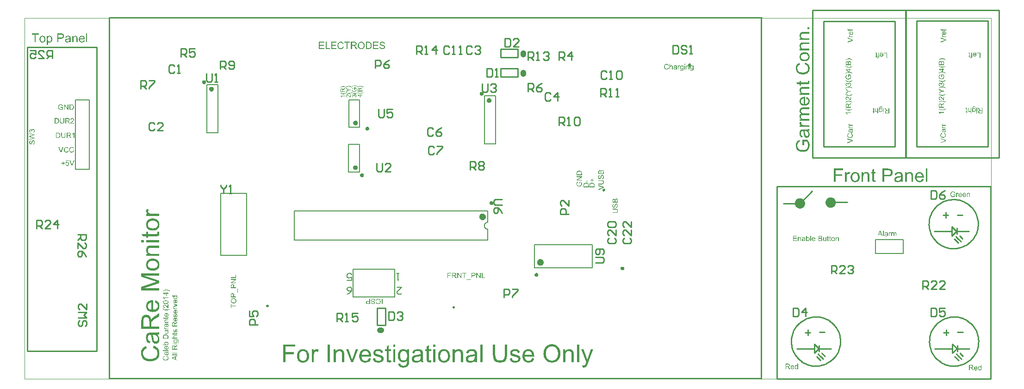
<source format=gto>
%FSTAX23Y23*%
%MOIN*%
%SFA1B1*%

%IPPOS*%
%ADD24C,0.039370*%
%ADD25C,0.015000*%
%ADD33C,0.001000*%
%ADD60C,0.010000*%
%ADD66C,0.015750*%
%ADD67C,0.023620*%
%ADD68C,0.007870*%
%ADD69C,0.008000*%
%LNcareboard_smd_ordered_6.29-1*%
%LPD*%
G36*
X06119Y0149D02*
X06131D01*
Y01481*
X06119*
Y0144*
Y0144*
Y01439*
Y01439*
X06119Y01437*
X06119Y01435*
X0612Y01434*
X0612Y01434*
X0612Y01433*
X0612Y01433*
X06121Y01432*
X06122Y01431*
X06122Y01431*
X06123Y01431*
X06124Y01431*
X06126Y01431*
X06127*
X06128Y01431*
X06129*
X06131Y01431*
X06133Y01421*
X06132*
X06132Y01421*
X06131Y0142*
X0613Y0142*
X06128Y0142*
X06127Y0142*
X06124Y0142*
X06123*
X06122Y0142*
X0612Y0142*
X06118Y0142*
X06117Y01421*
X06115Y01421*
X06114Y01422*
X06113Y01422*
X06113Y01422*
X06112Y01422*
X06112Y01423*
X06111Y01424*
X0611Y01425*
X06109Y01426*
X06109Y01427*
Y01427*
X06108Y01428*
X06108Y01428*
X06108Y0143*
X06108Y01432*
X06108Y01433*
X06107Y01434*
Y01436*
X06107Y01437*
Y01439*
Y01441*
Y01481*
X06099*
Y0149*
X06107*
Y01507*
X06119Y01514*
Y0149*
G37*
G36*
X0645Y01492D02*
X06451Y01492D01*
X06452Y01491*
X06454Y01491*
X06456Y01491*
X06459Y01489*
X06461Y01489*
X06463Y01488*
X06465Y01487*
X06467Y01485*
X06468Y01484*
X0647Y01482*
X0647Y01482*
X06471Y01482*
X06471Y01481*
X06472Y0148*
X06472Y01479*
X06473Y01478*
X06474Y01477*
X06475Y01475*
X06476Y01473*
X06476Y01471*
X06477Y01469*
X06478Y01467*
X06478Y01464*
X06479Y01461*
X06479Y01459*
X06479Y01455*
Y01455*
Y01455*
Y01454*
X06479Y01452*
X06427*
Y01452*
Y01452*
X06427Y01451*
Y0145*
X06427Y01449*
X06428Y01448*
X06428Y01446*
X06429Y01443*
X0643Y0144*
X06432Y01437*
X06434Y01435*
X06434Y01434*
X06435Y01434*
X06436Y01433*
X06438Y01432*
X0644Y0143*
X06442Y01429*
X06445Y01429*
X06448Y01429*
X06449*
X0645Y01429*
X06452Y01429*
X06454Y01429*
X06456Y0143*
X06458Y01431*
X06459Y01432*
X06459Y01432*
X0646Y01433*
X06461Y01433*
X06462Y01435*
X06463Y01436*
X06464Y01438*
X06465Y0144*
X06467Y01443*
X06479Y01441*
Y01441*
X06479Y01441*
X06478Y0144*
X06478Y0144*
X06478Y01439*
X06477Y01438*
X06476Y01435*
X06475Y01433*
X06473Y0143*
X06471Y01427*
X06468Y01425*
X06468*
X06468Y01424*
X06467Y01424*
X06467Y01424*
X06466Y01423*
X06465Y01423*
X06464Y01422*
X06463Y01422*
X0646Y01421*
X06456Y0142*
X06453Y01419*
X06448Y01419*
X06447*
X06446Y01419*
X06444Y01419*
X06443Y01419*
X06441Y0142*
X06439Y0142*
X06436Y01421*
X06434Y01422*
X06432Y01423*
X0643Y01424*
X06428Y01425*
X06426Y01427*
X06424Y01428*
X06424Y01428*
X06424Y01429*
X06423Y01429*
X06423Y0143*
X06422Y01431*
X06421Y01432*
X0642Y01434*
X0642Y01435*
X06419Y01437*
X06418Y01439*
X06417Y01441*
X06417Y01443*
X06416Y01446*
X06415Y01449*
X06415Y01452*
X06415Y01455*
Y01455*
Y01455*
Y01456*
X06415Y01458*
X06415Y01459*
X06415Y01461*
X06416Y01463*
X06416Y01465*
X06417Y01469*
X06418Y01471*
X06419Y01474*
X0642Y01476*
X06421Y01478*
X06422Y0148*
X06424Y01482*
X06424Y01482*
X06424Y01482*
X06425Y01483*
X06426Y01484*
X06426Y01484*
X06428Y01485*
X06429Y01486*
X0643Y01487*
X06432Y01488*
X06434Y01489*
X06436Y01489*
X06438Y0149*
X0644Y01491*
X06442Y01491*
X06445Y01492*
X06447Y01492*
X06449*
X0645Y01492*
G37*
G36*
X06223Y01517D02*
X06225Y01516D01*
X06228Y01516*
X0623Y01516*
X06232Y01516*
X06233*
X06234Y01515*
X06235Y01515*
X06236Y01515*
X06238Y01514*
X0624Y01513*
X06242Y01512*
X06244Y01511*
X06244Y01511*
X06245Y01511*
X06246Y0151*
X06247Y01509*
X06248Y01507*
X06249Y01506*
X06251Y01504*
X06252Y01502*
X06252Y01502*
X06252Y01501*
X06253Y015*
X06253Y01498*
X06254Y01496*
X06254Y01494*
X06255Y01492*
X06255Y01489*
Y01489*
Y01488*
Y01488*
X06255Y01487*
X06255Y01486*
X06254Y01484*
X06254Y01483*
X06254Y01482*
X06253Y01478*
X06252Y01475*
X06251Y01473*
X0625Y01471*
X06248Y0147*
X06247Y01468*
X06247Y01468*
X06247Y01468*
X06246Y01467*
X06246Y01467*
X06244Y01466*
X06243Y01465*
X06242Y01465*
X06241Y01464*
X06239Y01463*
X06237Y01462*
X06234Y01462*
X06232Y01461*
X06229Y0146*
X06226Y0146*
X06223Y0146*
X06219Y0146*
X06194*
Y01421*
X06182*
Y01517*
X06221*
X06223Y01517*
G37*
G36*
X05896Y01505D02*
X05844D01*
Y01475*
X05889*
Y01464*
X05844*
Y01421*
X05832*
Y01517*
X05896*
Y01505*
G37*
G36*
X05987Y01492D02*
X05988Y01492D01*
X05989Y01491*
X05991Y01491*
X05993Y01491*
X05996Y01489*
X05998Y01489*
X06Y01488*
X06002Y01487*
X06004Y01485*
X06006Y01484*
X06008Y01482*
X06008Y01482*
X06008Y01482*
X06009Y01481*
X06009Y01481*
X0601Y0148*
X06011Y01478*
X06011Y01477*
X06012Y01476*
X06013Y01474*
X06014Y01472*
X06015Y0147*
X06015Y01467*
X06016Y01465*
X06016Y01462*
X06017Y01459*
X06017Y01456*
Y01456*
Y01456*
Y01455*
Y01454*
X06017Y01453*
Y01452*
X06017Y0145*
X06016Y01448*
X06016Y01445*
X06015Y01442*
X06014Y01438*
X06013Y01435*
Y01435*
X06013Y01435*
X06012Y01434*
X06011Y01432*
X0601Y01431*
X06008Y01429*
X06006Y01427*
X06004Y01425*
X06001Y01423*
X06001*
X06001Y01423*
X06Y01423*
X06Y01423*
X05998Y01422*
X05996Y01421*
X05993Y0142*
X05991Y0142*
X05988Y01419*
X05984Y01419*
X05983*
X05982Y01419*
X05981Y01419*
X05979Y01419*
X05977Y0142*
X05976Y0142*
X05972Y01421*
X0597Y01422*
X05968Y01423*
X05966Y01424*
X05964Y01425*
X05962Y01427*
X0596Y01428*
X0596Y01428*
X0596Y01429*
X0596Y01429*
X05959Y0143*
X05958Y01431*
X05958Y01432*
X05957Y01434*
X05956Y01435*
X05955Y01437*
X05954Y01439*
X05954Y01441*
X05953Y01444*
X05952Y01446*
X05952Y01449*
X05952Y01452*
X05952Y01455*
Y01456*
Y01456*
X05952Y01457*
Y01459*
X05952Y0146*
X05952Y01462*
X05952Y01464*
X05953Y01466*
X05953Y01469*
X05954Y01471*
X05955Y01473*
X05956Y01476*
X05957Y01478*
X05959Y0148*
X0596Y01482*
X05962Y01484*
X05962Y01484*
X05963Y01484*
X05963Y01485*
X05964Y01485*
X05965Y01486*
X05966Y01487*
X05967Y01487*
X05968Y01488*
X0597Y01489*
X05971Y01489*
X05975Y01491*
X0598Y01492*
X05982Y01492*
X05984Y01492*
X05986*
X05987Y01492*
G37*
G36*
X02246Y02424D02*
X02216D01*
Y02408*
X02244*
Y02402*
X02216*
Y02385*
X02247*
Y02379*
X02209*
Y0243*
X02246*
Y02424*
G37*
G36*
X06637Y01797D02*
X06637Y01797D01*
X06637Y01797*
X06636Y01797*
X06636Y01797*
X06635Y01797*
X06635Y01797*
X06634Y01797*
X06633Y01797*
X06634Y01796*
X06634Y01796*
X06634Y01796*
X06635Y01795*
X06635Y01794*
X06636Y01793*
X06636Y01792*
X06637Y01791*
X06637Y01791*
X06637Y01791*
X06637Y01791*
X06637Y0179*
X06637Y01789*
X06637Y01788*
X06638Y01787*
X06638Y01786*
Y01786*
Y01786*
Y01786*
X06638Y01785*
Y01785*
X06638Y01785*
X06637Y01784*
X06637Y01782*
X06637Y01781*
X06636Y0178*
X06635Y01779*
X06635Y01779*
X06635Y01779*
X06635Y01778*
X06634Y01778*
X06633Y01777*
X06632Y01777*
X06631Y01777*
X0663Y01777*
X06629*
X06629Y01777*
X06628Y01777*
X06628Y01777*
X06627Y01777*
X06627Y01777*
X06626Y01778*
X06626Y01778*
X06626Y01778*
X06625Y01778*
X06625Y01778*
X06625Y01779*
X06624Y01779*
X06624Y0178*
X06623Y0178*
X06623Y0178*
X06623Y0178*
X06623Y01781*
X06623Y01781*
X06622Y01782*
X06622Y01782*
X06622Y01783*
X06622Y01783*
Y01784*
X06622Y01784*
X06622Y01784*
X06621Y01785*
X06621Y01785*
X06621Y01786*
X06621Y01787*
X06621Y01788*
Y01788*
X06621Y01788*
Y01788*
X06621Y01789*
X06621Y01789*
X06621Y0179*
X06621Y01791*
X0662Y01792*
X0662Y01794*
X0662Y01795*
X0662Y01796*
X06619Y01796*
X06619*
X06619Y01796*
X06618*
X06617Y01796*
X06617Y01796*
X06616Y01796*
X06615Y01796*
X06615Y01795*
X06614Y01795*
X06614Y01795*
X06614Y01794*
X06614Y01794*
X06613Y01793*
X06613Y01793*
X06613Y01792*
X06612Y01791*
X06612Y01789*
Y01789*
Y01789*
Y01789*
Y01789*
X06612Y01788*
X06613Y01788*
X06613Y01787*
X06613Y01786*
X06613Y01785*
X06614Y01785*
X06614Y01784*
X06614Y01784*
X06614Y01784*
X06615Y01784*
X06615Y01783*
X06616Y01783*
X06617Y01782*
X06618Y01782*
X06617Y01778*
X06617*
X06617Y01778*
X06617Y01778*
X06616Y01778*
X06615Y01778*
X06615Y01778*
X06614Y01779*
X06613Y01779*
X06612Y0178*
X06612Y0178*
X06612Y0178*
X06612Y0178*
X06611Y01781*
X06611Y01781*
X0661Y01782*
X0661Y01783*
X0661Y01784*
Y01784*
X06609Y01784*
X06609Y01784*
X06609Y01784*
X06609Y01785*
X06609Y01786*
X06609Y01787*
X06609Y01788*
X06609Y01789*
X06609Y0179*
Y0179*
Y0179*
Y0179*
Y01791*
X06609Y01791*
X06609Y01792*
X06609Y01793*
X06609Y01794*
X06609Y01795*
X06609Y01796*
X06609Y01796*
X0661Y01796*
X0661Y01797*
X0661Y01797*
X0661Y01798*
X06611Y01798*
X06611Y01799*
X06612Y01799*
X06612Y01799*
X06612Y01799*
X06612Y01799*
X06612Y018*
X06613Y018*
X06613Y018*
X06614Y018*
X06615Y01801*
X06615*
X06615Y01801*
X06615Y01801*
X06616Y01801*
X06616*
X06617Y01801*
X06618Y01801*
X06628*
X06629Y01801*
X0663*
X06632Y01801*
X06632Y01801*
X06633*
X06633Y01801*
X06634Y01801*
X06634*
X06634Y01801*
X06634Y01801*
X06635Y01801*
X06635Y01802*
X06636Y01802*
X06637Y01802*
Y01797*
G37*
G36*
X06614Y01839D02*
X06614Y01839D01*
X06614Y01839*
X06614Y01839*
X06614Y01838*
X06614Y01838*
X06614Y01837*
X06613Y01837*
X06613Y01836*
Y01836*
Y01836*
X06613Y01835*
X06613Y01835*
X06614Y01835*
X06614Y01834*
X06614Y01834*
X06614Y01833*
X06614Y01833*
X06614Y01833*
X06615Y01833*
X06615Y01833*
X06615Y01832*
X06616Y01832*
X06616Y01832*
X06617Y01831*
X06617Y01831*
X06617Y01831*
X06618Y01831*
X06619Y01831*
X06619Y01831*
X0662Y01831*
X06621Y01831*
X06622Y01831*
X06637*
Y01826*
X06609*
Y0183*
X06613*
X06613Y0183*
X06613Y01831*
X06612Y01831*
X06612Y01831*
X06611Y01832*
X06611Y01832*
X0661Y01833*
X0661Y01833*
X06609Y01833*
X06609Y01833*
X06609Y01834*
X06609Y01834*
X06609Y01835*
X06609Y01835*
X06609Y01836*
X06609Y01836*
Y01836*
Y01837*
X06609Y01837*
X06609Y01838*
X06609Y01838*
X06609Y01839*
X0661Y0184*
X0661Y01841*
X06614Y01839*
G37*
G36*
Y01822D02*
X06614Y01821D01*
X06614Y01821*
X06614Y01821*
X06614Y0182*
X06614Y0182*
X06614Y01819*
X06613Y01819*
X06613Y01818*
Y01818*
Y01818*
X06613Y01818*
X06613Y01817*
X06614Y01817*
X06614Y01816*
X06614Y01816*
X06614Y01815*
X06614Y01815*
X06614Y01815*
X06615Y01815*
X06615Y01815*
X06615Y01814*
X06616Y01814*
X06616Y01814*
X06617Y01814*
X06617Y01814*
X06617Y01814*
X06618Y01813*
X06619Y01813*
X06619Y01813*
X0662Y01813*
X06621Y01813*
X06622Y01813*
X06637*
Y01808*
X06609*
Y01812*
X06613*
X06613Y01812*
X06613Y01813*
X06612Y01813*
X06612Y01813*
X06611Y01814*
X06611Y01814*
X0661Y01815*
X0661Y01815*
X06609Y01815*
X06609Y01816*
X06609Y01816*
X06609Y01816*
X06609Y01817*
X06609Y01817*
X06609Y01818*
X06609Y01818*
Y01818*
Y01819*
X06609Y01819*
X06609Y0182*
X06609Y01821*
X06609Y01821*
X0661Y01822*
X0661Y01823*
X06614Y01822*
G37*
G36*
X05939Y01492D02*
X05941Y01491D01*
X05942Y01491*
X05945Y0149*
X05947Y01489*
X05949Y01488*
X05945Y01477*
X05945Y01477*
X05944Y01477*
X05943Y01478*
X05942Y01478*
X05941Y01479*
X05939Y01479*
X05938Y0148*
X05936Y0148*
X05936*
X05935Y0148*
X05934Y01479*
X05933Y01479*
X05932Y01479*
X0593Y01478*
X05929Y01477*
X05929Y01477*
X05929Y01477*
X05928Y01476*
X05928Y01476*
X05927Y01475*
X05926Y01474*
X05926Y01472*
X05925Y01471*
X05925Y0147*
X05925Y0147*
X05924Y01468*
X05924Y01467*
X05924Y01465*
X05923Y01462*
X05923Y0146*
X05923Y01457*
Y01421*
X05911*
Y0149*
X05922*
Y0148*
X05922Y0148*
X05923Y01481*
X05923Y01482*
X05924Y01484*
X05925Y01485*
X05927Y01487*
X05928Y01488*
X05929Y01489*
X05929Y01489*
X0593Y0149*
X05931Y0149*
X05932Y01491*
X05933Y01491*
X05934Y01491*
X05935Y01492*
X05937Y01492*
X05938*
X05939Y01492*
G37*
G36*
X01525Y00729D02*
X01487D01*
Y00734*
X01521*
Y00753*
X01525*
Y00729*
G37*
G36*
X06379Y01492D02*
X06381Y01492D01*
X06383Y01491*
X06385Y01491*
X06387Y0149*
X06389Y01489*
X06389Y01489*
X06389Y01489*
X0639Y01489*
X06391Y01488*
X06393Y01487*
X06394Y01486*
X06395Y01485*
X06396Y01483*
X06397Y01483*
X06397Y01483*
X06397Y01482*
X06398Y01481*
X06399Y0148*
X06399Y01478*
X064Y01477*
X064Y01475*
Y01475*
X064Y01474*
X064Y01473*
X06401Y01472*
Y01471*
X06401Y01469*
X06401Y01466*
Y01463*
Y01421*
X06389*
Y01463*
Y01463*
Y01463*
Y01464*
Y01465*
X06389Y01467*
X06389Y01469*
X06388Y0147*
X06388Y01472*
X06388Y01474*
Y01474*
X06387Y01474*
X06387Y01475*
X06387Y01476*
X06386Y01477*
X06385Y01477*
X06384Y01478*
X06383Y01479*
X06383Y0148*
X06382Y0148*
X06381Y0148*
X0638Y01481*
X06379Y01481*
X06378Y01481*
X06376Y01481*
X06375Y01482*
X06373*
X06372Y01481*
X0637Y01481*
X06368Y0148*
X06366Y0148*
X06364Y01478*
X06361Y01477*
X06361Y01476*
X06361Y01476*
X0636Y01475*
X06359Y01474*
X06359Y01473*
X06358Y01471*
X06358Y0147*
X06357Y01469*
X06357Y01467*
X06356Y01465*
X06356Y01463*
X06356Y01461*
Y01459*
Y01421*
X06344*
Y0149*
X06355*
Y0148*
X06355Y0148*
X06355Y01481*
X06356Y01481*
X06356Y01482*
X06357Y01483*
X06358Y01484*
X06359Y01485*
X0636Y01486*
X06362Y01487*
X06364Y01488*
X06365Y01489*
X06367Y0149*
X0637Y01491*
X06372Y01491*
X06374Y01492*
X06377Y01492*
X06378*
X06379Y01492*
G37*
G36*
X06066D02*
X06067Y01492D01*
X06069Y01491*
X06071Y01491*
X06073Y0149*
X06075Y01489*
X06075Y01489*
X06076Y01489*
X06077Y01489*
X06078Y01488*
X06079Y01487*
X06081Y01486*
X06082Y01485*
X06083Y01483*
X06083Y01483*
X06083Y01483*
X06084Y01482*
X06084Y01481*
X06085Y0148*
X06086Y01478*
X06086Y01477*
X06087Y01475*
Y01475*
X06087Y01474*
X06087Y01473*
X06087Y01472*
Y01471*
X06087Y01469*
X06087Y01466*
Y01463*
Y01421*
X06075*
Y01463*
Y01463*
Y01463*
Y01464*
Y01465*
X06075Y01467*
X06075Y01469*
X06075Y0147*
X06074Y01472*
X06074Y01474*
Y01474*
X06074Y01474*
X06073Y01475*
X06073Y01476*
X06072Y01477*
X06071Y01477*
X0607Y01478*
X06069Y01479*
X06069Y0148*
X06069Y0148*
X06068Y0148*
X06067Y01481*
X06066Y01481*
X06064Y01481*
X06063Y01481*
X06061Y01482*
X0606*
X06058Y01481*
X06056Y01481*
X06054Y0148*
X06052Y0148*
X0605Y01478*
X06048Y01477*
X06048Y01476*
X06047Y01476*
X06046Y01475*
X06046Y01474*
X06045Y01473*
X06045Y01471*
X06044Y0147*
X06044Y01469*
X06043Y01467*
X06043Y01465*
X06043Y01463*
X06042Y01461*
Y01459*
Y01421*
X06031*
Y0149*
X06041*
Y0148*
X06041Y0148*
X06042Y01481*
X06042Y01481*
X06043Y01482*
X06043Y01483*
X06045Y01484*
X06046Y01485*
X06047Y01486*
X06048Y01487*
X0605Y01488*
X06052Y01489*
X06054Y0149*
X06056Y01491*
X06058Y01491*
X06061Y01492*
X06063Y01492*
X06064*
X06066Y01492*
G37*
G36*
X02428Y02431D02*
X02428D01*
X02429Y02431*
X0243Y0243*
X02431Y0243*
X02433Y0243*
X02435Y02429*
X02437Y02428*
X02438Y02428*
X02439Y02427*
X02439*
X02439Y02427*
X0244Y02427*
X0244Y02427*
X02441Y02426*
X02441Y02426*
X02442Y02425*
X02444Y02423*
X02445Y02422*
X02447Y0242*
X02448Y02418*
Y02418*
X02448Y02417*
X02448Y02417*
X02448Y02417*
X02449Y02416*
X02449Y02415*
X02449Y02415*
X02449Y02414*
X0245Y02413*
X0245Y02412*
X0245Y02409*
X02451Y02407*
X02451Y02404*
Y02404*
Y02404*
Y02403*
X02451Y02403*
Y02402*
X02451Y02401*
X02451Y024*
X0245Y02399*
X0245Y02397*
X0245Y02395*
X02449Y02392*
X02448Y0239*
Y0239*
X02447Y0239*
X02447Y0239*
X02447Y02389*
X02447Y02389*
X02446Y02388*
X02445Y02387*
X02444Y02385*
X02443Y02384*
X02441Y02382*
X02439Y02381*
X02439*
X02439Y02381*
X02438Y0238*
X02438Y0238*
X02437Y0238*
X02437Y0238*
X02436Y0238*
X02435Y02379*
X02433Y02379*
X02431Y02378*
X02429Y02378*
X02426Y02378*
X02426*
X02425Y02378*
X02424*
X02424Y02378*
X02423Y02378*
X02422Y02378*
X0242Y02379*
X02418Y02379*
X02416Y0238*
X02414Y0238*
X02413Y02381*
X02413Y02381*
X02413Y02381*
X02413Y02381*
X02412Y02382*
X02412Y02382*
X02411Y02382*
X0241Y02384*
X02409Y02385*
X02407Y02387*
X02406Y02389*
X02405Y02391*
Y02391*
X02405Y02391*
X02404Y02391*
X02404Y02392*
X02404Y02392*
X02404Y02393*
X02404Y02394*
X02403Y02395*
X02403Y02395*
X02403Y02396*
X02402Y02399*
X02402Y02401*
X02402Y02403*
Y02404*
Y02404*
X02402Y02405*
Y02406*
X02402Y02407*
X02402Y02408*
X02402Y02409*
X02403Y02411*
X02403Y02412*
X02403Y02414*
X02404Y02416*
X02405Y02417*
X02405Y02419*
X02406Y02421*
X02407Y02422*
X02409Y02423*
X02409Y02423*
X02409Y02424*
X02409Y02424*
X0241Y02425*
X02411Y02425*
X02411Y02426*
X02412Y02426*
X02413Y02427*
X02415Y02428*
X02416Y02428*
X02417Y02429*
X02419Y0243*
X02421Y0243*
X02422Y0243*
X02424Y02431*
X02426Y02431*
X02427*
X02428Y02431*
G37*
G36*
X06505Y01421D02*
X06493D01*
Y01517*
X06505*
Y01421*
G37*
G36*
X06302Y01492D02*
X06304Y01492D01*
X06306Y01491*
X06309Y01491*
X06311Y0149*
X06313Y0149*
X06314Y01489*
X06314Y01489*
X06315Y01489*
X06317Y01488*
X06318Y01487*
X06319Y01487*
X0632Y01486*
X06322Y01484*
X06322Y01484*
X06322Y01484*
X06323Y01483*
X06323Y01482*
X06324Y01481*
X06324Y0148*
X06325Y01478*
X06325Y01476*
Y01476*
X06325Y01476*
X06326Y01475*
X06326Y01474*
Y01472*
X06326Y0147*
X06326Y01468*
Y01465*
Y0145*
Y01449*
Y01449*
Y01448*
Y01447*
Y01446*
Y01444*
X06326Y01441*
Y01437*
X06326Y01434*
X06326Y01432*
Y01431*
X06327Y0143*
X06327Y01429*
Y01429*
X06327Y01428*
X06327Y01427*
X06327Y01426*
X06328Y01425*
X06328Y01423*
X0633Y01421*
X06317*
X06317Y01421*
X06317Y01421*
X06317Y01422*
X06316Y01423*
X06316Y01424*
X06316Y01426*
X06315Y01427*
X06315Y01429*
X06315Y01429*
X06314Y01428*
X06313Y01427*
X06311Y01426*
X06309Y01425*
X06307Y01423*
X06305Y01422*
X06302Y01421*
X06302Y01421*
X06301Y01421*
X063Y01421*
X06299Y0142*
X06296Y0142*
X06294Y01419*
X06292Y01419*
X06289Y01419*
X06288*
X06287Y01419*
X06287*
X06285Y01419*
X06283Y0142*
X0628Y0142*
X06277Y01421*
X06274Y01423*
X06272Y01424*
X06271Y01425*
X06271Y01425*
X0627Y01427*
X06269Y01428*
X06267Y0143*
X06267Y01433*
X06266Y01436*
X06266Y01439*
Y01439*
Y0144*
X06266Y01441*
X06266Y01442*
X06266Y01443*
X06266Y01445*
X06267Y01447*
X06268Y01448*
X06268Y01448*
X06268Y01449*
X06269Y0145*
X06269Y01451*
X0627Y01452*
X06271Y01453*
X06273Y01454*
X06274Y01455*
X06274Y01455*
X06275Y01455*
X06275Y01456*
X06276Y01456*
X06278Y01457*
X06279Y01458*
X06281Y01458*
X06282Y01459*
X06283*
X06283Y01459*
X06284Y01459*
X06285Y01459*
X06287Y0146*
X06288Y0146*
X0629Y0146*
X06293Y01461*
X06293*
X06294Y01461*
X06294*
X06295Y01461*
X06296Y01461*
X06298Y01461*
X06301Y01462*
X06304Y01462*
X06308Y01463*
X06311Y01464*
X06313Y01464*
X06314Y01465*
Y01465*
Y01465*
X06314Y01466*
Y01467*
Y01467*
Y01468*
Y01468*
Y01468*
Y01469*
X06314Y0147*
X06314Y01472*
X06313Y01473*
X06313Y01475*
X06312Y01477*
X06311Y01478*
X06311Y01478*
X0631Y01478*
X06309Y01479*
X06307Y0148*
X06306Y01481*
X06303Y01481*
X063Y01482*
X06297Y01482*
X06296*
X06295Y01482*
X06293Y01482*
X06291Y01481*
X06289Y01481*
X06287Y0148*
X06285Y01479*
X06285Y01479*
X06284Y01478*
X06284Y01478*
X06283Y01477*
X06282Y01475*
X06281Y01474*
X0628Y01471*
X06279Y01469*
X06268Y0147*
Y01471*
X06268Y01471*
X06268Y01472*
X06268Y01473*
X06269Y01475*
X0627Y01477*
X0627Y01478*
X06271Y01481*
X06273Y01482*
X06273Y01482*
X06273Y01483*
X06274Y01484*
X06275Y01485*
X06277Y01486*
X06279Y01487*
X06281Y01488*
X06283Y01489*
X06283*
X06283Y01489*
X06284Y0149*
X06284Y0149*
X06286Y0149*
X06288Y01491*
X0629Y01491*
X06293Y01491*
X06296Y01492*
X06299Y01492*
X063*
X06302Y01492*
G37*
G36*
X02159Y02424D02*
X02128D01*
Y02408*
X02157*
Y02402*
X02128*
Y02385*
X0216*
Y02379*
X02122*
Y0243*
X02159*
Y02424*
G37*
G36*
X02176Y02385D02*
X02201D01*
Y02379*
X02169*
Y0243*
X02176*
Y02385*
G37*
G36*
X06625Y01773D02*
X06625Y01773D01*
X06626Y01772*
X06626Y01772*
X06627Y01772*
X06628Y01772*
X06628Y01771*
X0663Y01771*
X06632Y0177*
X06633Y01768*
X06634Y01768*
X06634Y01767*
X06634Y01767*
X06634Y01767*
X06635Y01766*
X06635Y01766*
X06635Y01766*
X06635Y01765*
X06636Y01765*
X06636Y01764*
X06636Y01763*
X06637Y01763*
X06637Y01762*
X06637Y01761*
X06638Y01759*
X06638Y01758*
X06638Y01757*
Y01757*
Y01756*
Y01756*
X06638Y01756*
Y01755*
X06638Y01755*
X06637Y01754*
X06637Y01753*
X06637Y01752*
X06637Y0175*
X06636Y01748*
X06636Y01747*
X06635Y01747*
X06635Y01747*
X06635Y01746*
X06635Y01746*
X06635Y01746*
X06634Y01745*
X06633Y01744*
X06632Y01744*
X06631Y01743*
X0663Y01742*
X06628Y01741*
X06628*
X06628Y01741*
X06627Y01741*
X06627Y0174*
X06627Y0174*
X06626Y0174*
X06625Y0174*
X06625Y0174*
X06624Y0174*
X06623Y01739*
X06621Y01739*
X0662Y01739*
X06618Y01739*
X06617*
X06617Y01739*
X06616*
X06615Y01739*
X06615Y01739*
X06614Y01739*
X06612Y01739*
X06611Y0174*
X06609Y0174*
X06607Y01741*
X06607*
X06607Y01741*
X06607Y01741*
X06606Y01741*
X06606Y01742*
X06606Y01742*
X06605Y01743*
X06603Y01744*
X06602Y01745*
X06601Y01746*
X066Y01748*
Y01748*
X066Y01748*
X066Y01748*
X066Y01748*
X066Y01749*
X066Y01749*
X06599Y0175*
X06599Y0175*
X06599Y01751*
X06599Y01752*
X06598Y01753*
X06598Y01755*
X06598Y01757*
Y01757*
Y01757*
Y01757*
X06598Y01758*
X06598Y01758*
X06598Y01759*
X06598Y0176*
X06598Y0176*
X06599Y01762*
X06599Y01763*
X066Y01764*
X066Y01765*
X066Y01766*
X06601Y01767*
X06601Y01767*
X06601Y01767*
X06601Y01767*
X06601Y01767*
X06602Y01767*
X06602Y01768*
X06603Y01768*
X06603Y01769*
X06604Y01769*
X06604Y0177*
X06605Y0177*
X06606Y01771*
X06606Y01771*
X06607Y01771*
X06609Y01772*
X0661Y01767*
X0661*
X0661Y01767*
X0661Y01767*
X0661Y01767*
X06609Y01767*
X06609Y01766*
X06608Y01766*
X06607Y01765*
X06606Y01765*
X06605Y01764*
X06604Y01763*
X06604Y01763*
X06604Y01763*
X06604Y01762*
X06603Y01761*
X06603Y0176*
X06603Y01759*
X06602Y01758*
X06602Y01757*
Y01757*
Y01757*
Y01756*
X06602Y01756*
Y01756*
X06602Y01755*
X06603Y01754*
X06603Y01753*
X06603Y01752*
X06604Y01751*
X06604Y01749*
Y01749*
X06605Y01749*
X06605Y01749*
X06605Y01748*
X06606Y01748*
X06607Y01747*
X06608Y01746*
X06609Y01746*
X0661Y01745*
X0661*
X0661Y01745*
X06611Y01745*
X06611Y01745*
X06611Y01745*
X06612Y01745*
X06612Y01745*
X06614Y01744*
X06615Y01744*
X06616Y01744*
X06618Y01744*
X06618*
X06619Y01744*
X06619*
X0662Y01744*
X0662Y01744*
X06622Y01744*
X06623Y01745*
X06625Y01745*
X06626Y01745*
X06626*
X06626Y01745*
X06626Y01746*
X06627Y01746*
X06627Y01746*
X06628Y01746*
X06629Y01747*
X0663Y01748*
X06631Y01749*
X06632Y0175*
Y0175*
X06632Y0175*
X06632Y0175*
X06632Y0175*
X06632Y01751*
X06632Y01752*
X06633Y01753*
X06633Y01754*
X06633Y01755*
X06633Y01756*
Y01756*
Y01757*
Y01757*
X06633Y01757*
Y01757*
X06633Y01758*
X06633Y01759*
X06633Y0176*
X06632Y01761*
X06632Y01762*
X06631Y01764*
X06631Y01764*
X06631Y01764*
X0663Y01764*
X0663Y01765*
X06629Y01765*
X06628Y01766*
X06627Y01767*
X06625Y01767*
X06624Y01768*
X06625Y01773*
X06625*
X06625Y01773*
G37*
G36*
X06826Y02328D02*
X0683D01*
Y02325*
X06826*
Y02322*
Y02322*
Y02322*
Y02321*
X06826Y02321*
Y0232*
X06826Y0232*
X06825Y02319*
X06825Y02318*
X06825Y02318*
X06825Y02318*
X06825Y02317*
X06825Y02317*
X06825Y02317*
X06824Y02316*
X06824Y02316*
X06823Y02315*
X06823Y02315*
X06823Y02315*
X06822Y02314*
X06822Y02314*
X06821Y02314*
X06821Y02314*
X0682Y02314*
X06819Y02313*
X06818Y02313*
X06817*
X06817Y02313*
X06816Y02314*
X06815Y02314*
X06814Y02314*
X06814Y02314*
X06814Y02318*
X06814*
X06814Y02318*
X06815Y02318*
X06815Y02318*
X06816*
X06816Y02318*
X06817Y02318*
X06817*
X06818Y02318*
X06818Y02318*
X06819Y02318*
X06819Y02318*
X0682Y02318*
X0682Y02319*
X0682Y02319*
X0682Y02319*
X0682Y02319*
X0682Y02319*
X06821Y0232*
X06821Y02321*
X06821Y02321*
X06821Y02322*
Y02325*
X06816*
Y02328*
X06821*
Y02353*
X06826*
Y02328*
G37*
G36*
X06805Y02353D02*
X06806Y02353D01*
X06807Y02353*
X06807Y02353*
X06808Y02352*
X06808Y02352*
X06809Y02352*
X06809Y02352*
X06809Y02352*
X06809Y02352*
X0681Y02351*
X0681Y02351*
X0681Y0235*
X0681Y0235*
Y0235*
X06811Y0235*
X06811Y02349*
X06811Y02349*
X06811Y02348*
X06811Y02348*
X06811Y02347*
Y02346*
X06811Y02346*
Y02345*
Y02344*
Y02328*
X06815*
Y02325*
X06811*
Y02318*
X06806Y02315*
Y02325*
X06802*
Y02328*
X06806*
Y02345*
Y02345*
Y02345*
Y02345*
X06806Y02346*
X06806Y02347*
X06806Y02347*
X06806Y02347*
X06806Y02347*
X06806Y02348*
X06806Y02348*
X06805Y02348*
X06805Y02348*
X06805Y02348*
X06804Y02348*
X06804Y02348*
X06803*
X06803Y02348*
X06802*
X06802Y02348*
X06801Y02352*
X06801*
X06801Y02353*
X06802Y02353*
X06802Y02353*
X06803Y02353*
X06803Y02353*
X06804Y02353*
X06805*
X06805Y02353*
G37*
G36*
X02481Y0243D02*
X02482Y0243D01*
X02484Y0243*
X02485Y02429*
X02486Y02429*
X02486*
X02487Y02429*
X02487*
X02487Y02429*
X02488Y02429*
X02489Y02428*
X0249Y02428*
X02491Y02427*
X02493Y02426*
X02494Y02425*
X02494*
X02494Y02425*
X02495Y02425*
X02495Y02424*
X02496Y02423*
X02497Y02422*
X02498Y0242*
X02499Y02418*
X025Y02417*
Y02416*
X025Y02416*
X025Y02416*
X025Y02416*
X025Y02415*
X02501Y02415*
X02501Y02414*
X02501Y02413*
X02501Y02412*
X02501Y02411*
X02502Y02409*
X02502Y02407*
X02502Y02404*
Y02404*
Y02404*
Y02404*
Y02403*
X02502Y02403*
Y02402*
X02502Y02401*
X02502Y02399*
X02501Y02398*
X02501Y02396*
X02501Y02394*
Y02394*
X025Y02394*
X025Y02394*
X025Y02393*
X025Y02392*
X025Y02391*
X02499Y0239*
X02498Y02389*
X02498Y02388*
X02497Y02387*
X02497Y02386*
X02497Y02386*
X02496Y02386*
X02496Y02385*
X02495Y02384*
X02494Y02383*
X02493Y02383*
X02492Y02382*
X02492Y02382*
X02492Y02382*
X02491Y02381*
X02491Y02381*
X0249Y02381*
X02489Y0238*
X02488Y0238*
X02486Y02379*
X02486*
X02486Y02379*
X02485Y02379*
X02484Y02379*
X02483Y02379*
X02481Y02379*
X0248Y02379*
X02478Y02379*
X0246*
Y0243*
X02479*
X02481Y0243*
G37*
G36*
X06846Y02353D02*
X06846Y02353D01*
X06847Y02353*
X06848Y02353*
X06848Y02353*
X0685Y02352*
X06851Y02352*
X06851Y02352*
X06852Y02351*
X06853Y02351*
X06854Y0235*
X06855Y02349*
X06855Y02349*
X06855Y02349*
X06855Y02349*
X06855Y02349*
X06855Y02348*
X06856Y02348*
X06856Y02347*
X06856Y02347*
X06857Y02346*
X06857Y02345*
X06857Y02344*
X06858Y02343*
X06858Y02342*
X06858Y02341*
X06858Y0234*
X06858Y02339*
Y02339*
Y02339*
Y02338*
X06858Y02338*
X06858Y02337*
X06858Y02336*
X06858Y02336*
X06858Y02335*
X06857Y02333*
X06857Y02332*
X06857Y02331*
X06856Y0233*
X06856Y0233*
X06855Y02329*
X06855Y02328*
X06854Y02328*
X06854Y02328*
X06854Y02328*
X06854Y02327*
X06854Y02327*
X06853Y02327*
X06853Y02326*
X06852Y02326*
X06851Y02326*
X06851Y02325*
X0685Y02325*
X06849Y02325*
X06848Y02324*
X06847Y02324*
X06846Y02324*
X06845Y02324*
X06845*
X06844Y02324*
X06844Y02324*
X06843Y02324*
X06843Y02324*
X06842Y02324*
X0684Y02325*
X0684Y02325*
X06839Y02326*
X06838Y02326*
X06837Y02327*
X06837Y02327*
X06836Y02328*
X06836Y02328*
X06836Y02328*
X06836Y02328*
X06835Y02329*
X06835Y02329*
X06835Y02329*
X06835Y0233*
X06834Y02331*
X06834Y02331*
X06834Y02332*
X06833Y02333*
X06833Y02334*
X06833Y02335*
X06833Y02336*
X06833Y02337*
X06832Y02339*
Y02339*
Y02339*
Y02339*
X06833Y0234*
X06853*
Y0234*
Y0234*
X06853Y0234*
Y02341*
X06853Y02341*
X06853Y02341*
X06853Y02342*
X06852Y02344*
X06852Y02345*
X06851Y02346*
X06851Y02347*
X06851Y02347*
X0685Y02347*
X0685Y02348*
X06849Y02348*
X06848Y02349*
X06847Y02349*
X06846Y02349*
X06845Y02349*
X06844*
X06844Y02349*
X06843Y02349*
X06843Y02349*
X06842Y02349*
X06841Y02348*
X0684Y02348*
X0684Y02348*
X0684Y02348*
X0684Y02347*
X06839Y02347*
X06839Y02346*
X06838Y02345*
X06838Y02345*
X06838Y02343*
X06833Y02344*
Y02344*
X06833Y02344*
X06833Y02345*
X06833Y02345*
X06833Y02345*
X06833Y02346*
X06834Y02347*
X06834Y02348*
X06835Y02349*
X06836Y0235*
X06837Y02351*
X06837*
X06837Y02351*
X06837Y02351*
X06838Y02351*
X06838Y02351*
X06838Y02352*
X06839Y02352*
X06839Y02352*
X0684Y02352*
X06842Y02353*
X06843Y02353*
X06845Y02353*
X06845*
X06846Y02353*
G37*
G36*
X06886Y02314D02*
X06881D01*
Y02348*
X06862*
Y02353*
X06886*
Y02314*
G37*
G36*
X06626Y02506D02*
Y02486D01*
X06626*
X06627Y02486*
X06627*
X06627Y02486*
X06628Y02486*
X06629Y02486*
X0663Y02487*
X06631Y02487*
X06632Y02488*
X06633Y02488*
X06634Y02488*
X06634Y02489*
X06634Y02489*
X06635Y0249*
X06635Y02491*
X06635Y02492*
X06636Y02493*
X06636Y02494*
Y02494*
Y02494*
Y02495*
X06636Y02495*
X06636Y02496*
X06635Y02496*
X06635Y02497*
X06635Y02498*
X06634Y02499*
X06634Y02499*
X06634Y02499*
X06634Y02499*
X06633Y025*
X06633Y025*
X06632Y02501*
X06631Y02501*
X0663Y02501*
X06631Y02506*
X06631*
X06631Y02506*
X06631Y02506*
X06631Y02506*
X06632Y02506*
X06632Y02506*
X06633Y02505*
X06634Y02505*
X06635Y02504*
X06636Y02503*
X06637Y02502*
Y02502*
X06637Y02502*
X06638Y02502*
X06638Y02501*
X06638Y02501*
X06638Y02501*
X06638Y025*
X06638Y025*
X06639Y02499*
X06639Y02497*
X0664Y02496*
X0664Y02494*
Y02494*
Y02494*
Y02494*
X0664Y02493*
X0664Y02493*
X06639Y02492*
X06639Y02491*
X06639Y02491*
X06639Y02489*
X06638Y02488*
X06638Y02488*
X06638Y02487*
X06637Y02486*
X06637Y02485*
X06636Y02484*
X06636Y02484*
X06636Y02484*
X06635Y02484*
X06635Y02484*
X06635Y02484*
X06634Y02483*
X06634Y02483*
X06633Y02483*
X06632Y02482*
X06632Y02482*
X06631Y02482*
X0663Y02481*
X06629Y02481*
X06628Y02481*
X06627Y02481*
X06625Y02481*
X06625*
X06624Y02481*
X06624Y02481*
X06623Y02481*
X06622Y02481*
X06621Y02481*
X0662Y02482*
X06619Y02482*
X06618Y02482*
X06617Y02483*
X06616Y02483*
X06615Y02484*
X06614Y02484*
X06614Y02485*
X06614Y02485*
X06614Y02485*
X06614Y02485*
X06614Y02485*
X06613Y02486*
X06613Y02486*
X06612Y02487*
X06612Y02488*
X06612Y02488*
X06611Y02489*
X06611Y0249*
X06611Y02491*
X06611Y02492*
X06611Y02493*
X06611Y02494*
Y02494*
Y02494*
Y02494*
X06611Y02495*
X06611Y02495*
X06611Y02496*
X06611Y02496*
X06611Y02497*
X06611Y02499*
X06612Y02499*
X06612Y025*
X06613Y02501*
X06613Y02502*
X06614Y02502*
X06614Y02503*
X06614Y02503*
X06615Y02503*
X06615Y02503*
X06615Y02504*
X06615Y02504*
X06616Y02504*
X06616Y02504*
X06617Y02505*
X06618Y02505*
X06619Y02505*
X0662Y02506*
X06621Y02506*
X06622Y02506*
X06623Y02506*
X06624Y02506*
X06625Y02507*
X06626*
X06626Y02506*
G37*
G36*
X06616Y02478D02*
X06616Y02478D01*
X06616Y02478*
X06616Y02477*
X06616Y02477*
X06616Y02476*
X06616Y02476*
X06615Y02475*
X06615Y02475*
Y02474*
Y02474*
X06615Y02474*
X06615Y02474*
X06616Y02473*
X06616Y02473*
X06616Y02472*
X06616Y02472*
X06616Y02472*
X06616Y02472*
X06617Y02471*
X06617Y02471*
X06617Y02471*
X06618Y02471*
X06618Y0247*
X06619Y0247*
X06619Y0247*
X06619Y0247*
X0662Y0247*
X06621Y0247*
X06621Y0247*
X06622Y02469*
X06623Y02469*
X06624Y02469*
X06639*
Y02465*
X06611*
Y02469*
X06615*
X06615Y02469*
X06615Y02469*
X06614Y02469*
X06614Y0247*
X06613Y0247*
X06613Y02471*
X06612Y02471*
X06612Y02472*
X06611Y02472*
X06611Y02472*
X06611Y02472*
X06611Y02473*
X06611Y02473*
X06611Y02474*
X06611Y02474*
X06611Y02475*
Y02475*
Y02475*
X06611Y02476*
X06611Y02476*
X06611Y02477*
X06611Y02478*
X06612Y02479*
X06612Y0248*
X06616Y02478*
G37*
G36*
X06605Y02525D02*
Y02525D01*
X06604Y02525*
X06604Y02524*
X06604Y02524*
Y02523*
X06604Y02523*
X06604Y02522*
Y02522*
Y02522*
X06604Y02521*
X06604Y02521*
X06604Y0252*
X06605Y0252*
X06605Y02519*
X06605Y02519*
X06605Y02519*
X06605Y02519*
X06606Y02519*
X06606Y02519*
X06606Y02518*
X06607Y02518*
X06608Y02518*
X06609Y02518*
X06611*
Y02523*
X06615*
Y02518*
X06639*
Y02513*
X06615*
Y02509*
X06611*
Y02513*
X06608*
X06607Y02513*
X06607*
X06606Y02513*
X06605Y02514*
X06605Y02514*
X06604Y02514*
X06604Y02514*
X06604Y02514*
X06603Y02514*
X06603Y02514*
X06603Y02515*
X06602Y02515*
X06602Y02516*
X06601Y02516*
X06601Y02516*
X06601Y02517*
X06601Y02517*
X06601Y02518*
X066Y02518*
X066Y02519*
X066Y0252*
X066Y02521*
Y02521*
Y02521*
Y02522*
X066Y02522*
X066Y02523*
X066Y02524*
X066Y02525*
X066Y02525*
X06605Y02525*
G37*
G36*
X02549Y02424D02*
X02518D01*
Y02408*
X02547*
Y02402*
X02518*
Y02385*
X0255*
Y02379*
X02511*
Y0243*
X02549*
Y02424*
G37*
G36*
X06901Y01915D02*
X06883D01*
X06883Y01915*
X06882*
X06881Y01915*
X0688Y01915*
X06879Y01916*
X06877Y01916*
X06877Y01916*
X06876Y01916*
X06876*
X06876Y01916*
X06876Y01916*
X06875Y01917*
X06875Y01917*
X06874Y01917*
X06873Y01918*
X06873Y01919*
X06872Y0192*
X06872Y0192*
X06872Y0192*
X06871Y01921*
X06871Y01922*
X06871Y01922*
X06871Y01923*
X0687Y01924*
X0687Y01926*
Y01926*
Y01926*
Y01926*
X0687Y01926*
Y01927*
X0687Y01927*
X06871Y01928*
X06871Y01929*
X06871Y0193*
X06872Y01931*
X06873Y01932*
X06873Y01933*
X06873Y01933*
X06873Y01933*
X06873Y01933*
X06874Y01933*
X06874Y01933*
X06875Y01934*
X06875Y01934*
X06876Y01934*
X06876Y01935*
X06877Y01935*
X06878Y01935*
X06878Y01935*
X06879Y01936*
X0688Y01936*
X06881Y01936*
X06881Y01936*
X06881Y01936*
X0688Y01936*
X0688Y01937*
X06879Y01937*
X06878Y01938*
X06878Y01938*
X06878Y01938*
X06878Y01938*
X06877Y01939*
X06877Y01939*
X06876Y0194*
X06875Y01941*
X06875Y01942*
X06874Y01943*
X06867Y01954*
X06874*
X06879Y01946*
Y01945*
X06879Y01945*
X06879Y01945*
X06879Y01945*
X06879Y01944*
X0688Y01944*
X06881Y01943*
X06881Y01942*
X06882Y01941*
X06882Y0194*
X06882Y0194*
X06883Y0194*
X06883Y0194*
X06883Y01939*
X06884Y01938*
X06884Y01938*
X06885Y01938*
X06885Y01938*
X06885Y01938*
X06885Y01937*
X06886Y01937*
X06886Y01937*
X06887Y01937*
X06887*
X06887Y01937*
X06888*
X06888Y01937*
X06888Y01936*
X06889*
X06889Y01936*
X06896*
Y01954*
X06901*
Y01915*
G37*
G36*
X06821D02*
X06816D01*
Y01929*
X06816Y01929*
X06816Y01929*
X06816Y01928*
X06816Y01928*
X06816Y01928*
X06815Y01928*
X06815Y01927*
X06814Y01927*
X06814Y01927*
X06813Y01926*
X06812Y01926*
X06811Y01925*
X0681Y01925*
X06809Y01925*
X06808Y01925*
X06808*
X06807Y01925*
X06806Y01925*
X06806Y01925*
X06805Y01926*
X06804Y01926*
X06803Y01926*
X06803Y01926*
X06802Y01926*
X06802Y01927*
X06802Y01927*
X06801Y01928*
X06801Y01928*
X068Y01929*
X068Y0193*
X068Y0193*
X06799Y0193*
X06799Y01931*
X06799Y01931*
X06799Y01932*
X06799Y01933*
X06799Y01934*
X06799Y01936*
Y01954*
X06803*
Y01936*
Y01936*
Y01936*
Y01935*
Y01935*
X06803Y01935*
X06803Y01934*
X06804Y01933*
X06804Y01932*
X06804Y01931*
X06805Y01931*
X06805Y01931*
X06805Y0193*
X06806Y0193*
X06806Y0193*
X06807Y0193*
X06807Y01929*
X06808Y01929*
X06809Y01929*
X0681*
X0681Y01929*
X0681Y01929*
X06811Y01929*
X06812Y0193*
X06812Y0193*
X06813Y0193*
X06813Y0193*
X06813Y0193*
X06814Y01931*
X06814Y01931*
X06815Y01931*
X06815Y01932*
X06815Y01933*
X06816Y01933*
X06816Y01933*
X06816Y01933*
X06816Y01934*
X06816Y01934*
X06816Y01935*
X06816Y01936*
X06816Y01937*
X06816Y01938*
Y01954*
X06821*
Y01915*
G37*
G36*
X06637Y01721D02*
Y01715D01*
X06599Y017*
Y01706*
X06626Y01716*
X06627*
X06627Y01716*
X06627Y01716*
X06627Y01716*
X06628Y01716*
X06629Y01717*
X0663Y01717*
X06631Y01717*
X06633Y01718*
X06633*
X06633Y01718*
X06633Y01718*
X06632Y01718*
X06632Y01718*
X06631Y01719*
X0663Y01719*
X06629Y01719*
X06628Y0172*
X06626Y0172*
X06599Y0173*
Y01736*
X06637Y01721*
G37*
G36*
X06842Y01965D02*
X06842D01*
X06843Y01965*
X06844Y01965*
X06845Y01964*
X06846Y01964*
X06848Y01963*
X06849Y01963*
X06849*
X06849Y01962*
X06849Y01962*
X0685Y01962*
X06851Y01961*
X06851Y0196*
X06852Y01959*
X06852Y01957*
X06852Y01957*
Y01956*
X06847Y01956*
Y01957*
X06847Y01957*
X06847Y01957*
X06847Y01958*
X06847Y01958*
X06847Y01959*
X06846Y01959*
X06846Y0196*
X06846Y0196*
X06845Y0196*
X06845Y0196*
X06844Y0196*
X06844Y0196*
X06843Y01961*
X06842Y01961*
X06841Y01961*
X0684*
X0684Y01961*
X06839Y01961*
X06838Y01961*
X06837Y0196*
X06837Y0196*
X06836Y0196*
X06836Y01959*
X06836Y01959*
X06835Y01959*
X06835Y01959*
X06834Y01958*
X06834Y01957*
X06834Y01957*
X06833Y01956*
Y01956*
X06833Y01956*
X06833Y01955*
X06833Y01955*
X06833Y01954*
Y01953*
X06833Y01953*
Y01952*
Y01951*
Y01951*
Y0195*
X06833Y0195*
X06833Y0195*
X06833Y0195*
X06834Y0195*
X06834Y01951*
X06834Y01951*
X06835Y01952*
X06836Y01952*
X06838Y01953*
X06838Y01953*
X06839Y01953*
X0684Y01953*
X06841Y01954*
X06841*
X06842Y01953*
X06842Y01953*
X06843Y01953*
X06843Y01953*
X06844Y01953*
X06845Y01953*
X06845Y01953*
X06846Y01952*
X06847Y01952*
X06848Y01951*
X06848Y01951*
X06849Y0195*
X0685Y01949*
X0685Y01949*
X0685Y01949*
X0685Y01949*
X0685Y01949*
X0685Y01948*
X06851Y01948*
X06851Y01947*
X06851Y01947*
X06852Y01946*
X06852Y01945*
X06852Y01944*
X06852Y01943*
X06853Y01942*
X06853Y01941*
X06853Y01939*
Y01939*
Y01939*
Y01939*
Y01939*
X06853Y01938*
Y01938*
X06853Y01937*
X06853Y01936*
X06852Y01935*
X06852Y01933*
X06851Y01932*
Y01932*
X06851Y01932*
X06851Y01932*
X06851Y01932*
X06851Y01931*
X0685Y0193*
X0685Y01929*
X06849Y01928*
X06848Y01928*
X06847Y01927*
X06847*
X06847Y01927*
X06847Y01927*
X06847Y01927*
X06846Y01926*
X06845Y01926*
X06844Y01926*
X06843Y01925*
X06842Y01925*
X06841Y01925*
X0684*
X0684Y01925*
X0684Y01925*
X06839Y01925*
X06838Y01926*
X06837Y01926*
X06837Y01926*
X06836Y01926*
X06835Y01927*
X06835Y01927*
X06834Y01928*
X06833Y01928*
X06833Y01929*
Y01926*
X06828*
Y0195*
Y0195*
Y0195*
Y0195*
Y01951*
X06828Y01951*
Y01952*
X06828Y01953*
X06829Y01953*
X06829Y01955*
X06829Y01956*
X06829Y01958*
X06829Y01958*
X0683Y01959*
Y01959*
X0683Y01959*
X0683Y01959*
X0683Y0196*
X06831Y0196*
X06831Y01961*
X06832Y01962*
X06833Y01963*
X06834Y01963*
X06834*
X06834Y01963*
X06834Y01963*
X06834Y01963*
X06835Y01964*
X06836Y01964*
X06837Y01964*
X06838Y01965*
X06839Y01965*
X06841Y01965*
X06841*
X06842Y01965*
G37*
G36*
X02345Y02424D02*
X02328D01*
Y02379*
X02322*
Y02424*
X02305*
Y0243*
X02345*
Y02424*
G37*
G36*
X06785Y01954D02*
X06785Y01954D01*
X06786Y01954*
X06787Y01954*
X06787Y01953*
X06788Y01953*
X06788Y01953*
X06788Y01953*
X06789Y01953*
X06789Y01953*
X06789Y01952*
X06789Y01952*
X0679Y01951*
X0679Y01951*
Y01951*
X0679Y01951*
X0679Y0195*
X0679Y0195*
X0679Y01949*
X0679Y01949*
X06791Y01948*
Y01947*
X06791Y01947*
Y01946*
Y01945*
Y01929*
X06794*
Y01926*
X06791*
Y01919*
X06786Y01916*
Y01926*
X06781*
Y01929*
X06786*
Y01946*
Y01946*
Y01946*
Y01946*
X06786Y01947*
X06786Y01948*
X06786Y01948*
X06786Y01948*
X06786Y01948*
X06785Y01949*
X06785Y01949*
X06785Y01949*
X06785Y01949*
X06784Y01949*
X06784Y01949*
X06783Y01949*
X06783*
X06782Y01949*
X06782*
X06781Y01949*
X0678Y01953*
X06781*
X06781Y01954*
X06781Y01954*
X06782Y01954*
X06782Y01954*
X06783Y01954*
X06784Y01954*
X06784*
X06785Y01954*
G37*
G36*
X06863Y01915D02*
X06858D01*
Y0192*
X06863*
Y01915*
G37*
G36*
Y01926D02*
X06858D01*
Y01954*
X06863*
Y01926*
G37*
G36*
X02377Y0243D02*
X02377D01*
X02379Y0243*
X02381Y0243*
X02382Y02429*
X02384Y02429*
X02385Y02429*
X02385Y02428*
X02385*
X02386Y02428*
X02386Y02428*
X02387Y02428*
X02387Y02427*
X02388Y02427*
X02389Y02426*
X0239Y02425*
X02391Y02423*
X02391Y02423*
X02391Y02423*
X02392Y02422*
X02392Y02421*
X02393Y0242*
X02393Y02419*
X02393Y02417*
X02393Y02416*
Y02416*
Y02416*
Y02415*
X02393Y02415*
Y02414*
X02393Y02414*
X02393Y02413*
X02392Y02411*
X02392Y0241*
X02391Y02408*
X0239Y02407*
X0239Y02407*
X0239Y02406*
X02389Y02406*
X02389Y02406*
X02389Y02406*
X02388Y02405*
X02388Y02405*
X02387Y02405*
X02386Y02404*
X02385Y02404*
X02385Y02403*
X02384Y02403*
X02383Y02403*
X02381Y02402*
X0238Y02402*
X02379Y02402*
X02379Y02402*
X02379Y02402*
X0238Y02401*
X0238Y02401*
X02382Y024*
X02382Y024*
X02383Y02399*
X02383Y02399*
X02383Y02399*
X02384Y02398*
X02385Y02397*
X02386Y02396*
X02386Y02395*
X02388Y02394*
X02389Y02392*
X02397Y02379*
X02389*
X02382Y02389*
Y02389*
X02382Y02389*
X02382Y0239*
X02382Y0239*
X02381Y02391*
X0238Y02392*
X0238Y02393*
X02379Y02394*
X02378Y02395*
X02377Y02396*
X02377Y02396*
X02377Y02397*
X02377Y02397*
X02376Y02398*
X02375Y02399*
X02374Y02399*
X02374Y024*
X02374Y024*
X02374Y024*
X02373Y024*
X02373Y024*
X02372Y02401*
X02371Y02401*
X02371*
X0237Y02401*
X0237*
X0237Y02401*
X02369Y02401*
X02369*
X02368Y02401*
X02359*
Y02379*
X02352*
Y0243*
X02376*
X02377Y0243*
G37*
G36*
X00368Y02474D02*
X00369Y02474D01*
X0037Y02474*
X00372Y02473*
X00373Y02473*
X00374Y02472*
X00375Y02472*
X00375Y02472*
X00376Y02472*
X00376Y02471*
X00377Y02471*
X00378Y0247*
X00379Y02469*
X0038Y02468*
X0038Y02468*
X0038Y02468*
X0038Y02467*
X00381Y02467*
X00381Y02466*
X00381Y02465*
X00382Y02464*
X00382Y02463*
Y02463*
X00382Y02462*
X00382Y02462*
X00382Y02461*
Y0246*
X00382Y02459*
X00383Y02457*
Y02455*
Y02427*
X00375*
Y02455*
Y02455*
Y02455*
Y02455*
Y02456*
X00375Y02457*
X00374Y02459*
X00374Y0246*
X00374Y02461*
X00374Y02462*
Y02462*
X00374Y02462*
X00373Y02463*
X00373Y02463*
X00373Y02464*
X00372Y02464*
X00371Y02465*
X0037Y02466*
X0037Y02466*
X0037Y02466*
X0037Y02466*
X00369Y02467*
X00368Y02467*
X00367Y02467*
X00366Y02467*
X00365Y02467*
X00364*
X00363Y02467*
X00362Y02467*
X00361Y02466*
X00359Y02466*
X00358Y02465*
X00356Y02464*
X00356Y02464*
X00356Y02463*
X00355Y02463*
X00355Y02462*
X00355Y02461*
X00354Y0246*
X00354Y0246*
X00354Y02459*
X00353Y02458*
X00353Y02456*
X00353Y02455*
X00353Y02453*
Y02452*
Y02427*
X00345*
Y02473*
X00352*
Y02466*
X00352Y02466*
X00352Y02467*
X00352Y02467*
X00353Y02467*
X00353Y02468*
X00354Y02469*
X00355Y02469*
X00356Y0247*
X00357Y02471*
X00358Y02472*
X00359Y02472*
X0036Y02473*
X00362Y02473*
X00363Y02474*
X00365Y02474*
X00367Y02474*
X00367*
X00368Y02474*
G37*
G36*
X04264Y01265D02*
X04265Y01264D01*
X04266Y01264*
X04267Y01264*
X04268Y01264*
X04269Y01263*
X04269Y01263*
X0427Y01263*
X0427Y01262*
X04271Y01262*
X04271Y01261*
X04272Y0126*
X04273Y01259*
X04273Y01258*
Y01258*
X04273Y01258*
X04273Y01257*
X04274Y01257*
X04274Y01257*
X04274Y01257*
X04274Y01256*
X04274Y01255*
X04275Y01253*
X04275Y01252*
X04275Y0125*
Y0125*
Y0125*
Y0125*
Y0125*
X04275Y01249*
Y01249*
X04275Y01248*
X04275Y01247*
X04274Y01246*
X04274Y01245*
X04274Y01243*
X04273Y01242*
Y01242*
X04273Y01242*
X04273Y01241*
X04273Y01241*
X04273Y01241*
X04272Y0124*
X04271Y01239*
X04271Y01238*
X0427Y01237*
X04269Y01236*
X04269*
X04269Y01236*
X04268Y01236*
X04268Y01236*
X04268Y01236*
X04268Y01236*
X04267Y01235*
X04266Y01235*
X04264Y01234*
X04263Y01234*
X04262Y01234*
X04261Y01239*
X04261*
X04262Y01239*
X04262Y01239*
X04263Y01239*
X04264Y01239*
X04265Y0124*
X04265Y0124*
X04266Y0124*
X04266Y01241*
X04266Y01241*
X04267Y01241*
X04267Y01241*
X04268Y01242*
X04268Y01243*
X04269Y01243*
X04269Y01244*
Y01244*
X04269Y01244*
X04269Y01245*
X04269Y01245*
X0427Y01246*
X0427Y01247*
X0427Y01248*
X0427Y01249*
X0427Y0125*
Y0125*
Y0125*
Y01251*
X0427Y01251*
X0427Y01252*
X0427Y01253*
X0427Y01254*
X0427Y01254*
X04269Y01255*
X04269Y01255*
X04269Y01256*
X04269Y01256*
X04269Y01257*
X04268Y01257*
X04268Y01258*
X04268Y01258*
X04267Y01259*
X04267Y01259*
X04267Y01259*
X04266Y01259*
X04266Y01259*
X04266Y01259*
X04265Y0126*
X04264Y0126*
X04264Y0126*
X04263*
X04263Y0126*
X04263Y0126*
X04262Y0126*
X04262Y01259*
X04261Y01259*
X04261Y01259*
X04261Y01259*
X0426Y01259*
X0426Y01258*
X0426Y01258*
X04259Y01257*
X04259Y01257*
X04259Y01256*
X04258Y01255*
X04258Y01255*
X04258Y01255*
X04258Y01255*
X04258Y01254*
X04258Y01254*
X04258Y01253*
X04258Y01253*
X04257Y01252*
X04257Y01252*
X04257Y01251*
X04257Y0125*
X04257Y01249*
X04256Y01248*
Y01248*
X04256Y01248*
X04256Y01248*
X04256Y01248*
X04256Y01247*
X04256Y01247*
X04256Y01246*
X04255Y01244*
X04255Y01243*
X04254Y01242*
X04254Y01241*
X04254Y01241*
Y01241*
X04254Y01241*
X04254Y01241*
X04253Y0124*
X04253Y0124*
X04253Y01239*
X04252Y01238*
X04251Y01238*
X0425Y01237*
X0425Y01237*
X0425Y01237*
X0425Y01237*
X04249Y01236*
X04248Y01236*
X04248Y01236*
X04247Y01236*
X04246Y01236*
X04245*
X04245Y01236*
X04244Y01236*
X04243Y01236*
X04242Y01236*
X04241Y01237*
X0424Y01237*
X0424*
X0424Y01237*
X0424Y01238*
X04239Y01238*
X04239Y01238*
X04238Y01239*
X04238Y0124*
X04237Y01241*
X04236Y01242*
Y01242*
X04236Y01242*
X04236Y01242*
X04236Y01243*
X04236Y01243*
X04236Y01243*
X04236Y01244*
X04235Y01245*
X04235Y01246*
X04235Y01248*
X04235Y01249*
Y01249*
Y01249*
Y01249*
Y0125*
X04235Y0125*
Y01251*
X04235Y01252*
X04235Y01253*
X04236Y01254*
X04236Y01255*
X04236Y01257*
Y01257*
X04237Y01257*
X04237Y01257*
X04237Y01257*
X04237Y01258*
X04237Y01258*
X04238Y01259*
X04239Y0126*
X0424Y01261*
X0424Y01262*
X04241Y01262*
X04241Y01262*
X04242Y01262*
X04242Y01262*
X04243Y01263*
X04244Y01263*
X04245Y01263*
X04247Y01264*
X04247Y01259*
X04247*
X04247Y01259*
X04246Y01259*
X04246Y01258*
X04245Y01258*
X04244Y01258*
X04243Y01257*
X04242Y01257*
X04241Y01256*
X04241Y01256*
X04241Y01256*
X04241Y01255*
X0424Y01254*
X0424Y01253*
X0424Y01252*
X0424Y01251*
X0424Y01249*
Y01249*
Y01249*
Y01249*
Y01249*
X0424Y01248*
Y01248*
X0424Y01247*
X0424Y01246*
X0424Y01245*
X04241Y01243*
X04241Y01243*
X04241Y01243*
X04241Y01243*
X04242Y01242*
X04242Y01242*
X04242Y01242*
X04243Y01241*
X04244Y01241*
X04244Y01241*
X04245Y01241*
X04246*
X04246Y01241*
X04247Y01241*
X04247Y01241*
X04248Y01241*
X04248Y01242*
X04249Y01242*
X04249Y01242*
X04249Y01242*
X04249Y01243*
X04249Y01243*
X04249Y01243*
X0425Y01244*
X0425Y01244*
X0425Y01245*
X0425Y01245*
X0425Y01246*
X04251Y01247*
X04251Y01247*
X04251Y01248*
X04251Y0125*
Y0125*
X04252Y0125*
X04252Y0125*
X04252Y01251*
X04252Y01251*
X04252Y01252*
X04252Y01253*
X04253Y01254*
X04253Y01256*
X04253Y01256*
X04254Y01257*
X04254Y01258*
X04254Y01258*
Y01258*
X04254Y01258*
X04254Y01258*
X04254Y01259*
X04255Y01259*
X04255Y0126*
X04256Y01261*
X04256Y01262*
X04257Y01262*
X04258Y01263*
X04258Y01263*
X04258Y01263*
X04259Y01264*
X04259Y01264*
X0426Y01264*
X04261Y01264*
X04262Y01265*
X04263Y01265*
X04264*
X04264Y01265*
G37*
G36*
X0032Y0157D02*
X00304D01*
X00302Y01559*
X00302Y0156*
X00303Y0156*
X00303Y0156*
X00303Y0156*
X00303Y0156*
X00304Y0156*
X00305Y01561*
X00306Y01561*
X00307Y01562*
X00308Y01562*
X0031Y01562*
X0031*
X0031Y01562*
X00311Y01562*
X00311Y01562*
X00312Y01562*
X00313Y01562*
X00314Y01561*
X00315Y01561*
X00315Y0156*
X00316Y0156*
X00317Y0156*
X00317Y01559*
X00318Y01558*
X00318Y01558*
X00318Y01558*
X00318Y01558*
X00319Y01558*
X00319Y01557*
X00319Y01557*
X00319Y01557*
X0032Y01556*
X0032Y01555*
X0032Y01555*
X00321Y01554*
X00321Y01553*
X00321Y01552*
X00321Y01551*
X00322Y0155*
X00322Y01549*
Y01549*
Y01549*
Y01549*
X00322Y01549*
X00321Y01548*
X00321Y01548*
X00321Y01547*
X00321Y01546*
X00321Y01545*
X0032Y01544*
X0032Y01543*
X0032Y01542*
X00319Y01541*
X00319Y0154*
X00319Y0154*
X00318Y0154*
X00318Y0154*
X00318Y0154*
X00318Y01539*
X00317Y01539*
X00317Y01539*
X00316Y01538*
X00315Y01538*
X00314Y01537*
X00314Y01537*
X00313Y01537*
X00312Y01536*
X00311Y01536*
X0031Y01536*
X00308Y01536*
X00308*
X00308Y01536*
X00307Y01536*
X00307Y01536*
X00306Y01536*
X00305Y01536*
X00304Y01537*
X00303Y01537*
X00302Y01537*
X00301Y01538*
X00301Y01538*
X003Y01539*
X003Y01539*
X003Y01539*
X003Y01539*
X00299Y01539*
X00299Y0154*
X00299Y0154*
X00299Y0154*
X00298Y01541*
X00298Y01542*
X00297Y01543*
X00296Y01545*
X00296Y01546*
X00296Y01547*
X00301Y01547*
Y01547*
Y01547*
X00301Y01547*
X00301Y01546*
X00301Y01546*
X00302Y01545*
X00302Y01544*
X00302Y01543*
X00303Y01542*
X00304Y01541*
X00304Y01541*
X00304Y01541*
X00304Y01541*
X00305Y01541*
X00306Y0154*
X00307Y0154*
X00307Y0154*
X00308Y0154*
X00309*
X00309Y0154*
X0031Y0154*
X0031Y0154*
X00311Y0154*
X00312Y01541*
X00313Y01541*
X00314Y01542*
X00314Y01542*
Y01542*
X00314Y01542*
X00315Y01543*
X00315Y01543*
X00315Y01544*
X00316Y01545*
X00316Y01546*
X00316Y01548*
X00317Y01549*
Y01549*
Y01549*
Y01549*
X00317Y0155*
Y0155*
X00316Y0155*
X00316Y01551*
X00316Y01552*
X00316Y01553*
X00315Y01555*
X00314Y01555*
X00314Y01556*
X00314Y01556*
X00313Y01556*
X00313Y01557*
X00312Y01557*
X00311Y01557*
X0031Y01558*
X00308Y01558*
X00308*
X00308Y01558*
X00307Y01558*
X00306Y01558*
X00306Y01557*
X00305Y01557*
X00304Y01557*
X00304Y01557*
X00304Y01557*
X00304Y01556*
X00303Y01556*
X00303Y01556*
X00302Y01555*
X00302Y01555*
X00301Y01554*
X00297Y01555*
X00301Y01574*
X0032*
Y0157*
G37*
G36*
X00183Y02474D02*
X00185Y02474D01*
X00186Y02473*
X00188Y02473*
X0019Y02472*
X00192Y02471*
X00192*
X00192Y02471*
X00192Y0247*
X00193Y0247*
X00194Y02469*
X00195Y02467*
X00197Y02466*
X00198Y02464*
X00199Y02462*
Y02462*
X00199Y02462*
X00199Y02462*
X00199Y02461*
X00199Y02461*
X00199Y0246*
X002Y02459*
X002Y02457*
X00201Y02455*
X00201Y02452*
X00201Y0245*
Y0245*
Y0245*
Y02449*
Y02449*
X00201Y02448*
Y02447*
X00201Y02446*
X002Y02444*
X002Y02442*
X00199Y02439*
X00198Y02437*
Y02437*
X00198Y02437*
X00198Y02437*
X00198Y02436*
X00197Y02435*
X00196Y02434*
X00195Y02433*
X00194Y02431*
X00193Y0243*
X00191Y02428*
X00191*
X00191Y02428*
X0019Y02428*
X0019Y02428*
X00189Y02427*
X00188Y02427*
X00186Y02426*
X00185Y02426*
X00183Y02426*
X00181Y02425*
X0018*
X00179Y02426*
X00178Y02426*
X00177Y02426*
X00176Y02426*
X00175Y02427*
X00174Y02427*
X00174Y02427*
X00173Y02427*
X00173Y02428*
X00172Y02428*
X00171Y02429*
X0017Y02429*
X00169Y0243*
X00169Y02431*
Y02409*
X00161*
Y02473*
X00168*
Y02467*
X00168Y02467*
X00168Y02467*
X00169Y02468*
X0017Y02469*
X0017Y0247*
X00171Y02471*
X00172Y02471*
X00174Y02472*
X00174Y02472*
X00174Y02472*
X00175Y02473*
X00176Y02473*
X00177Y02473*
X00178Y02474*
X0018Y02474*
X00181Y02474*
X00182*
X00183Y02474*
G37*
G36*
X04264Y013D02*
X04265Y013D01*
X04265Y013*
X04266Y013*
X04267Y013*
X04268Y01299*
X04268Y01299*
X04268Y01299*
X04269Y01299*
X04269Y01298*
X0427Y01298*
X04271Y01298*
X04271Y01297*
X04272Y01296*
X04272Y01296*
X04272Y01296*
X04272Y01296*
X04272Y01295*
X04273Y01295*
X04273Y01294*
X04273Y01293*
X04274Y01292*
Y01292*
X04274Y01292*
X04274Y01291*
X04274Y01291*
X04274Y0129*
X04274Y01289*
X04274Y01287*
Y01286*
Y01271*
X04236*
Y01286*
Y01286*
Y01286*
Y01286*
Y01287*
X04236Y01287*
Y01287*
X04236Y01288*
X04236Y01289*
X04236Y01291*
X04236Y01292*
X04237Y01293*
Y01293*
X04237Y01293*
X04237Y01293*
X04237Y01294*
X04238Y01294*
X04238Y01295*
X04239Y01296*
X0424Y01296*
X0424Y01297*
X04241Y01297*
X04241Y01297*
X04241Y01298*
X04242Y01298*
X04243Y01298*
X04244Y01298*
X04245Y01298*
X04246Y01299*
X04246*
X04246Y01298*
X04247Y01298*
X04248Y01298*
X04249Y01298*
X04249Y01298*
X0425Y01297*
X0425Y01297*
X04251Y01297*
X04251Y01297*
X04251Y01296*
X04252Y01296*
X04253Y01295*
X04253Y01294*
X04254Y01293*
Y01293*
X04254Y01293*
X04254Y01293*
X04254Y01294*
X04254Y01294*
X04255Y01295*
X04255Y01296*
X04256Y01297*
X04256Y01298*
X04257Y01298*
X04257Y01299*
X04258Y01299*
X04258Y01299*
X04259Y01299*
X0426Y013*
X04261Y013*
X04262Y013*
X04263Y013*
X04263*
X04264Y013*
G37*
G36*
X00317Y02474D02*
X00318Y02474D01*
X0032Y02474*
X00321Y02473*
X00323Y02473*
X00324Y02473*
X00325Y02472*
X00325Y02472*
X00326Y02472*
X00326Y02472*
X00327Y02471*
X00328Y02471*
X00329Y0247*
X0033Y02469*
X0033Y02469*
X0033Y02469*
X0033Y02468*
X00331Y02468*
X00331Y02467*
X00332Y02466*
X00332Y02465*
X00332Y02464*
Y02464*
X00332Y02463*
X00332Y02463*
X00333Y02462*
Y02461*
X00333Y0246*
X00333Y02458*
Y02456*
Y02446*
Y02446*
Y02445*
Y02445*
Y02444*
Y02443*
Y02442*
X00333Y0244*
Y02438*
X00333Y02435*
X00333Y02434*
Y02433*
X00333Y02433*
X00333Y02432*
Y02432*
X00333Y02431*
X00333Y02431*
X00334Y0243*
X00334Y02429*
X00334Y02428*
X00335Y02427*
X00327*
X00327Y02427*
X00327Y02427*
X00327Y02427*
X00326Y02428*
X00326Y02429*
X00326Y0243*
X00326Y02431*
X00325Y02432*
X00325Y02432*
X00325Y02432*
X00324Y02431*
X00323Y0243*
X00321Y02429*
X0032Y02428*
X00318Y02428*
X00317Y02427*
X00317Y02427*
X00316Y02427*
X00315Y02427*
X00314Y02426*
X00313Y02426*
X00312Y02426*
X0031Y02426*
X00308Y02425*
X00308*
X00307Y02426*
X00306*
X00306Y02426*
X00304Y02426*
X00302Y02426*
X003Y02427*
X00298Y02428*
X00297Y02429*
X00296Y02429*
X00296Y0243*
X00295Y02431*
X00294Y02432*
X00294Y02433*
X00293Y02435*
X00293Y02437*
X00292Y02439*
Y02439*
Y02439*
X00293Y0244*
X00293Y02441*
X00293Y02442*
X00293Y02443*
X00293Y02444*
X00294Y02445*
X00294Y02445*
X00294Y02445*
X00294Y02446*
X00295Y02447*
X00296Y02447*
X00296Y02448*
X00297Y02449*
X00298Y02449*
X00298Y0245*
X00298Y0245*
X00299Y0245*
X003Y0245*
X00301Y02451*
X00301Y02451*
X00302Y02452*
X00304Y02452*
X00304*
X00304Y02452*
X00305Y02452*
X00305Y02452*
X00306Y02453*
X00308Y02453*
X00309Y02453*
X00311Y02453*
X00311*
X00311Y02453*
X00312*
X00312Y02453*
X00313Y02454*
X00314Y02454*
X00316Y02454*
X00318Y02454*
X00321Y02455*
X00323Y02455*
X00324Y02456*
X00325Y02456*
Y02456*
Y02456*
X00325Y02457*
Y02458*
Y02458*
Y02458*
Y02458*
Y02458*
Y02459*
X00325Y0246*
X00325Y02461*
X00324Y02462*
X00324Y02463*
X00323Y02464*
X00323Y02465*
X00322Y02465*
X00322Y02465*
X00321Y02466*
X0032Y02466*
X00319Y02467*
X00317Y02467*
X00316Y02467*
X00314Y02467*
X00313*
X00312Y02467*
X0031Y02467*
X00309Y02467*
X00308Y02467*
X00306Y02466*
X00305Y02466*
X00305Y02465*
X00305Y02465*
X00305Y02465*
X00304Y02464*
X00303Y02463*
X00303Y02462*
X00302Y0246*
X00301Y02459*
X00294Y0246*
Y0246*
X00294Y0246*
X00294Y02461*
X00294Y02461*
X00295Y02463*
X00295Y02464*
X00296Y02465*
X00296Y02467*
X00297Y02468*
X00297Y02468*
X00298Y02468*
X00298Y02469*
X00299Y02469*
X003Y0247*
X00301Y02471*
X00303Y02472*
X00304Y02472*
X00304*
X00304Y02472*
X00305Y02473*
X00305Y02473*
X00306Y02473*
X00307Y02473*
X00309Y02474*
X0031Y02474*
X00313Y02474*
X00315Y02474*
X00316*
X00317Y02474*
G37*
G36*
X00264Y02491D02*
X00266Y0249D01*
X00267Y0249*
X00269Y0249*
X0027Y0249*
X0027*
X00271Y0249*
X00272Y0249*
X00273Y02489*
X00274Y02489*
X00276Y02488*
X00277Y02488*
X00278Y02487*
X00278Y02487*
X00279Y02487*
X00279Y02486*
X0028Y02485*
X00281Y02484*
X00282Y02483*
X00283Y02482*
X00283Y02481*
X00283Y02481*
X00284Y0248*
X00284Y02479*
X00284Y02478*
X00285Y02477*
X00285Y02476*
X00285Y02474*
X00285Y02472*
Y02472*
Y02472*
Y02471*
X00285Y02471*
X00285Y0247*
X00285Y02469*
X00285Y02468*
X00285Y02467*
X00284Y02465*
X00283Y02463*
X00282Y02462*
X00282Y0246*
X00281Y02459*
X0028Y02458*
X0028Y02458*
X0028Y02458*
X00279Y02458*
X00279Y02457*
X00278Y02457*
X00278Y02456*
X00277Y02456*
X00276Y02455*
X00275Y02455*
X00273Y02454*
X00272Y02454*
X0027Y02454*
X00268Y02453*
X00266Y02453*
X00264Y02453*
X00261Y02453*
X00245*
Y02427*
X00236*
Y02491*
X00263*
X00264Y02491*
G37*
G36*
X01491Y00529D02*
X01525D01*
Y00524*
X01491*
Y00512*
X01487*
Y00542*
X01491*
Y00529*
G37*
G36*
X00452Y02427D02*
X00444D01*
Y02491*
X00452*
Y02427*
G37*
G36*
X00233Y0188D02*
X00234Y0188D01*
X00235Y0188*
X00237Y0188*
X00238Y01879*
X00238*
X00238Y01879*
X00238*
X00238Y01879*
X00239Y01879*
X00239Y01879*
X0024Y01878*
X00241Y01878*
X00242Y01877*
X00243Y01877*
X00243*
X00243Y01876*
X00244Y01876*
X00244Y01876*
X00245Y01875*
X00246Y01874*
X00246Y01873*
X00247Y01871*
X00248Y0187*
Y0187*
X00248Y0187*
X00248Y0187*
X00248Y01869*
X00248Y01869*
X00248Y01868*
X00248Y01868*
X00248Y01867*
X00249Y01867*
X00249Y01866*
X00249Y01864*
X00249Y01863*
X00249Y01861*
Y01861*
Y01861*
Y01861*
Y0186*
X00249Y0186*
Y01859*
X00249Y01858*
X00249Y01857*
X00249Y01856*
X00249Y01854*
X00248Y01853*
Y01853*
X00248Y01853*
X00248Y01853*
X00248Y01853*
X00248Y01852*
X00247Y01851*
X00247Y0185*
X00247Y01849*
X00246Y01848*
X00246Y01848*
X00245Y01847*
X00245Y01847*
X00245Y01847*
X00244Y01846*
X00244Y01846*
X00243Y01845*
X00243Y01845*
X00242Y01844*
X00242Y01844*
X00242Y01844*
X00241Y01844*
X00241Y01843*
X0024Y01843*
X00239Y01843*
X00238Y01842*
X00237Y01842*
X00237*
X00237Y01842*
X00236Y01842*
X00236Y01842*
X00235Y01842*
X00234Y01842*
X00233Y01842*
X00231Y01842*
X00218*
Y0188*
X00232*
X00233Y0188*
G37*
G36*
X00263Y0198D02*
X00263D01*
X00264Y01979*
X00266Y01979*
X00267Y01979*
X00268Y01979*
X00269Y01978*
X00269*
X0027Y01978*
X0027Y01978*
X0027Y01978*
X00271Y01978*
X00271Y01977*
X00272Y01977*
X00273Y01976*
X00274Y01975*
X00275Y01974*
X00275Y01974*
X00275Y01974*
X00275Y01973*
X00276Y01973*
X00276Y01972*
X00277Y01971*
X00277Y0197*
X00278Y01968*
X00273Y01967*
Y01967*
X00273Y01967*
X00273Y01967*
X00273Y01968*
X00272Y01969*
X00272Y01969*
X00272Y0197*
X00271Y01971*
X00271Y01972*
X00271Y01972*
X00271Y01972*
X0027Y01972*
X0027Y01973*
X00269Y01973*
X00269Y01973*
X00268Y01974*
X00267Y01974*
X00267Y01974*
X00267Y01974*
X00266Y01975*
X00266Y01975*
X00265Y01975*
X00264Y01975*
X00263Y01975*
X00262Y01975*
X00261*
X00261Y01975*
X0026Y01975*
X00259Y01975*
X00258Y01975*
X00257Y01974*
X00256Y01974*
X00256Y01974*
X00256Y01974*
X00255Y01974*
X00254Y01973*
X00254Y01973*
X00253Y01973*
X00252Y01972*
X00252Y01971*
X00252Y01971*
X00252Y01971*
X00251Y01971*
X00251Y0197*
X00251Y0197*
X0025Y01969*
X0025Y01968*
X00249Y01968*
Y01967*
X00249Y01967*
X00249Y01967*
X00249Y01967*
X00249Y01967*
X00249Y01966*
X00249Y01965*
X00248Y01964*
X00248Y01963*
X00248Y01961*
X00248Y0196*
Y0196*
Y0196*
Y01959*
X00248Y01959*
Y01959*
X00248Y01958*
X00248Y01957*
X00248Y01957*
X00248Y01955*
X00249Y01954*
X00249Y01953*
X0025Y01951*
Y01951*
X0025Y01951*
X0025Y01951*
X0025Y01951*
X0025Y0195*
X00251Y01949*
X00252Y01948*
X00253Y01948*
X00254Y01947*
X00255Y01946*
X00255*
X00255Y01946*
X00255Y01946*
X00255Y01946*
X00256Y01946*
X00256Y01945*
X00257Y01945*
X00258Y01945*
X00259Y01945*
X00261Y01944*
X00262Y01944*
X00263*
X00263Y01944*
X00264Y01945*
X00265Y01945*
X00266Y01945*
X00267Y01945*
X00268Y01946*
X00269*
X00269Y01946*
X00269Y01946*
X00269Y01946*
X0027Y01946*
X0027Y01946*
X00271Y01947*
X00272Y01947*
X00273Y01948*
X00273Y01948*
Y01956*
X00262*
Y0196*
X00278*
Y01946*
X00278Y01946*
X00278Y01946*
X00278Y01946*
X00278Y01945*
X00277Y01945*
X00277Y01945*
X00276Y01944*
X00275Y01943*
X00273Y01943*
X00272Y01942*
X0027Y01941*
X0027*
X0027Y01941*
X0027Y01941*
X0027Y01941*
X00269Y01941*
X00269Y01941*
X00268Y01941*
X00268Y01941*
X00267Y0194*
X00265Y0194*
X00264Y0194*
X00262Y0194*
X00262*
X00261Y0194*
X00261*
X0026Y0194*
X0026Y0194*
X00259Y0194*
X00257Y0194*
X00256Y01941*
X00254Y01941*
X00252Y01942*
X00252Y01942*
X00252Y01942*
X00252Y01942*
X00251Y01943*
X00251Y01943*
X0025Y01943*
X00249Y01944*
X00248Y01945*
X00247Y01946*
X00246Y01948*
X00245Y01949*
Y01949*
X00245Y01949*
X00245Y0195*
X00245Y0195*
X00245Y0195*
X00244Y01951*
X00244Y01952*
X00244Y01952*
X00244Y01953*
X00243Y01954*
X00243Y01956*
X00243Y01957*
X00243Y0196*
Y0196*
Y0196*
Y0196*
X00243Y0196*
Y01961*
X00243Y01962*
X00243Y01962*
X00243Y01963*
X00243Y01965*
X00244Y01966*
X00244Y01968*
X00245Y0197*
Y0197*
X00245Y0197*
X00245Y0197*
X00245Y01971*
X00246Y01971*
X00246Y01972*
X00247Y01973*
X00248Y01974*
X00249Y01975*
X0025Y01976*
X00251Y01977*
X00252Y01977*
X00252*
X00252Y01977*
X00252Y01977*
X00253Y01978*
X00253Y01978*
X00253Y01978*
X00254Y01978*
X00255Y01978*
X00255Y01979*
X00256Y01979*
X00258Y01979*
X0026Y01979*
X00262Y0198*
X00263*
X00263Y0198*
G37*
G36*
X00345Y0188D02*
X00346Y0188D01*
X00346Y0188*
X00347Y0188*
X00348Y0188*
X00349Y01879*
X0035Y01879*
X00351Y01878*
X00352Y01878*
X00353Y01878*
X00353Y01877*
X00353Y01877*
X00353Y01877*
X00354Y01877*
X00354Y01876*
X00354Y01876*
X00354Y01876*
X00355Y01875*
X00355Y01874*
X00356Y01873*
X00356Y01871*
X00356Y0187*
X00357Y01869*
Y01869*
Y01869*
X00356Y01869*
X00356Y01868*
X00356Y01867*
X00356Y01866*
X00356Y01866*
X00356Y01865*
X00355Y01865*
X00355Y01864*
X00355Y01864*
X00355Y01863*
X00354Y01863*
X00354Y01862*
X00353Y01861*
X00352Y0186*
X00352Y0186*
X00352Y0186*
X00351Y01859*
X00351Y01859*
X00351Y01858*
X0035Y01858*
X0035Y01857*
X00349Y01857*
X00348Y01856*
X00348Y01856*
X00347Y01855*
X00346Y01854*
X00345Y01853*
X00345Y01853*
X00345Y01853*
X00345Y01853*
X00344Y01853*
X00344Y01852*
X00343Y01851*
X00342Y01851*
X00341Y0185*
X0034Y01849*
X0034Y01849*
X0034Y01849*
X0034Y01848*
X00339Y01848*
X00339Y01848*
X00339Y01848*
X00338Y01847*
X00338Y01846*
X00357*
Y01842*
X00331*
Y01842*
Y01842*
Y01842*
X00331Y01843*
X00331Y01843*
X00331Y01844*
X00331Y01844*
X00332Y01845*
Y01845*
X00332Y01845*
X00332Y01845*
X00332Y01846*
X00332Y01846*
X00333Y01847*
X00333Y01848*
X00334Y01849*
X00335Y0185*
Y0185*
X00335Y0185*
X00335Y0185*
X00336Y01851*
X00336Y01852*
X00337Y01852*
X00338Y01853*
X0034Y01854*
X00341Y01856*
X00341Y01856*
X00341Y01856*
X00342Y01856*
X00342Y01857*
X00342Y01857*
X00343Y01857*
X00344Y01859*
X00346Y0186*
X00347Y01861*
X00348Y01862*
X00348Y01863*
X00349Y01863*
X00349Y01864*
Y01864*
X0035Y01864*
X0035Y01864*
X0035Y01864*
X0035Y01865*
X00351Y01866*
X00351Y01867*
X00351Y01867*
X00352Y01869*
X00352Y0187*
Y0187*
Y0187*
X00352Y0187*
X00352Y01871*
X00351Y01871*
X00351Y01872*
X00351Y01873*
X0035Y01874*
X0035Y01874*
X00349Y01874*
X00349Y01875*
X00349Y01875*
X00348Y01875*
X00347Y01876*
X00347Y01876*
X00346Y01876*
X00344Y01876*
X00344*
X00344Y01876*
X00343Y01876*
X00342Y01876*
X00342Y01876*
X00341Y01875*
X0034Y01875*
X00339Y01874*
X00339Y01874*
X00339Y01874*
X00338Y01873*
X00338Y01873*
X00337Y01872*
X00337Y01871*
X00337Y0187*
X00337Y01868*
X00332Y01869*
Y01869*
Y01869*
X00332Y0187*
X00332Y0187*
X00332Y0187*
X00332Y01871*
X00333Y01872*
X00333Y01873*
X00334Y01875*
X00335Y01876*
X00335Y01877*
X00336Y01877*
X00336Y01877*
X00336Y01877*
X00336Y01878*
X00336Y01878*
X00337Y01878*
X00337Y01878*
X00337Y01878*
X00338Y01879*
X00339Y01879*
X00339Y01879*
X0034Y01879*
X00341Y0188*
X00343Y0188*
X00343Y0188*
X00344Y0188*
X00345*
X00345Y0188*
G37*
G36*
X00313Y0188D02*
X00314D01*
X00315Y0188*
X00316Y0188*
X00317Y01879*
X00319Y01879*
X00319Y01879*
X0032Y01879*
X0032*
X0032Y01879*
X0032Y01879*
X00321Y01878*
X00321Y01878*
X00322Y01878*
X00323Y01877*
X00323Y01876*
X00324Y01875*
X00324Y01875*
X00324Y01875*
X00325Y01874*
X00325Y01874*
X00325Y01873*
X00325Y01872*
X00326Y01871*
X00326Y01869*
Y01869*
Y01869*
Y01869*
X00326Y01869*
Y01868*
X00326Y01868*
X00325Y01867*
X00325Y01866*
X00325Y01865*
X00324Y01864*
X00324Y01863*
X00323Y01863*
X00323Y01862*
X00323Y01862*
X00323Y01862*
X00322Y01862*
X00322Y01862*
X00322Y01861*
X00321Y01861*
X00321Y01861*
X0032Y0186*
X00319Y0186*
X00318Y0186*
X00318Y0186*
X00317Y01859*
X00316Y01859*
X00315Y01859*
X00315Y01859*
X00315Y01859*
X00316Y01859*
X00316Y01858*
X00317Y01858*
X00318Y01857*
X00318Y01857*
X00318Y01857*
X00318Y01857*
X00319Y01856*
X00319Y01856*
X0032Y01855*
X00321Y01854*
X00321Y01853*
X00322Y01852*
X00329Y01842*
X00322*
X00317Y01849*
Y0185*
X00317Y0185*
X00317Y0185*
X00317Y0185*
X00317Y01851*
X00316Y01851*
X00315Y01852*
X00315Y01853*
X00314Y01854*
X00314Y01855*
X00314Y01855*
X00313Y01855*
X00313Y01855*
X00313Y01856*
X00312Y01857*
X00312Y01857*
X00311Y01857*
X00311Y01857*
X00311Y01857*
X00311Y01858*
X0031Y01858*
X0031Y01858*
X00309Y01858*
X00309*
X00309Y01858*
X00308*
X00308Y01858*
X00308Y01859*
X00307*
X00307Y01859*
X003*
Y01842*
X00295*
Y0188*
X00313*
X00313Y0188*
G37*
G36*
X00316Y01941D02*
X00311D01*
X00291Y01971*
Y01941*
X00286*
Y01979*
X00291*
X00311Y01949*
Y01979*
X00316*
Y01941*
G37*
G36*
X0028Y01558D02*
X00291D01*
Y01553*
X0028*
Y01543*
X00276*
Y01553*
X00266*
Y01558*
X00276*
Y01568*
X0028*
Y01558*
G37*
G36*
X00344Y01537D02*
X00339D01*
X00324Y01575*
X0033*
X00339Y01547*
Y01547*
X0034Y01547*
X0034Y01547*
X0034Y01546*
X0034Y01546*
X0034Y01545*
X00341Y01544*
X00341Y01543*
X00341Y01541*
Y01541*
X00342Y01541*
X00342Y01541*
X00342Y01541*
X00342Y01542*
X00342Y01543*
X00342Y01544*
X00343Y01545*
X00343Y01546*
X00344Y01547*
X00354Y01575*
X00359*
X00344Y01537*
G37*
G36*
X04259Y01227D02*
X0426D01*
X04261Y01227*
X04261Y01227*
X04263Y01227*
X04264Y01227*
X04266Y01226*
X04267Y01226*
X04267*
X04267Y01226*
X04267Y01226*
X04268Y01226*
X04268Y01225*
X04269Y01225*
X0427Y01224*
X04271Y01223*
X04272Y01222*
X04273Y01221*
Y01221*
X04273Y01221*
X04273Y01221*
X04273Y01221*
X04273Y0122*
X04273Y0122*
X04274Y01219*
X04274Y01219*
X04274Y01218*
X04274Y01218*
X04274Y01217*
X04274Y01216*
X04275Y01214*
X04275Y01212*
Y01212*
Y01212*
Y01212*
X04275Y01211*
Y01211*
X04275Y0121*
X04275Y0121*
X04275Y01209*
X04274Y01208*
X04274Y01206*
X04274Y01205*
X04273Y01203*
Y01203*
X04273Y01203*
X04273Y01203*
X04273Y01203*
X04272Y01202*
X04272Y01202*
X04271Y01201*
X0427Y012*
X04269Y01199*
X04268Y01199*
X04268*
X04267Y01199*
X04267Y01199*
X04267Y01198*
X04267Y01198*
X04266Y01198*
X04266Y01198*
X04265Y01198*
X04264Y01198*
X04264Y01198*
X04263Y01198*
X04262Y01197*
X04261Y01197*
X0426Y01197*
X04259Y01197*
X04236*
Y01202*
X04259*
X0426Y01202*
X04261Y01202*
X04262Y01202*
X04263Y01203*
X04264Y01203*
X04265Y01203*
X04265Y01203*
X04265Y01203*
X04266Y01203*
X04266Y01204*
X04267Y01204*
X04267Y01204*
X04268Y01205*
X04268Y01206*
X04269Y01206*
X04269Y01206*
X04269Y01207*
X04269Y01207*
X0427Y01208*
X0427Y01209*
X0427Y0121*
X0427Y01211*
X0427Y01212*
Y01212*
Y01212*
Y01212*
X0427Y01213*
Y01213*
X0427Y01214*
X0427Y01215*
X0427Y01216*
X04269Y01218*
X04268Y01219*
X04268Y01219*
X04268Y0122*
X04268*
X04268Y0122*
X04267Y0122*
X04267Y0122*
X04267Y0122*
X04267Y01221*
X04266Y01221*
X04266Y01221*
X04265Y01221*
X04264Y01222*
X04263Y01222*
X04262Y01222*
X04261Y01222*
X0426Y01222*
X04259Y01222*
X04236*
Y01227*
X04259*
X04259Y01227*
G37*
G36*
X0034Y01979D02*
X00341Y01979D01*
X00342Y01979*
X00344Y01979*
X00344Y01978*
X00345*
X00345Y01978*
X00345*
X00345Y01978*
X00346Y01978*
X00346Y01978*
X00347Y01977*
X00348Y01977*
X00349Y01976*
X0035Y01976*
X0035*
X0035Y01975*
X00351Y01975*
X00351Y01975*
X00352Y01974*
X00353Y01973*
X00353Y01972*
X00354Y0197*
X00355Y01969*
Y01969*
X00355Y01969*
X00355Y01969*
X00355Y01968*
X00355Y01968*
X00355Y01967*
X00355Y01967*
X00355Y01966*
X00356Y01966*
X00356Y01965*
X00356Y01963*
X00356Y01962*
X00356Y0196*
Y0196*
Y0196*
Y0196*
Y01959*
X00356Y01959*
Y01958*
X00356Y01957*
X00356Y01956*
X00356Y01955*
X00355Y01953*
X00355Y01952*
Y01952*
X00355Y01952*
X00355Y01952*
X00355Y01952*
X00355Y01951*
X00354Y0195*
X00354Y01949*
X00354Y01948*
X00353Y01947*
X00352Y01947*
X00352Y01946*
X00352Y01946*
X00352Y01946*
X00351Y01945*
X00351Y01945*
X0035Y01944*
X0035Y01944*
X00349Y01943*
X00349Y01943*
X00349Y01943*
X00348Y01943*
X00348Y01942*
X00347Y01942*
X00346Y01942*
X00345Y01941*
X00344Y01941*
X00344*
X00344Y01941*
X00343Y01941*
X00343Y01941*
X00342Y01941*
X00341Y01941*
X0034Y01941*
X00338Y01941*
X00324*
Y01979*
X00339*
X0034Y01979*
G37*
G36*
X00103Y02483D02*
X00082D01*
Y02427*
X00074*
Y02483*
X00053*
Y02491*
X00103*
Y02483*
G37*
G36*
X05533Y001D02*
X05533Y001D01*
X05534Y001*
X05535Y001*
X05535Y001*
X05537Y00099*
X05537Y00099*
X05538Y00098*
X05539Y00098*
X0554Y00097*
X0554Y00097*
X05541Y00096*
X05541Y00096*
X05541Y00096*
X05541Y00096*
X05542Y00095*
X05542Y00095*
X05542Y00095*
X05543Y00094*
X05543Y00093*
X05543Y00093*
X05544Y00092*
X05544Y00091*
X05544Y0009*
X05544Y00089*
X05544Y00088*
X05545Y00087*
X05545Y00085*
Y00085*
Y00085*
Y00085*
X05545Y00084*
X05524*
Y00084*
Y00084*
X05524Y00084*
Y00083*
X05524Y00083*
X05524Y00083*
X05524Y00082*
X05525Y0008*
X05525Y00079*
X05526Y00078*
X05526Y00077*
X05527Y00077*
X05527Y00077*
X05527Y00076*
X05528Y00076*
X05529Y00075*
X0553Y00075*
X05531Y00075*
X05532Y00075*
X05533*
X05533Y00075*
X05534Y00075*
X05534Y00075*
X05535Y00075*
X05536Y00076*
X05537Y00076*
X05537Y00076*
X05537Y00076*
X05537Y00077*
X05538Y00077*
X05538Y00078*
X05539Y00079*
X05539Y00079*
X0554Y00081*
X05544Y0008*
Y0008*
X05544Y0008*
X05544Y00079*
X05544Y00079*
X05544Y00079*
X05544Y00078*
X05543Y00077*
X05543Y00076*
X05542Y00075*
X05541Y00074*
X0554Y00073*
X0554*
X0554Y00073*
X0554Y00073*
X0554Y00073*
X05539Y00073*
X05539Y00072*
X05539Y00072*
X05538Y00072*
X05537Y00072*
X05536Y00071*
X05534Y00071*
X05532Y00071*
X05532*
X05531Y00071*
X05531Y00071*
X0553Y00071*
X05529Y00071*
X05529Y00071*
X05527Y00072*
X05526Y00072*
X05526Y00072*
X05525Y00073*
X05524Y00073*
X05523Y00074*
X05523Y00075*
X05523Y00075*
X05522Y00075*
X05522Y00075*
X05522Y00075*
X05522Y00076*
X05521Y00076*
X05521Y00077*
X05521Y00077*
X0552Y00078*
X0552Y00079*
X0552Y0008*
X0552Y00081*
X05519Y00082*
X05519Y00083*
X05519Y00084*
X05519Y00085*
Y00085*
Y00085*
Y00086*
X05519Y00086*
X05519Y00087*
X05519Y00088*
X05519Y00088*
X05519Y00089*
X0552Y00091*
X0552Y00092*
X05521Y00093*
X05521Y00094*
X05521Y00094*
X05522Y00095*
X05523Y00096*
X05523Y00096*
X05523Y00096*
X05523Y00096*
X05523Y00097*
X05524Y00097*
X05524Y00097*
X05525Y00098*
X05525Y00098*
X05526Y00098*
X05526Y00099*
X05527Y00099*
X05528Y00099*
X05529Y001*
X0553Y001*
X05531Y001*
X05532Y001*
X05532*
X05533Y001*
G37*
G36*
X0669Y01352D02*
X0669D01*
X06691Y01351*
X06692Y01351*
X06694Y01351*
X06695Y01351*
X06696Y0135*
X06696*
X06696Y0135*
X06697Y0135*
X06697Y0135*
X06697Y0135*
X06698Y01349*
X06699Y01349*
X067Y01348*
X06701Y01347*
X06702Y01346*
X06702Y01346*
X06702Y01346*
X06702Y01345*
X06703Y01345*
X06703Y01344*
X06704Y01343*
X06704Y01342*
X06704Y0134*
X067Y01339*
Y01339*
X067Y01339*
X067Y01339*
X06699Y0134*
X06699Y01341*
X06699Y01341*
X06699Y01342*
X06698Y01343*
X06698Y01344*
X06698Y01344*
X06697Y01344*
X06697Y01344*
X06697Y01345*
X06696Y01345*
X06696Y01345*
X06695Y01346*
X06694Y01346*
X06694Y01346*
X06694Y01346*
X06693Y01347*
X06692Y01347*
X06692Y01347*
X06691Y01347*
X0669Y01347*
X06689Y01347*
X06688*
X06688Y01347*
X06687Y01347*
X06686Y01347*
X06685Y01347*
X06684Y01346*
X06683Y01346*
X06683Y01346*
X06682Y01346*
X06682Y01346*
X06681Y01345*
X06681Y01345*
X0668Y01345*
X06679Y01344*
X06679Y01343*
X06679Y01343*
X06678Y01343*
X06678Y01343*
X06678Y01342*
X06677Y01342*
X06677Y01341*
X06677Y0134*
X06676Y0134*
Y01339*
X06676Y01339*
X06676Y01339*
X06676Y01339*
X06676Y01339*
X06676Y01338*
X06676Y01337*
X06675Y01336*
X06675Y01335*
X06675Y01333*
X06675Y01332*
Y01332*
Y01332*
Y01331*
X06675Y01331*
Y01331*
X06675Y0133*
X06675Y01329*
X06675Y01329*
X06675Y01327*
X06676Y01326*
X06676Y01325*
X06677Y01323*
Y01323*
X06677Y01323*
X06677Y01323*
X06677Y01323*
X06677Y01322*
X06678Y01321*
X06679Y0132*
X06679Y0132*
X0668Y01319*
X06682Y01318*
X06682*
X06682Y01318*
X06682Y01318*
X06682Y01318*
X06682Y01318*
X06683Y01317*
X06684Y01317*
X06685Y01317*
X06686Y01317*
X06687Y01316*
X06689Y01316*
X06689*
X0669Y01316*
X06691Y01317*
X06692Y01317*
X06693Y01317*
X06694Y01317*
X06695Y01318*
X06695*
X06695Y01318*
X06696Y01318*
X06696Y01318*
X06696Y01318*
X06697Y01318*
X06698Y01319*
X06699Y01319*
X06699Y0132*
X067Y0132*
Y01328*
X06689*
Y01332*
X06705*
Y01318*
X06705Y01318*
X06705Y01318*
X06705Y01318*
X06704Y01317*
X06704Y01317*
X06704Y01317*
X06703Y01316*
X06701Y01315*
X067Y01315*
X06699Y01314*
X06697Y01313*
X06697*
X06697Y01313*
X06697Y01313*
X06697Y01313*
X06696Y01313*
X06696Y01313*
X06695Y01313*
X06695Y01313*
X06693Y01312*
X06692Y01312*
X06691Y01312*
X06689Y01312*
X06689*
X06688Y01312*
X06688*
X06687Y01312*
X06686Y01312*
X06686Y01312*
X06684Y01312*
X06682Y01313*
X06681Y01313*
X06679Y01314*
X06679Y01314*
X06679Y01314*
X06678Y01314*
X06678Y01315*
X06678Y01315*
X06677Y01315*
X06676Y01316*
X06675Y01317*
X06674Y01318*
X06673Y0132*
X06672Y01321*
Y01321*
X06672Y01321*
X06672Y01322*
X06671Y01322*
X06671Y01322*
X06671Y01323*
X06671Y01324*
X06671Y01324*
X0667Y01325*
X0667Y01326*
X0667Y01328*
X0667Y01329*
X0667Y01332*
Y01332*
Y01332*
Y01332*
X0667Y01332*
Y01333*
X0667Y01334*
X0667Y01334*
X0667Y01335*
X0667Y01337*
X0667Y01338*
X06671Y0134*
X06672Y01342*
Y01342*
X06672Y01342*
X06672Y01342*
X06672Y01343*
X06673Y01343*
X06673Y01344*
X06674Y01345*
X06675Y01346*
X06676Y01347*
X06677Y01348*
X06678Y01349*
X06679Y01349*
X06679*
X06679Y01349*
X06679Y01349*
X06679Y0135*
X0668Y0135*
X0668Y0135*
X06681Y0135*
X06681Y0135*
X06682Y01351*
X06683Y01351*
X06685Y01351*
X06687Y01351*
X06689Y01352*
X06689*
X0669Y01352*
G37*
G36*
X01499Y00684D02*
X01499Y00684D01*
X015Y00684*
X015Y00684*
X01501Y00683*
X01502Y00683*
X01504Y00682*
X01504Y00682*
X01505Y00682*
X01506Y00681*
X01506Y00681*
X01506Y00681*
X01506Y0068*
X01507Y0068*
X01507Y0068*
X01507Y0068*
X01507Y00679*
X01508Y00679*
X01508Y00678*
X01508Y00677*
X01509Y00677*
X01509Y00676*
X01509Y00675*
X01509Y00673*
X0151Y00672*
X0151Y00671*
X0151Y00669*
Y0066*
X01525*
Y00654*
X01487*
Y00669*
Y00669*
Y00669*
Y00669*
Y0067*
Y0067*
X01487Y00671*
X01487Y00672*
X01487Y00673*
X01487Y00674*
X01487Y00675*
Y00675*
Y00675*
X01487Y00675*
X01488Y00676*
X01488Y00676*
X01488Y00677*
X01488Y00678*
X01489Y00679*
X01489Y0068*
X01489Y0068*
X01489Y0068*
X0149Y0068*
X0149Y00681*
X01491Y00681*
X01491Y00682*
X01492Y00682*
X01493Y00683*
X01493Y00683*
X01493Y00683*
X01494Y00683*
X01494Y00683*
X01495Y00683*
X01496Y00684*
X01497Y00684*
X01498Y00684*
X01499*
X01499Y00684*
G37*
G36*
X05501Y0011D02*
X05501D01*
X05502Y0011*
X05504Y0011*
X05505Y00109*
X05506Y00109*
X05507Y00109*
X05507Y00109*
X05507*
X05507Y00109*
X05508Y00109*
X05508Y00108*
X05509Y00108*
X0551Y00108*
X0551Y00107*
X05511Y00106*
X05512Y00105*
X05512Y00105*
X05512Y00105*
X05512Y00104*
X05512Y00104*
X05513Y00103*
X05513Y00102*
X05513Y00101*
X05513Y00099*
Y00099*
Y00099*
Y00099*
X05513Y00099*
Y00098*
X05513Y00098*
X05513Y00097*
X05513Y00096*
X05512Y00095*
X05511Y00094*
X05511Y00093*
X05511Y00093*
X0551Y00092*
X0551Y00092*
X0551Y00092*
X0551Y00092*
X05509Y00092*
X05509Y00091*
X05509Y00091*
X05508Y00091*
X05507Y0009*
X05507Y0009*
X05506Y0009*
X05505Y0009*
X05504Y00089*
X05503Y00089*
X05502Y00089*
X05503Y00089*
X05503Y00089*
X05503Y00089*
X05504Y00088*
X05505Y00088*
X05505Y00087*
X05505Y00087*
X05506Y00087*
X05506Y00087*
X05506Y00086*
X05507Y00086*
X05507Y00085*
X05508Y00084*
X05509Y00083*
X0551Y00082*
X05516Y00072*
X0551*
X05505Y00079*
Y0008*
X05505Y0008*
X05505Y0008*
X05505Y0008*
X05504Y00081*
X05504Y00081*
X05503Y00082*
X05502Y00083*
X05502Y00084*
X05501Y00085*
X05501Y00085*
X05501Y00085*
X05501Y00085*
X055Y00086*
X05499Y00087*
X05499Y00087*
X05499Y00087*
X05499Y00087*
X05498Y00087*
X05498Y00088*
X05498Y00088*
X05497Y00088*
X05496Y00088*
X05496*
X05496Y00088*
X05496*
X05496Y00088*
X05495Y00089*
X05495*
X05494Y00089*
X05488*
Y00072*
X05483*
Y0011*
X055*
X05501Y0011*
G37*
G36*
X06803Y01341D02*
X06804Y01341D01*
X06805Y01341*
X06806Y01341*
X06806Y0134*
X06807Y0134*
X06807Y0134*
X06807Y0134*
X06808Y0134*
X06808Y01339*
X06809Y01339*
X06809Y01339*
X0681Y01338*
X0681Y01338*
X0681Y01338*
X0681Y01337*
X06811Y01337*
X06811Y01337*
X06811Y01336*
X06811Y01336*
X06812Y01335*
X06812Y01334*
Y01334*
X06812Y01334*
X06812Y01334*
X06812Y01333*
Y01333*
X06812Y01332*
X06812Y01331*
Y0133*
Y01313*
X06807*
Y01329*
Y01329*
Y0133*
Y0133*
Y0133*
X06807Y01331*
X06807Y01332*
X06807Y01332*
X06807Y01333*
X06807Y01334*
Y01334*
X06807Y01334*
X06806Y01334*
X06806Y01335*
X06806Y01335*
X06806Y01335*
X06805Y01336*
X06805Y01336*
X06805Y01336*
X06805Y01336*
X06804Y01336*
X06804Y01336*
X06803Y01337*
X06803Y01337*
X06802Y01337*
X06801Y01337*
X06801*
X068Y01337*
X068Y01337*
X06799Y01336*
X06798Y01336*
X06797Y01336*
X06796Y01335*
X06796Y01335*
X06796Y01335*
X06796Y01334*
X06795Y01334*
X06795Y01333*
X06795Y01333*
X06795Y01332*
X06795Y01332*
X06794Y01331*
X06794Y0133*
X06794Y0133*
X06794Y01329*
Y01328*
Y01313*
X06789*
Y0134*
X06794*
Y01336*
X06794Y01336*
X06794Y01337*
X06794Y01337*
X06794Y01337*
X06795Y01337*
X06795Y01338*
X06795Y01338*
X06796Y01339*
X06797Y01339*
X06797Y0134*
X06798Y0134*
X06799Y0134*
X06799Y01341*
X068Y01341*
X06801Y01341*
X06802Y01341*
X06803*
X06803Y01341*
G37*
G36*
X06772D02*
X06772Y01341D01*
X06773Y01341*
X06774Y01341*
X06774Y01341*
X06776Y0134*
X06776Y0134*
X06777Y01339*
X06778Y01339*
X06779Y01338*
X06779Y01338*
X0678Y01337*
X0678Y01337*
X0678Y01337*
X0678Y01337*
X06781Y01336*
X06781Y01336*
X06781Y01336*
X06782Y01335*
X06782Y01334*
X06782Y01334*
X06783Y01333*
X06783Y01332*
X06783Y01331*
X06783Y0133*
X06783Y01329*
X06784Y01328*
X06784Y01326*
Y01326*
Y01326*
Y01326*
X06784Y01325*
X06763*
Y01325*
Y01325*
X06763Y01325*
Y01324*
X06763Y01324*
X06763Y01324*
X06763Y01323*
X06764Y01321*
X06764Y0132*
X06765Y01319*
X06765Y01318*
X06766Y01318*
X06766Y01318*
X06766Y01317*
X06767Y01317*
X06768Y01316*
X06769Y01316*
X0677Y01316*
X06771Y01316*
X06772*
X06772Y01316*
X06773Y01316*
X06773Y01316*
X06774Y01316*
X06775Y01317*
X06776Y01317*
X06776Y01317*
X06776Y01317*
X06776Y01318*
X06777Y01318*
X06777Y01319*
X06778Y0132*
X06778Y0132*
X06779Y01322*
X06783Y01321*
Y01321*
X06783Y01321*
X06783Y0132*
X06783Y0132*
X06783Y0132*
X06783Y01319*
X06782Y01318*
X06782Y01317*
X06781Y01316*
X0678Y01315*
X06779Y01314*
X06779*
X06779Y01314*
X06779Y01314*
X06779Y01314*
X06778Y01314*
X06778Y01313*
X06778Y01313*
X06777Y01313*
X06776Y01313*
X06775Y01312*
X06773Y01312*
X06771Y01312*
X06771*
X0677Y01312*
X0677Y01312*
X06769Y01312*
X06768Y01312*
X06768Y01312*
X06766Y01313*
X06765Y01313*
X06765Y01313*
X06764Y01314*
X06763Y01314*
X06762Y01315*
X06762Y01316*
X06762Y01316*
X06761Y01316*
X06761Y01316*
X06761Y01316*
X06761Y01317*
X0676Y01317*
X0676Y01318*
X0676Y01318*
X06759Y01319*
X06759Y0132*
X06759Y01321*
X06759Y01322*
X06758Y01323*
X06758Y01324*
X06758Y01325*
X06758Y01326*
Y01326*
Y01326*
Y01327*
X06758Y01327*
X06758Y01328*
X06758Y01329*
X06758Y01329*
X06758Y0133*
X06759Y01332*
X06759Y01333*
X0676Y01334*
X0676Y01335*
X0676Y01335*
X06761Y01336*
X06762Y01337*
X06762Y01337*
X06762Y01337*
X06762Y01337*
X06762Y01338*
X06763Y01338*
X06763Y01338*
X06764Y01339*
X06764Y01339*
X06765Y01339*
X06765Y0134*
X06766Y0134*
X06767Y0134*
X06768Y01341*
X06769Y01341*
X0677Y01341*
X06771Y01341*
X06771*
X06772Y01341*
G37*
G36*
X06742D02*
X06743Y01341D01*
X06743Y01341*
X06744Y01341*
X06744Y01341*
X06746Y0134*
X06747Y0134*
X06747Y01339*
X06748Y01339*
X06749Y01338*
X0675Y01338*
X0675Y01337*
X0675Y01337*
X0675Y01337*
X06751Y01337*
X06751Y01336*
X06751Y01336*
X06751Y01336*
X06752Y01335*
X06752Y01334*
X06752Y01334*
X06753Y01333*
X06753Y01332*
X06753Y01331*
X06753Y0133*
X06754Y01329*
X06754Y01328*
X06754Y01326*
Y01326*
Y01326*
Y01326*
X06754Y01325*
X06733*
Y01325*
Y01325*
X06733Y01325*
Y01324*
X06733Y01324*
X06733Y01324*
X06733Y01323*
X06734Y01321*
X06734Y0132*
X06735Y01319*
X06736Y01318*
X06736Y01318*
X06736Y01318*
X06737Y01317*
X06737Y01317*
X06738Y01316*
X06739Y01316*
X0674Y01316*
X06741Y01316*
X06742*
X06742Y01316*
X06743Y01316*
X06744Y01316*
X06744Y01316*
X06745Y01317*
X06746Y01317*
X06746Y01317*
X06746Y01317*
X06746Y01318*
X06747Y01318*
X06747Y01319*
X06748Y0132*
X06748Y0132*
X06749Y01322*
X06754Y01321*
Y01321*
X06754Y01321*
X06754Y0132*
X06753Y0132*
X06753Y0132*
X06753Y01319*
X06753Y01318*
X06752Y01317*
X06751Y01316*
X0675Y01315*
X06749Y01314*
X06749*
X06749Y01314*
X06749Y01314*
X06749Y01314*
X06748Y01314*
X06748Y01313*
X06748Y01313*
X06747Y01313*
X06746Y01313*
X06745Y01312*
X06743Y01312*
X06741Y01312*
X06741*
X0674Y01312*
X0674Y01312*
X06739Y01312*
X06739Y01312*
X06738Y01312*
X06736Y01313*
X06736Y01313*
X06735Y01313*
X06734Y01314*
X06733Y01314*
X06732Y01315*
X06732Y01316*
X06732Y01316*
X06732Y01316*
X06731Y01316*
X06731Y01316*
X06731Y01317*
X06731Y01317*
X0673Y01318*
X0673Y01318*
X0673Y01319*
X06729Y0132*
X06729Y01321*
X06729Y01322*
X06729Y01323*
X06728Y01324*
X06728Y01325*
X06728Y01326*
Y01326*
Y01326*
Y01327*
X06728Y01327*
X06728Y01328*
X06728Y01329*
X06728Y01329*
X06729Y0133*
X06729Y01332*
X06729Y01333*
X0673Y01334*
X0673Y01335*
X06731Y01335*
X06731Y01336*
X06732Y01337*
X06732Y01337*
X06732Y01337*
X06732Y01337*
X06732Y01338*
X06733Y01338*
X06733Y01338*
X06734Y01339*
X06734Y01339*
X06735Y01339*
X06736Y0134*
X06736Y0134*
X06737Y0134*
X06738Y01341*
X06739Y01341*
X0674Y01341*
X06741Y01341*
X06742*
X06742Y01341*
G37*
G36*
X06723D02*
X06724Y01341D01*
X06724Y01341*
X06725Y0134*
X06726Y0134*
X06727Y01339*
X06725Y01335*
X06725Y01335*
X06725Y01335*
X06725Y01335*
X06724Y01336*
X06724Y01336*
X06723Y01336*
X06722Y01336*
X06722Y01336*
X06722*
X06721Y01336*
X06721Y01336*
X0672Y01336*
X0672Y01336*
X0672Y01335*
X06719Y01335*
X06719Y01335*
X06719Y01335*
X06719Y01335*
X06718Y01335*
X06718Y01334*
X06718Y01334*
X06718Y01333*
X06717Y01333*
X06717Y01332*
X06717Y01332*
X06717Y01332*
X06717Y01331*
X06717Y0133*
X06717Y01329*
X06717Y01328*
X06717Y01327*
Y01313*
X06712*
Y0134*
X06716*
Y01336*
X06716Y01336*
X06716Y01337*
X06717Y01337*
X06717Y01338*
X06718Y01338*
X06718Y01339*
X06719Y0134*
X06719Y0134*
X06719Y0134*
X06719Y0134*
X0672Y0134*
X0672Y01341*
X0672Y01341*
X06721Y01341*
X06722Y01341*
X06722Y01341*
X06723*
X06723Y01341*
G37*
G36*
X01525Y00715D02*
X01495Y00695D01*
X01525*
Y0069*
X01487*
Y00695*
X01517Y00716*
X01487*
Y0072*
X01525*
Y00715*
G37*
G36*
X06894Y00064D02*
X06889D01*
Y00067*
X06889Y00067*
X06889Y00067*
X06889Y00067*
X06889Y00066*
X06889Y00066*
X06888Y00066*
X06888Y00065*
X06887Y00065*
X06887Y00065*
X06886Y00064*
X06886Y00064*
X06885Y00064*
X06884Y00063*
X06883Y00063*
X06883Y00063*
X06882Y00063*
X06881*
X06881Y00063*
X0688Y00063*
X0688Y00063*
X06879Y00063*
X06878Y00064*
X06877Y00064*
X06875Y00065*
X06875*
X06875Y00065*
X06875Y00065*
X06875Y00065*
X06874Y00066*
X06873Y00067*
X06872Y00068*
X06872Y00069*
X06871Y0007*
Y0007*
X06871Y0007*
X06871Y0007*
X06871Y0007*
X06871Y00071*
X06871Y00071*
X0687Y00072*
X0687Y00073*
X0687Y00074*
X0687Y00076*
X0687Y00077*
Y00077*
Y00078*
Y00078*
Y00078*
X0687Y00078*
Y00079*
X0687Y0008*
X0687Y00081*
X0687Y00082*
X06871Y00084*
X06871Y00085*
Y00085*
X06871Y00085*
X06871Y00085*
X06871Y00086*
X06872Y00086*
X06872Y00087*
X06873Y00088*
X06873Y00089*
X06874Y00089*
X06875Y0009*
X06875*
X06875Y0009*
X06876Y0009*
X06876Y00091*
X06877Y00091*
X06878Y00091*
X06879Y00092*
X0688Y00092*
X06881Y00092*
X06882*
X06882Y00092*
X06883Y00092*
X06884Y00092*
X06884Y00092*
X06885Y00091*
X06886Y00091*
X06886Y00091*
X06886Y00091*
X06887Y0009*
X06887Y0009*
X06887Y0009*
X06888Y00089*
X06889Y00089*
X06889Y00088*
Y00102*
X06894*
Y00064*
G37*
G36*
X01507Y00582D02*
X01508D01*
X01508Y00582*
X01509Y00582*
X0151Y00582*
X01511Y00582*
X01513Y00581*
X01515Y00581*
X01517Y0058*
X01517*
X01517Y0058*
X01517Y0058*
X01517Y00579*
X01518Y00579*
X01518Y00579*
X01519Y00578*
X0152Y00577*
X01522Y00576*
X01523Y00575*
X01524Y00573*
Y00573*
X01524Y00573*
X01524Y00573*
X01524Y00572*
X01524Y00572*
X01524Y00572*
X01525Y00571*
X01525Y0057*
X01525Y00569*
X01526Y00567*
X01526Y00566*
X01526Y00564*
Y00564*
Y00564*
Y00563*
X01526Y00563*
Y00563*
X01526Y00562*
X01526Y00561*
X01526Y00561*
X01525Y00559*
X01525Y00558*
X01524Y00556*
X01524Y00555*
X01523Y00554*
X01523Y00554*
X01523Y00554*
X01523Y00554*
X01523Y00554*
X01523Y00553*
X01522Y00553*
X01522Y00552*
X01521Y00551*
X01519Y0055*
X01518Y00549*
X01516Y00548*
X01516*
X01516Y00548*
X01516Y00548*
X01515Y00547*
X01515Y00547*
X01515Y00547*
X01514Y00547*
X01513Y00547*
X01513Y00546*
X01512Y00546*
X0151Y00546*
X01509Y00546*
X01507Y00546*
X01506*
X01506Y00546*
X01505*
X01504Y00546*
X01503Y00546*
X01502Y00546*
X01501Y00546*
X015Y00546*
X01499Y00547*
X01498Y00547*
X01496Y00548*
X01495Y00548*
X01494Y00549*
X01493Y0055*
X01492Y00551*
X01492Y00551*
X01491Y00551*
X01491Y00551*
X01491Y00552*
X0149Y00552*
X0149Y00553*
X01489Y00553*
X01489Y00554*
X01489Y00555*
X01488Y00556*
X01488Y00557*
X01487Y00558*
X01487Y0056*
X01487Y00561*
X01486Y00562*
X01486Y00564*
Y00564*
Y00564*
Y00564*
X01486Y00565*
Y00565*
X01486Y00566*
X01487Y00566*
X01487Y00567*
X01487Y00569*
X01487Y0057*
X01488Y00572*
X01488Y00573*
X01489Y00574*
Y00574*
X01489Y00574*
X01489Y00574*
X01489Y00574*
X0149Y00575*
X0149Y00575*
X01491Y00576*
X01492Y00577*
X01493Y00578*
X01494Y00579*
X01496Y0058*
X01496*
X01496Y0058*
X01496Y0058*
X01497Y0058*
X01497Y00581*
X01498Y00581*
X01498Y00581*
X01499Y00581*
X015Y00581*
X015Y00582*
X01502Y00582*
X01504Y00582*
X01506Y00582*
X01507*
X01507Y00582*
G37*
G36*
X00415Y02474D02*
X00416Y02474D01*
X00417Y02474*
X00418Y02474*
X00419Y02473*
X00421Y02472*
X00423Y02472*
X00424Y02471*
X00425Y02471*
X00427Y0247*
X00428Y02469*
X00429Y02468*
X00429Y02467*
X00429Y02467*
X00429Y02467*
X0043Y02466*
X0043Y02466*
X00431Y02465*
X00431Y02464*
X00432Y02463*
X00432Y02462*
X00433Y0246*
X00433Y02459*
X00434Y02457*
X00434Y02456*
X00435Y02454*
X00435Y02452*
X00435Y0245*
Y0245*
Y02449*
Y02449*
X00435Y02448*
X004*
Y02448*
Y02447*
X004Y02447*
Y02446*
X004Y02446*
X004Y02445*
X00401Y02443*
X00401Y02441*
X00402Y02439*
X00403Y02438*
X00404Y02436*
X00405Y02436*
X00405Y02435*
X00406Y02435*
X00407Y02434*
X00409Y02433*
X0041Y02432*
X00412Y02432*
X00414Y02432*
X00415*
X00416Y02432*
X00417Y02432*
X00418Y02432*
X00419Y02433*
X0042Y02433*
X00422Y02434*
X00422Y02434*
X00422Y02435*
X00423Y02435*
X00423Y02436*
X00424Y02437*
X00425Y02438*
X00426Y0244*
X00426Y02442*
X00435Y0244*
Y0244*
X00434Y0244*
X00434Y0244*
X00434Y02439*
X00434Y02439*
X00434Y02438*
X00433Y02436*
X00432Y02435*
X00431Y02433*
X00429Y02431*
X00427Y02429*
X00427*
X00427Y02429*
X00427Y02429*
X00426Y02429*
X00426Y02428*
X00425Y02428*
X00425Y02428*
X00424Y02427*
X00422Y02427*
X0042Y02426*
X00417Y02426*
X00414Y02425*
X00413*
X00412Y02426*
X00412Y02426*
X00411Y02426*
X0041Y02426*
X00408Y02426*
X00406Y02427*
X00404Y02427*
X00403Y02428*
X00402Y02429*
X004Y0243*
X00399Y02431*
X00398Y02432*
X00398Y02432*
X00398Y02432*
X00397Y02432*
X00397Y02433*
X00397Y02433*
X00396Y02434*
X00396Y02435*
X00395Y02436*
X00394Y02437*
X00394Y02439*
X00393Y0244*
X00393Y02442*
X00393Y02443*
X00392Y02445*
X00392Y02447*
X00392Y02449*
Y02449*
Y0245*
Y0245*
X00392Y02451*
X00392Y02452*
X00392Y02453*
X00393Y02455*
X00393Y02456*
X00394Y02459*
X00394Y0246*
X00395Y02462*
X00395Y02463*
X00396Y02465*
X00397Y02466*
X00398Y02467*
X00398Y02468*
X00398Y02468*
X00399Y02468*
X00399Y02469*
X004Y02469*
X004Y0247*
X00401Y0247*
X00402Y02471*
X00403Y02471*
X00404Y02472*
X00406Y02472*
X00407Y02473*
X00409Y02473*
X0041Y02474*
X00412Y02474*
X00414Y02474*
X00415*
X00415Y02474*
G37*
G36*
X00131D02*
X00132Y02474D01*
X00133Y02474*
X00134Y02474*
X00135Y02473*
X00138Y02472*
X00139Y02472*
X0014Y02471*
X00142Y02471*
X00143Y0247*
X00144Y02469*
X00145Y02468*
X00145Y02468*
X00146Y02467*
X00146Y02467*
X00146Y02467*
X00147Y02466*
X00147Y02465*
X00148Y02464*
X00148Y02463*
X00149Y02462*
X0015Y02461*
X0015Y02459*
X0015Y02458*
X00151Y02456*
X00151Y02454*
X00151Y02452*
X00151Y0245*
Y0245*
Y0245*
Y02449*
Y02449*
X00151Y02448*
Y02447*
X00151Y02446*
X00151Y02445*
X00151Y02443*
X0015Y02441*
X0015Y02438*
X00149Y02436*
Y02436*
X00149Y02436*
X00148Y02435*
X00148Y02434*
X00147Y02433*
X00146Y02432*
X00144Y02431*
X00143Y02429*
X00141Y02428*
X00141*
X00141Y02428*
X0014Y02428*
X0014Y02428*
X00139Y02427*
X00138Y02427*
X00136Y02426*
X00134Y02426*
X00132Y02426*
X0013Y02425*
X00129*
X00128Y02426*
X00127Y02426*
X00126Y02426*
X00125Y02426*
X00124Y02426*
X00122Y02427*
X0012Y02427*
X00119Y02428*
X00118Y02429*
X00116Y0243*
X00115Y02431*
X00114Y02432*
X00114Y02432*
X00114Y02432*
X00113Y02432*
X00113Y02433*
X00113Y02434*
X00112Y02434*
X00111Y02435*
X00111Y02436*
X0011Y02438*
X0011Y02439*
X00109Y0244*
X00109Y02442*
X00109Y02444*
X00108Y02446*
X00108Y02448*
X00108Y0245*
Y0245*
Y0245*
X00108Y02451*
Y02452*
X00108Y02453*
X00108Y02454*
X00109Y02455*
X00109Y02457*
X00109Y02459*
X0011Y0246*
X0011Y02462*
X00111Y02463*
X00112Y02465*
X00113Y02466*
X00114Y02468*
X00115Y02469*
X00115Y02469*
X00115Y02469*
X00116Y02469*
X00116Y0247*
X00117Y0247*
X00117Y02471*
X00118Y02471*
X00119Y02471*
X0012Y02472*
X00121Y02472*
X00124Y02473*
X00127Y02474*
X00128Y02474*
X0013Y02474*
X00131*
X00131Y02474*
G37*
G36*
X01499Y00618D02*
X01499Y00618D01*
X015Y00618*
X015Y00618*
X01501Y00618*
X01502Y00617*
X01504Y00617*
X01504Y00616*
X01505Y00616*
X01506Y00616*
X01506Y00615*
X01506Y00615*
X01506Y00615*
X01507Y00615*
X01507Y00614*
X01507Y00614*
X01507Y00614*
X01508Y00613*
X01508Y00612*
X01508Y00612*
X01509Y00611*
X01509Y0061*
X01509Y00609*
X01509Y00608*
X0151Y00607*
X0151Y00605*
X0151Y00604*
Y00594*
X01525*
Y00589*
X01487*
Y00603*
Y00603*
Y00603*
Y00604*
Y00604*
Y00605*
X01487Y00605*
X01487Y00606*
X01487Y00607*
X01487Y00608*
X01487Y00609*
Y00609*
Y00609*
X01487Y0061*
X01488Y0061*
X01488Y00611*
X01488Y00612*
X01488Y00612*
X01489Y00613*
X01489Y00614*
X01489Y00614*
X01489Y00614*
X0149Y00615*
X0149Y00615*
X01491Y00615*
X01491Y00616*
X01492Y00617*
X01493Y00617*
X01493Y00617*
X01493Y00617*
X01494Y00617*
X01494Y00618*
X01495Y00618*
X01496Y00618*
X01497Y00618*
X01498Y00618*
X01499*
X01499Y00618*
G37*
G36*
X05573Y00072D02*
X05568D01*
Y00075*
X05568Y00075*
X05568Y00075*
X05568Y00075*
X05568Y00074*
X05568Y00074*
X05567Y00074*
X05567Y00073*
X05566Y00073*
X05566Y00073*
X05565Y00072*
X05565Y00072*
X05564Y00072*
X05563Y00071*
X05562Y00071*
X05562Y00071*
X05561Y00071*
X0556*
X0556Y00071*
X05559Y00071*
X05559Y00071*
X05558Y00071*
X05557Y00072*
X05556Y00072*
X05554Y00073*
X05554*
X05554Y00073*
X05554Y00073*
X05554Y00073*
X05553Y00074*
X05552Y00075*
X05551Y00076*
X05551Y00077*
X0555Y00078*
Y00078*
X0555Y00078*
X0555Y00078*
X0555Y00078*
X0555Y00079*
X0555Y00079*
X05549Y0008*
X05549Y00081*
X05549Y00082*
X05549Y00084*
X05549Y00085*
Y00085*
Y00086*
Y00086*
Y00086*
X05549Y00086*
Y00087*
X05549Y00088*
X05549Y00089*
X05549Y0009*
X0555Y00092*
X0555Y00093*
Y00093*
X0555Y00093*
X0555Y00093*
X0555Y00094*
X05551Y00094*
X05551Y00095*
X05552Y00096*
X05552Y00097*
X05553Y00097*
X05554Y00098*
X05554*
X05554Y00098*
X05555Y00098*
X05555Y00099*
X05556Y00099*
X05557Y00099*
X05558Y001*
X05559Y001*
X0556Y001*
X05561*
X05561Y001*
X05562Y001*
X05563Y001*
X05563Y001*
X05564Y00099*
X05565Y00099*
X05565Y00099*
X05565Y00099*
X05566Y00098*
X05566Y00098*
X05566Y00098*
X05567Y00097*
X05568Y00097*
X05568Y00096*
Y0011*
X05573*
Y00072*
G37*
G36*
X01536Y0062D02*
X01533D01*
Y00651*
X01536*
Y0062*
G37*
G36*
X06822Y00102D02*
X06822D01*
X06823Y00102*
X06825Y00102*
X06826Y00101*
X06827Y00101*
X06828Y00101*
X06828Y00101*
X06828*
X06828Y00101*
X06829Y00101*
X06829Y001*
X0683Y001*
X06831Y001*
X06831Y00099*
X06832Y00098*
X06833Y00097*
X06833Y00097*
X06833Y00097*
X06833Y00096*
X06833Y00096*
X06834Y00095*
X06834Y00094*
X06834Y00093*
X06834Y00091*
Y00091*
Y00091*
Y00091*
X06834Y00091*
Y0009*
X06834Y0009*
X06834Y00089*
X06834Y00088*
X06833Y00087*
X06832Y00086*
X06832Y00085*
X06832Y00085*
X06831Y00084*
X06831Y00084*
X06831Y00084*
X06831Y00084*
X0683Y00084*
X0683Y00083*
X0683Y00083*
X06829Y00083*
X06828Y00082*
X06828Y00082*
X06827Y00082*
X06826Y00082*
X06825Y00081*
X06824Y00081*
X06823Y00081*
X06824Y00081*
X06824Y00081*
X06824Y00081*
X06825Y0008*
X06826Y0008*
X06826Y00079*
X06826Y00079*
X06827Y00079*
X06827Y00079*
X06827Y00078*
X06828Y00078*
X06828Y00077*
X06829Y00076*
X0683Y00075*
X06831Y00074*
X06837Y00064*
X06831*
X06826Y00071*
Y00072*
X06826Y00072*
X06826Y00072*
X06826Y00072*
X06825Y00073*
X06825Y00073*
X06824Y00074*
X06823Y00075*
X06823Y00076*
X06822Y00077*
X06822Y00077*
X06822Y00077*
X06822Y00077*
X06821Y00078*
X0682Y00079*
X0682Y00079*
X0682Y00079*
X0682Y00079*
X06819Y00079*
X06819Y0008*
X06819Y0008*
X06818Y0008*
X06817Y0008*
X06817*
X06817Y0008*
X06817*
X06817Y0008*
X06816Y00081*
X06816*
X06815Y00081*
X06809*
Y00064*
X06804*
Y00102*
X06821*
X06822Y00102*
G37*
G36*
X06854Y00092D02*
X06854Y00092D01*
X06855Y00092*
X06856Y00092*
X06856Y00092*
X06858Y00091*
X06858Y00091*
X06859Y0009*
X0686Y0009*
X06861Y00089*
X06861Y00089*
X06862Y00088*
X06862Y00088*
X06862Y00088*
X06862Y00088*
X06863Y00087*
X06863Y00087*
X06863Y00087*
X06864Y00086*
X06864Y00085*
X06864Y00085*
X06865Y00084*
X06865Y00083*
X06865Y00082*
X06865Y00081*
X06865Y0008*
X06866Y00079*
X06866Y00077*
Y00077*
Y00077*
Y00077*
X06866Y00076*
X06845*
Y00076*
Y00076*
X06845Y00076*
Y00075*
X06845Y00075*
X06845Y00075*
X06845Y00074*
X06846Y00072*
X06846Y00071*
X06847Y0007*
X06847Y00069*
X06848Y00069*
X06848Y00069*
X06848Y00068*
X06849Y00068*
X0685Y00067*
X06851Y00067*
X06852Y00067*
X06853Y00067*
X06854*
X06854Y00067*
X06855Y00067*
X06855Y00067*
X06856Y00067*
X06857Y00068*
X06858Y00068*
X06858Y00068*
X06858Y00068*
X06858Y00069*
X06859Y00069*
X06859Y0007*
X0686Y00071*
X0686Y00071*
X06861Y00073*
X06865Y00072*
Y00072*
X06865Y00072*
X06865Y00071*
X06865Y00071*
X06865Y00071*
X06865Y0007*
X06864Y00069*
X06864Y00068*
X06863Y00067*
X06862Y00066*
X06861Y00065*
X06861*
X06861Y00065*
X06861Y00065*
X06861Y00065*
X0686Y00065*
X0686Y00064*
X0686Y00064*
X06859Y00064*
X06858Y00064*
X06857Y00063*
X06855Y00063*
X06853Y00063*
X06853*
X06852Y00063*
X06852Y00063*
X06851Y00063*
X0685Y00063*
X0685Y00063*
X06848Y00064*
X06847Y00064*
X06847Y00064*
X06846Y00065*
X06845Y00065*
X06844Y00066*
X06844Y00067*
X06844Y00067*
X06843Y00067*
X06843Y00067*
X06843Y00067*
X06843Y00068*
X06842Y00068*
X06842Y00069*
X06842Y00069*
X06841Y0007*
X06841Y00071*
X06841Y00072*
X06841Y00073*
X0684Y00074*
X0684Y00075*
X0684Y00076*
X0684Y00077*
Y00077*
Y00077*
Y00078*
X0684Y00078*
X0684Y00079*
X0684Y0008*
X0684Y0008*
X0684Y00081*
X06841Y00083*
X06841Y00084*
X06842Y00085*
X06842Y00086*
X06842Y00086*
X06843Y00087*
X06844Y00088*
X06844Y00088*
X06844Y00088*
X06844Y00088*
X06844Y00089*
X06845Y00089*
X06845Y00089*
X06846Y0009*
X06846Y0009*
X06847Y0009*
X06847Y00091*
X06848Y00091*
X06849Y00091*
X0685Y00092*
X06851Y00092*
X06852Y00092*
X06853Y00092*
X06853*
X06854Y00092*
G37*
G36*
X06639Y02446D02*
Y0244D01*
X06601Y02425*
Y02431*
X06628Y02441*
X06629*
X06629Y02441*
X06629Y02441*
X06629Y02441*
X0663Y02441*
X06631Y02442*
X06632Y02442*
X06633Y02442*
X06635Y02443*
X06635*
X06635Y02443*
X06635Y02443*
X06634Y02443*
X06634Y02443*
X06633Y02444*
X06632Y02444*
X06631Y02444*
X0663Y02445*
X06628Y02445*
X06601Y02455*
Y02461*
X06639Y02446*
G37*
G36*
X03299Y00731D02*
X03318D01*
Y00727*
X03294*
Y00765*
X03299*
Y00731*
G37*
G36*
X06192Y01925D02*
X06187D01*
Y01953*
X06192*
Y01925*
G37*
G36*
X0623Y01914D02*
X06212D01*
X06212Y01914*
X06211*
X0621Y01914*
X06209Y01914*
X06208Y01915*
X06206Y01915*
X06206Y01915*
X06205Y01915*
X06205*
X06205Y01915*
X06205Y01915*
X06204Y01916*
X06204Y01916*
X06203Y01916*
X06202Y01917*
X06202Y01918*
X06201Y01919*
X06201Y01919*
X06201Y01919*
X062Y0192*
X062Y01921*
X062Y01921*
X062Y01922*
X06199Y01923*
X06199Y01925*
Y01925*
Y01925*
Y01925*
X06199Y01925*
Y01926*
X06199Y01926*
X062Y01927*
X062Y01928*
X062Y01929*
X06201Y0193*
X06202Y01931*
X06202Y01932*
X06202Y01932*
X06202Y01932*
X06202Y01932*
X06203Y01932*
X06203Y01932*
X06204Y01933*
X06204Y01933*
X06205Y01933*
X06205Y01934*
X06206Y01934*
X06207Y01934*
X06207Y01934*
X06208Y01935*
X06209Y01935*
X0621Y01935*
X0621Y01935*
X0621Y01935*
X06209Y01935*
X06209Y01936*
X06208Y01936*
X06207Y01937*
X06207Y01937*
X06207Y01937*
X06207Y01937*
X06206Y01938*
X06206Y01938*
X06205Y01939*
X06204Y0194*
X06204Y01941*
X06203Y01942*
X06196Y01953*
X06203*
X06208Y01945*
Y01944*
X06208Y01944*
X06208Y01944*
X06208Y01944*
X06208Y01943*
X06209Y01943*
X0621Y01942*
X0621Y01941*
X06211Y0194*
X06211Y01939*
X06211Y01939*
X06212Y01939*
X06212Y01939*
X06212Y01938*
X06213Y01937*
X06213Y01937*
X06214Y01937*
X06214Y01937*
X06214Y01937*
X06214Y01936*
X06215Y01936*
X06215Y01936*
X06216Y01936*
X06216*
X06216Y01936*
X06217*
X06217Y01936*
X06217Y01935*
X06218*
X06218Y01935*
X06225*
Y01953*
X0623*
Y01914*
G37*
G36*
X0615D02*
X06145D01*
Y01928*
X06145Y01928*
X06145Y01928*
X06145Y01927*
X06145Y01927*
X06145Y01927*
X06144Y01927*
X06144Y01926*
X06143Y01926*
X06143Y01926*
X06142Y01925*
X06141Y01925*
X0614Y01924*
X06139Y01924*
X06138Y01924*
X06137Y01924*
X06137*
X06136Y01924*
X06135Y01924*
X06135Y01924*
X06134Y01925*
X06133Y01925*
X06132Y01925*
X06132Y01925*
X06131Y01925*
X06131Y01926*
X06131Y01926*
X0613Y01927*
X0613Y01927*
X06129Y01928*
X06129Y01929*
X06129Y01929*
X06128Y01929*
X06128Y0193*
X06128Y0193*
X06128Y01931*
X06128Y01932*
X06128Y01933*
X06128Y01935*
Y01953*
X06132*
Y01935*
Y01935*
Y01935*
Y01934*
Y01934*
X06132Y01934*
X06132Y01933*
X06133Y01932*
X06133Y01931*
X06133Y0193*
X06134Y0193*
X06134Y0193*
X06134Y01929*
X06135Y01929*
X06135Y01929*
X06136Y01929*
X06136Y01928*
X06137Y01928*
X06138Y01928*
X06139*
X06139Y01928*
X06139Y01928*
X0614Y01928*
X06141Y01929*
X06141Y01929*
X06142Y01929*
X06142Y01929*
X06142Y01929*
X06143Y0193*
X06143Y0193*
X06144Y0193*
X06144Y01931*
X06144Y01932*
X06145Y01932*
X06145Y01932*
X06145Y01932*
X06145Y01933*
X06145Y01933*
X06145Y01934*
X06145Y01935*
X06145Y01936*
X06145Y01937*
Y01953*
X0615*
Y01914*
G37*
G36*
X03148Y00727D02*
X03143D01*
X03123Y00757*
Y00727*
X03118*
Y00765*
X03123*
X03144Y00735*
Y00765*
X03148*
Y00727*
G37*
G36*
X05943Y01838D02*
X05943Y01838D01*
X05943Y01838*
X05943Y01838*
X05943Y01837*
X05943Y01837*
X05943Y01836*
X05942Y01836*
X05942Y01835*
Y01835*
Y01835*
X05942Y01834*
X05942Y01834*
X05943Y01834*
X05943Y01833*
X05943Y01833*
X05943Y01832*
X05943Y01832*
X05943Y01832*
X05944Y01832*
X05944Y01832*
X05944Y01831*
X05945Y01831*
X05945Y01831*
X05946Y0183*
X05946Y0183*
X05946Y0183*
X05947Y0183*
X05948Y0183*
X05948Y0183*
X05949Y0183*
X0595Y0183*
X05951Y0183*
X05966*
Y01825*
X05938*
Y01829*
X05942*
X05942Y01829*
X05942Y0183*
X05941Y0183*
X05941Y0183*
X0594Y01831*
X0594Y01831*
X05939Y01832*
X05939Y01832*
X05938Y01832*
X05938Y01832*
X05938Y01833*
X05938Y01833*
X05938Y01834*
X05938Y01834*
X05938Y01835*
X05938Y01835*
Y01835*
Y01836*
X05938Y01836*
X05938Y01837*
X05938Y01837*
X05938Y01838*
X05939Y01839*
X05939Y0184*
X05943Y01838*
G37*
G36*
Y01821D02*
X05943Y0182D01*
X05943Y0182*
X05943Y0182*
X05943Y01819*
X05943Y01819*
X05943Y01818*
X05942Y01818*
X05942Y01817*
Y01817*
Y01817*
X05942Y01817*
X05942Y01816*
X05943Y01816*
X05943Y01815*
X05943Y01815*
X05943Y01814*
X05943Y01814*
X05943Y01814*
X05944Y01814*
X05944Y01814*
X05944Y01813*
X05945Y01813*
X05945Y01813*
X05946Y01813*
X05946Y01813*
X05946Y01813*
X05947Y01812*
X05948Y01812*
X05948Y01812*
X05949Y01812*
X0595Y01812*
X05951Y01812*
X05966*
Y01807*
X05938*
Y01811*
X05942*
X05942Y01811*
X05942Y01812*
X05941Y01812*
X05941Y01812*
X0594Y01813*
X0594Y01813*
X05939Y01814*
X05939Y01814*
X05938Y01814*
X05938Y01815*
X05938Y01815*
X05938Y01815*
X05938Y01816*
X05938Y01816*
X05938Y01817*
X05938Y01817*
Y01817*
Y01818*
X05938Y01818*
X05938Y01819*
X05938Y0182*
X05938Y0182*
X05939Y01821*
X05939Y01822*
X05943Y01821*
G37*
G36*
X06114Y01953D02*
X06114Y01953D01*
X06115Y01953*
X06116Y01953*
X06116Y01952*
X06117Y01952*
X06117Y01952*
X06117Y01952*
X06118Y01952*
X06118Y01952*
X06118Y01951*
X06118Y01951*
X06119Y0195*
X06119Y0195*
Y0195*
X06119Y0195*
X06119Y01949*
X06119Y01949*
X06119Y01948*
X06119Y01948*
X0612Y01947*
Y01946*
X0612Y01946*
Y01945*
Y01944*
Y01928*
X06123*
Y01925*
X0612*
Y01918*
X06115Y01915*
Y01925*
X0611*
Y01928*
X06115*
Y01945*
Y01945*
Y01945*
Y01945*
X06115Y01946*
X06115Y01947*
X06115Y01947*
X06115Y01947*
X06115Y01947*
X06114Y01948*
X06114Y01948*
X06114Y01948*
X06114Y01948*
X06113Y01948*
X06113Y01948*
X06112Y01948*
X06112*
X06111Y01948*
X06111*
X0611Y01948*
X06109Y01952*
X0611*
X0611Y01953*
X0611Y01953*
X06111Y01953*
X06111Y01953*
X06112Y01953*
X06113Y01953*
X06113*
X06114Y01953*
G37*
G36*
X06192Y01914D02*
X06187D01*
Y01919*
X06192*
Y01914*
G37*
G36*
X05968Y02445D02*
Y02439D01*
X0593Y02424*
Y0243*
X05957Y0244*
X05958*
X05958Y0244*
X05958Y0244*
X05958Y0244*
X05959Y0244*
X0596Y02441*
X05961Y02441*
X05962Y02441*
X05964Y02442*
X05964*
X05964Y02442*
X05964Y02442*
X05963Y02442*
X05963Y02442*
X05962Y02443*
X05961Y02443*
X0596Y02443*
X05959Y02444*
X05957Y02444*
X0593Y02454*
Y0246*
X05968Y02445*
G37*
G36*
X03236Y00765D02*
X03237Y00765D01*
X03238Y00765*
X03239Y00765*
X0324Y00765*
X0324*
X0324Y00764*
X03241Y00764*
X03242Y00764*
X03242Y00764*
X03243Y00764*
X03244Y00763*
X03245Y00763*
X03245Y00763*
X03245Y00762*
X03245Y00762*
X03246Y00762*
X03246Y00761*
X03247Y00761*
X03247Y0076*
X03248Y00759*
X03248Y00759*
X03248Y00759*
X03248Y00758*
X03248Y00758*
X03249Y00757*
X03249Y00756*
X03249Y00755*
X03249Y00754*
Y00754*
Y00754*
Y00753*
X03249Y00753*
X03249Y00753*
X03249Y00752*
X03249Y00752*
X03248Y00751*
X03248Y0075*
X03248Y00748*
X03247Y00748*
X03247Y00747*
X03246Y00746*
X03246Y00746*
X03246Y00745*
X03246Y00745*
X03245Y00745*
X03245Y00745*
X03245Y00745*
X03244Y00744*
X03244Y00744*
X03243Y00744*
X03242Y00744*
X03242Y00743*
X03241Y00743*
X0324Y00743*
X03239Y00742*
X03237Y00742*
X03236Y00742*
X03235Y00742*
X03225*
Y00727*
X0322*
Y00765*
X03235*
X03236Y00765*
G37*
G36*
X05955Y02505D02*
Y02485D01*
X05955*
X05956Y02485*
X05956*
X05956Y02485*
X05957Y02485*
X05958Y02485*
X05959Y02486*
X0596Y02486*
X05961Y02487*
X05962Y02487*
X05963Y02487*
X05963Y02488*
X05963Y02488*
X05964Y02489*
X05964Y0249*
X05964Y02491*
X05965Y02492*
X05965Y02493*
Y02493*
Y02493*
Y02494*
X05965Y02494*
X05965Y02495*
X05964Y02495*
X05964Y02496*
X05964Y02497*
X05963Y02498*
X05963Y02498*
X05963Y02498*
X05963Y02498*
X05962Y02499*
X05962Y02499*
X05961Y025*
X0596Y025*
X05959Y025*
X0596Y02505*
X0596*
X0596Y02505*
X0596Y02505*
X0596Y02505*
X05961Y02505*
X05961Y02505*
X05962Y02504*
X05963Y02504*
X05964Y02503*
X05965Y02502*
X05966Y02501*
Y02501*
X05966Y02501*
X05967Y02501*
X05967Y025*
X05967Y025*
X05967Y025*
X05967Y02499*
X05967Y02499*
X05968Y02498*
X05968Y02496*
X05969Y02495*
X05969Y02493*
Y02493*
Y02493*
Y02493*
X05969Y02492*
X05969Y02492*
X05968Y02491*
X05968Y0249*
X05968Y0249*
X05968Y02488*
X05967Y02487*
X05967Y02487*
X05967Y02486*
X05966Y02485*
X05966Y02484*
X05965Y02483*
X05965Y02483*
X05965Y02483*
X05964Y02483*
X05964Y02483*
X05964Y02483*
X05963Y02482*
X05963Y02482*
X05962Y02482*
X05961Y02481*
X05961Y02481*
X0596Y02481*
X05959Y0248*
X05958Y0248*
X05957Y0248*
X05956Y0248*
X05954Y0248*
X05954*
X05953Y0248*
X05953Y0248*
X05952Y0248*
X05951Y0248*
X0595Y0248*
X05949Y02481*
X05948Y02481*
X05947Y02481*
X05946Y02482*
X05945Y02482*
X05944Y02483*
X05943Y02483*
X05943Y02484*
X05943Y02484*
X05943Y02484*
X05943Y02484*
X05943Y02484*
X05942Y02485*
X05942Y02485*
X05941Y02486*
X05941Y02487*
X05941Y02487*
X0594Y02488*
X0594Y02489*
X0594Y0249*
X0594Y02491*
X0594Y02492*
X0594Y02493*
Y02493*
Y02493*
Y02493*
X0594Y02494*
X0594Y02494*
X0594Y02495*
X0594Y02495*
X0594Y02496*
X0594Y02498*
X05941Y02498*
X05941Y02499*
X05942Y025*
X05942Y02501*
X05943Y02501*
X05943Y02502*
X05943Y02502*
X05944Y02502*
X05944Y02502*
X05944Y02503*
X05944Y02503*
X05945Y02503*
X05945Y02503*
X05946Y02504*
X05947Y02504*
X05948Y02504*
X05949Y02505*
X0595Y02505*
X05951Y02505*
X05952Y02505*
X05953Y02505*
X05954Y02506*
X05955*
X05955Y02505*
G37*
G36*
X05945Y02477D02*
X05945Y02477D01*
X05945Y02477*
X05945Y02476*
X05945Y02476*
X05945Y02475*
X05945Y02475*
X05944Y02474*
X05944Y02474*
Y02473*
Y02473*
X05944Y02473*
X05944Y02473*
X05945Y02472*
X05945Y02472*
X05945Y02471*
X05945Y02471*
X05945Y02471*
X05945Y02471*
X05946Y0247*
X05946Y0247*
X05946Y0247*
X05947Y0247*
X05947Y02469*
X05948Y02469*
X05948Y02469*
X05948Y02469*
X05949Y02469*
X0595Y02469*
X0595Y02469*
X05951Y02468*
X05952Y02468*
X05953Y02468*
X05968*
Y02464*
X0594*
Y02468*
X05944*
X05944Y02468*
X05944Y02468*
X05943Y02468*
X05943Y02469*
X05942Y02469*
X05942Y0247*
X05941Y0247*
X05941Y02471*
X0594Y02471*
X0594Y02471*
X0594Y02471*
X0594Y02472*
X0594Y02472*
X0594Y02473*
X0594Y02473*
X0594Y02474*
Y02474*
Y02474*
X0594Y02475*
X0594Y02475*
X0594Y02476*
X0594Y02477*
X05941Y02478*
X05941Y02479*
X05945Y02477*
G37*
G36*
X06175Y02352D02*
X06175Y02352D01*
X06176Y02352*
X06177Y02352*
X06177Y02352*
X06179Y02351*
X0618Y02351*
X0618Y02351*
X06181Y0235*
X06182Y0235*
X06183Y02349*
X06184Y02348*
X06184Y02348*
X06184Y02348*
X06184Y02348*
X06184Y02348*
X06184Y02347*
X06185Y02347*
X06185Y02346*
X06185Y02346*
X06186Y02345*
X06186Y02344*
X06186Y02343*
X06187Y02342*
X06187Y02341*
X06187Y0234*
X06187Y02339*
X06187Y02338*
Y02338*
Y02338*
Y02337*
X06187Y02337*
X06187Y02336*
X06187Y02335*
X06187Y02335*
X06187Y02334*
X06186Y02332*
X06186Y02331*
X06186Y0233*
X06185Y02329*
X06185Y02329*
X06184Y02328*
X06184Y02327*
X06183Y02327*
X06183Y02327*
X06183Y02327*
X06183Y02326*
X06183Y02326*
X06182Y02326*
X06182Y02325*
X06181Y02325*
X0618Y02325*
X0618Y02324*
X06179Y02324*
X06178Y02324*
X06177Y02323*
X06176Y02323*
X06175Y02323*
X06174Y02323*
X06174*
X06173Y02323*
X06173Y02323*
X06172Y02323*
X06172Y02323*
X06171Y02323*
X06169Y02324*
X06169Y02324*
X06168Y02325*
X06167Y02325*
X06166Y02326*
X06166Y02326*
X06165Y02327*
X06165Y02327*
X06165Y02327*
X06165Y02327*
X06164Y02328*
X06164Y02328*
X06164Y02328*
X06164Y02329*
X06163Y0233*
X06163Y0233*
X06163Y02331*
X06162Y02332*
X06162Y02333*
X06162Y02334*
X06162Y02335*
X06162Y02336*
X06161Y02338*
Y02338*
Y02338*
Y02338*
X06162Y02339*
X06182*
Y02339*
Y02339*
X06182Y02339*
Y0234*
X06182Y0234*
X06182Y0234*
X06182Y02341*
X06181Y02343*
X06181Y02344*
X0618Y02345*
X0618Y02346*
X0618Y02346*
X06179Y02346*
X06179Y02347*
X06178Y02347*
X06177Y02348*
X06176Y02348*
X06175Y02348*
X06174Y02348*
X06173*
X06173Y02348*
X06172Y02348*
X06172Y02348*
X06171Y02348*
X0617Y02347*
X06169Y02347*
X06169Y02347*
X06169Y02347*
X06169Y02346*
X06168Y02346*
X06168Y02345*
X06167Y02344*
X06167Y02344*
X06167Y02342*
X06162Y02343*
Y02343*
X06162Y02343*
X06162Y02344*
X06162Y02344*
X06162Y02344*
X06162Y02345*
X06163Y02346*
X06163Y02347*
X06164Y02348*
X06165Y02349*
X06166Y0235*
X06166*
X06166Y0235*
X06166Y0235*
X06167Y0235*
X06167Y0235*
X06167Y02351*
X06168Y02351*
X06168Y02351*
X06169Y02351*
X06171Y02352*
X06172Y02352*
X06174Y02352*
X06174*
X06175Y02352*
G37*
G36*
X06215Y02313D02*
X0621D01*
Y02347*
X06191*
Y02352*
X06215*
Y02313*
G37*
G36*
X06171Y01964D02*
X06171D01*
X06172Y01964*
X06173Y01964*
X06174Y01963*
X06175Y01963*
X06177Y01962*
X06178Y01962*
X06178*
X06178Y01961*
X06178Y01961*
X06179Y01961*
X0618Y0196*
X0618Y01959*
X06181Y01958*
X06181Y01956*
X06181Y01956*
Y01955*
X06176Y01955*
Y01956*
X06176Y01956*
X06176Y01956*
X06176Y01957*
X06176Y01957*
X06176Y01958*
X06175Y01958*
X06175Y01959*
X06175Y01959*
X06174Y01959*
X06174Y01959*
X06173Y01959*
X06173Y01959*
X06172Y0196*
X06171Y0196*
X0617Y0196*
X06169*
X06169Y0196*
X06168Y0196*
X06167Y0196*
X06166Y01959*
X06166Y01959*
X06165Y01959*
X06165Y01958*
X06165Y01958*
X06164Y01958*
X06164Y01958*
X06163Y01957*
X06163Y01956*
X06163Y01956*
X06162Y01955*
Y01955*
X06162Y01955*
X06162Y01954*
X06162Y01954*
X06162Y01953*
Y01952*
X06162Y01952*
Y01951*
Y0195*
Y0195*
Y01949*
X06162Y01949*
X06162Y01949*
X06162Y01949*
X06163Y01949*
X06163Y0195*
X06163Y0195*
X06164Y01951*
X06165Y01951*
X06167Y01952*
X06167Y01952*
X06168Y01952*
X06169Y01952*
X0617Y01953*
X0617*
X06171Y01952*
X06171Y01952*
X06172Y01952*
X06172Y01952*
X06173Y01952*
X06174Y01952*
X06174Y01952*
X06175Y01951*
X06176Y01951*
X06177Y0195*
X06177Y0195*
X06178Y01949*
X06179Y01948*
X06179Y01948*
X06179Y01948*
X06179Y01948*
X06179Y01948*
X06179Y01947*
X0618Y01947*
X0618Y01946*
X0618Y01946*
X06181Y01945*
X06181Y01944*
X06181Y01943*
X06181Y01942*
X06182Y01941*
X06182Y0194*
X06182Y01938*
Y01938*
Y01938*
Y01938*
Y01938*
X06182Y01937*
Y01937*
X06182Y01936*
X06182Y01935*
X06181Y01934*
X06181Y01932*
X0618Y01931*
Y01931*
X0618Y01931*
X0618Y01931*
X0618Y01931*
X0618Y0193*
X06179Y01929*
X06179Y01928*
X06178Y01927*
X06177Y01927*
X06176Y01926*
X06176*
X06176Y01926*
X06176Y01926*
X06176Y01926*
X06175Y01925*
X06174Y01925*
X06173Y01925*
X06172Y01924*
X06171Y01924*
X0617Y01924*
X06169*
X06169Y01924*
X06169Y01924*
X06168Y01924*
X06167Y01925*
X06166Y01925*
X06166Y01925*
X06165Y01925*
X06164Y01926*
X06164Y01926*
X06163Y01927*
X06162Y01927*
X06162Y01928*
Y01925*
X06157*
Y01949*
Y01949*
Y01949*
Y01949*
Y0195*
X06157Y0195*
Y01951*
X06157Y01952*
X06158Y01952*
X06158Y01954*
X06158Y01955*
X06158Y01957*
X06158Y01957*
X06159Y01958*
Y01958*
X06159Y01958*
X06159Y01958*
X06159Y01959*
X0616Y01959*
X0616Y0196*
X06161Y01961*
X06162Y01962*
X06163Y01962*
X06163*
X06163Y01962*
X06163Y01962*
X06163Y01962*
X06164Y01963*
X06165Y01963*
X06166Y01963*
X06167Y01964*
X06168Y01964*
X0617Y01964*
X0617*
X06171Y01964*
G37*
G36*
X06155Y02327D02*
X06159D01*
Y02324*
X06155*
Y02321*
Y02321*
Y02321*
Y0232*
X06155Y0232*
Y02319*
X06155Y02319*
X06154Y02318*
X06154Y02317*
X06154Y02317*
X06154Y02317*
X06154Y02316*
X06154Y02316*
X06154Y02316*
X06153Y02315*
X06153Y02315*
X06152Y02314*
X06152Y02314*
X06152Y02314*
X06151Y02313*
X06151Y02313*
X0615Y02313*
X0615Y02313*
X06149Y02313*
X06148Y02312*
X06147Y02312*
X06146*
X06146Y02312*
X06145Y02313*
X06144Y02313*
X06143Y02313*
X06143Y02313*
X06143Y02317*
X06143*
X06143Y02317*
X06144Y02317*
X06144Y02317*
X06145*
X06145Y02317*
X06146Y02317*
X06146*
X06147Y02317*
X06147Y02317*
X06148Y02317*
X06148Y02317*
X06149Y02317*
X06149Y02318*
X06149Y02318*
X06149Y02318*
X06149Y02318*
X06149Y02318*
X0615Y02319*
X0615Y0232*
X0615Y0232*
X0615Y02321*
Y02324*
X06145*
Y02327*
X0615*
Y02352*
X06155*
Y02327*
G37*
G36*
X06134Y02352D02*
X06135Y02352D01*
X06136Y02352*
X06136Y02352*
X06137Y02351*
X06137Y02351*
X06138Y02351*
X06138Y02351*
X06138Y02351*
X06138Y02351*
X06139Y0235*
X06139Y0235*
X06139Y02349*
X06139Y02349*
Y02349*
X0614Y02349*
X0614Y02348*
X0614Y02348*
X0614Y02347*
X0614Y02347*
X0614Y02346*
Y02345*
X0614Y02345*
Y02344*
Y02343*
Y02327*
X06144*
Y02324*
X0614*
Y02317*
X06135Y02314*
Y02324*
X06131*
Y02327*
X06135*
Y02344*
Y02344*
Y02344*
Y02344*
X06135Y02345*
X06135Y02346*
X06135Y02346*
X06135Y02346*
X06135Y02346*
X06135Y02347*
X06135Y02347*
X06134Y02347*
X06134Y02347*
X06134Y02347*
X06133Y02347*
X06133Y02347*
X06132*
X06132Y02347*
X06131*
X06131Y02347*
X0613Y02351*
X0613*
X0613Y02352*
X06131Y02352*
X06131Y02352*
X06132Y02352*
X06132Y02352*
X06133Y02352*
X06134*
X06134Y02352*
G37*
G36*
X03286Y00727D02*
X0328D01*
X0326Y00757*
Y00727*
X03255*
Y00765*
X0326*
X03281Y00735*
Y00765*
X03286*
Y00727*
G37*
G36*
X05655Y01945D02*
X05608D01*
X05607Y01945*
X05603Y01944*
X05602Y01944*
X056Y01944*
X056*
X056Y01943*
X05599Y01943*
X05599Y01942*
X05598Y01942*
X05597Y01941*
X05596Y0194*
X05595Y01939*
X05595Y01939*
X05595Y01939*
X05595Y01938*
X05594Y01937*
X05594Y01936*
X05594Y01935*
X05594Y01934*
X05593Y01932*
Y01932*
Y01932*
Y01931*
X05594Y0193*
X05594Y01928*
X05595Y01926*
X05596Y01924*
X05597Y01922*
X05598Y0192*
X05599Y0192*
X05599Y01919*
X056Y01918*
X05602Y01918*
X05604Y01917*
X05607Y01916*
X0561Y01915*
X05614Y01915*
X05655*
Y01903*
X05608*
X05606Y01903*
X05605Y01903*
X05603Y01903*
X05601Y01902*
X05599Y01901*
X05597Y019*
X05597Y019*
X05597Y019*
X05596Y01899*
X05595Y01898*
X05595Y01897*
X05594Y01895*
X05594Y01893*
X05593Y01891*
Y01891*
Y0189*
X05594Y01889*
X05594Y01888*
X05594Y01887*
X05595Y01885*
X05595Y01883*
X05596Y01882*
X05596Y01882*
X05597Y01881*
X05597Y0188*
X05598Y01879*
X05599Y01878*
X056Y01877*
X05602Y01876*
X05604Y01876*
X05604Y01875*
X05605Y01875*
X05606Y01875*
X05608Y01875*
X0561Y01874*
X05612Y01874*
X05615Y01874*
X05618Y01874*
X05655*
Y01862*
X05585*
Y01872*
X05595*
X05594Y01873*
X05594Y01873*
X05593Y01874*
X05592Y01875*
X0559Y01876*
X05589Y01877*
X05588Y01879*
X05586Y01881*
X05586Y01881*
X05586Y01882*
X05585Y01883*
X05585Y01885*
X05584Y01887*
X05584Y01889*
X05583Y01891*
X05583Y01894*
Y01894*
Y01894*
Y01894*
Y01895*
X05583Y01896*
X05584Y01898*
X05584Y019*
X05585Y01902*
X05585Y01904*
X05586Y01906*
X05587Y01906*
X05587Y01907*
X05588Y01908*
X05589Y01909*
X0559Y0191*
X05592Y01911*
X05593Y01912*
X05596Y01913*
X05595Y01913*
X05595Y01914*
X05594Y01914*
X05594Y01915*
X05593Y01916*
X05592Y01917*
X05591Y01918*
X05589Y01919*
X05588Y01921*
X05587Y01922*
X05585Y01926*
X05584Y01928*
X05584Y0193*
X05583Y01932*
X05583Y01935*
Y01935*
Y01935*
Y01936*
X05583Y01937*
Y01938*
X05584Y01939*
X05584Y01941*
X05585Y01943*
X05586Y01946*
X05587Y01948*
X05589Y01951*
X05589Y01951*
X0559Y01952*
X05592Y01953*
X05593Y01954*
X05596Y01955*
X05599Y01956*
X05603Y01956*
X05605Y01957*
X05655*
Y01945*
G37*
G36*
X05598Y01851D02*
X05598Y01851D01*
X05598Y0185*
X05597Y01849*
X05597Y01848*
X05596Y01847*
X05596Y01845*
X05596Y01844*
X05595Y01842*
Y01842*
Y01841*
X05596Y01841*
X05596Y0184*
X05596Y01839*
X05596Y01838*
X05597Y01836*
X05598Y01835*
X05598Y01835*
X05598Y01835*
X05599Y01834*
X05599Y01834*
X056Y01833*
X05602Y01832*
X05603Y01832*
X05604Y01831*
X05605Y01831*
X05605Y01831*
X05607Y0183*
X05608Y0183*
X0561Y0183*
X05613Y01829*
X05615Y01829*
X05618Y01829*
X05655*
Y01817*
X05585*
Y01828*
X05595*
X05595Y01828*
X05594Y01829*
X05593Y01829*
X05591Y0183*
X0559Y01831*
X05588Y01833*
X05587Y01834*
X05586Y01835*
X05586Y01835*
X05585Y01836*
X05585Y01836*
X05584Y01838*
X05584Y01839*
X05584Y0184*
X05583Y01841*
X05583Y01843*
Y01843*
Y01844*
X05583Y01845*
X05584Y01847*
X05584Y01848*
X05585Y0185*
X05586Y01853*
X05587Y01855*
X05598Y01851*
G37*
G36*
X05655Y02093D02*
X0561D01*
X05608Y02093*
X05606Y02093*
X05605Y02093*
X05603Y02092*
X05602Y02092*
X05601*
X05601Y02091*
X056Y02091*
X05599Y02091*
X05598Y0209*
X05598Y02089*
X05597Y02088*
X05596Y02087*
X05596Y02087*
X05595Y02086*
X05595Y02086*
X05594Y02084*
X05594Y02083*
X05594Y02082*
X05594Y0208*
X05593Y02079*
Y02078*
Y02078*
Y02078*
Y02077*
X05594Y02076*
X05594Y02074*
X05595Y02072*
X05596Y0207*
X05597Y02068*
X05598Y02066*
X05599Y02065*
X05599Y02065*
X056Y02064*
X05601Y02063*
X05602Y02063*
X05604Y02062*
X05605Y02062*
X05606Y02062*
X05608Y02061*
X0561Y02061*
X05612Y0206*
X05614Y0206*
X05655*
Y02048*
X05585*
Y02059*
X05595*
X05595Y02059*
X05594Y02059*
X05594Y0206*
X05593Y0206*
X05592Y02061*
X05591Y02062*
X0559Y02063*
X05589Y02065*
X05588Y02066*
X05587Y02068*
X05586Y0207*
X05585Y02072*
X05584Y02074*
X05584Y02076*
X05583Y02078*
X05583Y02081*
Y02081*
Y02081*
Y02082*
X05583Y02083*
X05584Y02085*
X05584Y02087*
X05584Y02089*
X05585Y02091*
X05586Y02093*
X05586Y02093*
X05586Y02094*
X05586Y02094*
X05587Y02096*
X05588Y02097*
X05589Y02098*
X0559Y021*
X05592Y02101*
X05592Y02101*
X05592Y02101*
X05593Y02101*
X05594Y02102*
X05595Y02103*
X05597Y02103*
X05598Y02104*
X056Y02104*
X056*
X05601Y02104*
X05602Y02105*
X05603Y02105*
X05604*
X05606Y02105*
X05609Y02105*
X05655*
Y02093*
G37*
G36*
X05623Y02034D02*
Y01982D01*
X05623*
X05624Y01982*
X05625*
X05626Y01982*
X05627Y01982*
X05629Y01983*
X05632Y01984*
X05635Y01985*
X05638Y01987*
X0564Y01988*
X05641Y01989*
X05641Y01989*
X05642Y01991*
X05643Y01992*
X05645Y01995*
X05646Y01997*
X05646Y02*
X05646Y02003*
Y02003*
Y02003*
Y02004*
X05646Y02005*
X05646Y02007*
X05646Y02009*
X05645Y0201*
X05644Y02012*
X05643Y02014*
X05643Y02014*
X05642Y02015*
X05642Y02016*
X0564Y02017*
X05639Y02018*
X05637Y02019*
X05635Y0202*
X05632Y02021*
X05634Y02034*
X05634*
X05634Y02033*
X05635Y02033*
X05635Y02033*
X05636Y02033*
X05637Y02032*
X0564Y02031*
X05642Y0203*
X05645Y02028*
X05648Y02025*
X0565Y02023*
Y02023*
X05651Y02023*
X05651Y02022*
X05651Y02021*
X05652Y02021*
X05652Y0202*
X05653Y02019*
X05653Y02017*
X05654Y02015*
X05655Y02011*
X05656Y02007*
X05656Y02003*
Y02003*
Y02002*
Y02001*
X05656Y02*
X05656Y01999*
X05656Y01998*
X05655Y01996*
X05655Y01994*
X05654Y0199*
X05653Y01988*
X05652Y01986*
X05651Y01984*
X0565Y01982*
X05648Y01981*
X05647Y01979*
X05647Y01979*
X05646Y01978*
X05646Y01978*
X05645Y01977*
X05644Y01977*
X05643Y01976*
X05641Y01975*
X0564Y01974*
X05638Y01974*
X05636Y01973*
X05634Y01972*
X05632Y01971*
X05629Y01971*
X05626Y0197*
X05623Y0197*
X0562Y0197*
X05619*
X05617Y0197*
X05616Y0197*
X05614Y0197*
X05612Y01971*
X0561Y01971*
X05606Y01972*
X05604Y01973*
X05601Y01974*
X05599Y01975*
X05597Y01976*
X05595Y01977*
X05593Y01979*
X05593Y01979*
X05593Y01979*
X05592Y0198*
X05591Y0198*
X05591Y01981*
X0559Y01982*
X05589Y01984*
X05588Y01985*
X05587Y01987*
X05586Y01988*
X05586Y0199*
X05585Y01993*
X05584Y01995*
X05584Y01997*
X05583Y02*
X05583Y02002*
Y02002*
Y02003*
Y02004*
X05583Y02005*
X05584Y02006*
X05584Y02007*
X05584Y02009*
X05584Y0201*
X05586Y02014*
X05586Y02016*
X05587Y02018*
X05588Y0202*
X0559Y02022*
X05591Y02023*
X05593Y02025*
X05593Y02025*
X05593Y02025*
X05594Y02026*
X05595Y02027*
X05596Y02027*
X05597Y02028*
X05598Y02029*
X056Y0203*
X05602Y0203*
X05604Y02031*
X05606Y02032*
X05608Y02033*
X05611Y02033*
X05614Y02034*
X05616Y02034*
X0562Y02034*
X05621*
X05623Y02034*
G37*
G36*
X00064Y0172D02*
X00065Y0172D01*
X00065Y0172*
X00066Y0172*
X00067Y01719*
X00068Y01719*
X00069Y01719*
X00069Y01718*
X00069Y01718*
X0007Y01717*
X00071Y01717*
X00071Y01716*
X00072Y01715*
X00073Y01714*
Y01714*
X00073Y01713*
X00073Y01713*
X00073Y01713*
X00073Y01713*
X00073Y01712*
X00073Y01711*
X00074Y0171*
X00074Y01709*
X00074Y01708*
X00074Y01706*
Y01706*
Y01706*
Y01706*
Y01705*
X00074Y01705*
Y01704*
X00074Y01704*
X00074Y01703*
X00074Y01702*
X00074Y017*
X00073Y01699*
X00073Y01698*
Y01697*
X00073Y01697*
X00073Y01697*
X00072Y01697*
X00072Y01696*
X00072Y01696*
X00071Y01695*
X0007Y01694*
X00069Y01693*
X00068Y01692*
X00068*
X00068Y01692*
X00068Y01692*
X00068Y01692*
X00067Y01692*
X00067Y01691*
X00066Y01691*
X00065Y01691*
X00064Y0169*
X00063Y0169*
X00061Y0169*
X00061Y01695*
X00061*
X00061Y01695*
X00062Y01695*
X00062Y01695*
X00063Y01695*
X00064Y01695*
X00065Y01696*
X00066Y01696*
X00066Y01696*
X00066Y01696*
X00066Y01697*
X00067Y01697*
X00067Y01698*
X00068Y01698*
X00068Y01699*
X00069Y017*
Y017*
X00069Y017*
X00069Y01701*
X00069Y01701*
X00069Y01702*
X00069Y01703*
X00069Y01704*
X0007Y01705*
X0007Y01706*
Y01706*
Y01706*
Y01706*
X0007Y01707*
X0007Y01708*
X00069Y01709*
X00069Y01709*
X00069Y0171*
X00069Y01711*
X00069Y01711*
X00069Y01711*
X00068Y01712*
X00068Y01712*
X00068Y01713*
X00067Y01713*
X00067Y01714*
X00066Y01714*
X00066Y01715*
X00066Y01715*
X00066Y01715*
X00065Y01715*
X00065Y01715*
X00064Y01715*
X00064Y01715*
X00063Y01716*
X00063*
X00063Y01715*
X00062Y01715*
X00062Y01715*
X00061Y01715*
X00061Y01715*
X0006Y01715*
X0006Y01714*
X0006Y01714*
X0006Y01714*
X00059Y01714*
X00059Y01713*
X00058Y01713*
X00058Y01712*
X00058Y01711*
X00058Y01711*
X00058Y01711*
X00057Y0171*
X00057Y0171*
X00057Y0171*
X00057Y01709*
X00057Y01709*
X00057Y01708*
X00057Y01708*
X00056Y01707*
X00056Y01706*
X00056Y01705*
X00056Y01704*
Y01704*
X00056Y01704*
X00056Y01704*
X00056Y01703*
X00055Y01703*
X00055Y01702*
X00055Y01701*
X00055Y017*
X00054Y01699*
X00054Y01698*
X00054Y01697*
X00053Y01697*
Y01697*
X00053Y01697*
X00053Y01696*
X00053Y01696*
X00052Y01695*
X00052Y01695*
X00051Y01694*
X00051Y01693*
X0005Y01693*
X0005Y01693*
X00049Y01693*
X00049Y01692*
X00048Y01692*
X00048Y01692*
X00047Y01692*
X00046Y01691*
X00045Y01691*
X00045*
X00044Y01692*
X00043Y01692*
X00042Y01692*
X00042Y01692*
X00041Y01693*
X0004Y01693*
X0004*
X0004Y01693*
X00039Y01693*
X00039Y01694*
X00038Y01694*
X00038Y01695*
X00037Y01696*
X00036Y01697*
X00036Y01698*
Y01698*
X00036Y01698*
X00036Y01698*
X00036Y01698*
X00035Y01699*
X00035Y01699*
X00035Y017*
X00035Y01701*
X00035Y01702*
X00034Y01703*
X00034Y01705*
Y01705*
Y01705*
Y01705*
Y01706*
X00034Y01706*
Y01706*
X00035Y01707*
X00035Y01709*
X00035Y0171*
X00035Y01711*
X00036Y01712*
Y01712*
X00036Y01712*
X00036Y01713*
X00036Y01713*
X00036Y01713*
X00037Y01714*
X00037Y01715*
X00038Y01716*
X00039Y01717*
X0004Y01717*
X0004Y01717*
X0004Y01718*
X00041Y01718*
X00042Y01718*
X00042Y01719*
X00044Y01719*
X00045Y01719*
X00046Y01719*
X00046Y01714*
X00046*
X00046Y01714*
X00046Y01714*
X00045Y01714*
X00044Y01714*
X00043Y01714*
X00042Y01713*
X00042Y01713*
X00041Y01712*
X00041Y01712*
X00041Y01711*
X0004Y01711*
X0004Y0171*
X0004Y01709*
X00039Y01708*
X00039Y01707*
X00039Y01705*
Y01705*
Y01705*
Y01705*
Y01704*
X00039Y01704*
Y01704*
X00039Y01703*
X00039Y01701*
X0004Y017*
X0004Y01699*
X0004Y01699*
X00041Y01698*
X00041Y01698*
X00041Y01698*
X00041Y01698*
X00042Y01697*
X00042Y01697*
X00043Y01697*
X00044Y01696*
X00045Y01696*
X00045*
X00045Y01696*
X00046Y01696*
X00046Y01697*
X00047Y01697*
X00048Y01697*
X00048Y01698*
X00048Y01698*
X00048Y01698*
X00048Y01698*
X00049Y01699*
X00049Y01699*
X00049Y01699*
X00049Y017*
X00049Y017*
X0005Y01701*
X0005Y01702*
X0005Y01702*
X0005Y01703*
X00051Y01704*
X00051Y01705*
Y01705*
X00051Y01706*
X00051Y01706*
X00051Y01706*
X00051Y01707*
X00051Y01707*
X00052Y01709*
X00052Y0171*
X00053Y01712*
X00053Y01712*
X00053Y01713*
X00053Y01713*
X00053Y01714*
Y01714*
X00053Y01714*
X00053Y01714*
X00054Y01714*
X00054Y01715*
X00054Y01716*
X00055Y01717*
X00056Y01717*
X00056Y01718*
X00057Y01719*
X00057Y01719*
X00058Y01719*
X00058Y01719*
X00059Y0172*
X0006Y0172*
X00061Y0172*
X00062Y0172*
X00063Y0172*
X00063*
X00064Y0172*
G37*
G36*
X00063Y01801D02*
X00063Y01801D01*
X00064Y01801*
X00064Y01801*
X00065Y01801*
X00066Y018*
X00067Y018*
X00068Y018*
X00069Y01799*
X00069Y01799*
X0007Y01798*
X00071Y01798*
X00071Y01798*
X00071Y01797*
X00071Y01797*
X00071Y01797*
X00072Y01797*
X00072Y01796*
X00072Y01796*
X00072Y01795*
X00073Y01794*
X00073Y01794*
X00073Y01793*
X00074Y01792*
X00074Y01791*
X00074Y0179*
X00074Y01789*
X00074Y01788*
Y01788*
Y01788*
Y01788*
X00074Y01788*
X00074Y01787*
X00074Y01787*
X00074Y01786*
X00074Y01785*
X00073Y01784*
X00073Y01783*
X00073Y01782*
X00072Y01781*
X00072Y01781*
X00071Y0178*
X00071Y0178*
X00071Y0178*
X00071Y0178*
X00071Y01779*
X0007Y01779*
X0007Y01779*
X0007Y01779*
X00069Y01778*
X00068Y01778*
X00067Y01777*
X00065Y01777*
X00064Y01776*
X00063Y01776*
X00063Y01781*
X00063*
X00063Y01781*
X00063*
X00063Y01781*
X00064Y01781*
X00065Y01782*
X00066Y01782*
X00067Y01782*
X00068Y01783*
X00068Y01784*
X00069Y01784*
X00069Y01784*
X00069Y01784*
X00069Y01785*
X0007Y01786*
X0007Y01786*
X0007Y01787*
X0007Y01788*
Y01788*
Y01789*
Y01789*
X0007Y01789*
X0007Y0179*
X0007Y0179*
X0007Y01791*
X00069Y01792*
X00069Y01793*
X00068Y01794*
X00068Y01794*
X00068Y01794*
X00067Y01795*
X00066Y01795*
X00066Y01796*
X00065Y01796*
X00063Y01796*
X00062Y01796*
X00062*
X00062Y01796*
X00061Y01796*
X0006Y01796*
X0006Y01796*
X00059Y01795*
X00058Y01795*
X00057Y01794*
X00057Y01794*
X00057Y01794*
X00056Y01793*
X00056Y01793*
X00055Y01792*
X00055Y01791*
X00055Y0179*
X00055Y01789*
Y01789*
Y01789*
Y01788*
X00055Y01788*
X00055Y01787*
X00055Y01787*
X00055Y01786*
X00055Y01785*
X00051Y01786*
Y01786*
Y01786*
X00051Y01787*
Y01787*
Y01787*
Y01787*
Y01787*
Y01787*
X00051Y01788*
X00051Y01789*
X00051Y01789*
X00051Y0179*
X0005Y01791*
X0005Y01792*
X0005Y01792*
X00049Y01793*
X00049Y01793*
X00048Y01793*
X00048Y01794*
X00047Y01794*
X00046Y01794*
X00045Y01795*
X00044*
X00044Y01794*
X00043Y01794*
X00043Y01794*
X00042Y01794*
X00041Y01793*
X00041Y01793*
X0004Y01793*
X0004Y01793*
X0004Y01792*
X0004Y01792*
X00039Y01791*
X00039Y0179*
X00039Y01789*
X00039Y01788*
Y01788*
Y01788*
Y01788*
X00039Y01787*
X00039Y01787*
X00039Y01786*
X0004Y01785*
X0004Y01784*
X00041Y01784*
X00041Y01784*
X00041Y01783*
X00041Y01783*
X00042Y01783*
X00042Y01782*
X00043Y01782*
X00044Y01782*
X00046Y01781*
X00045Y01777*
X00045*
X00045Y01777*
X00044Y01777*
X00044Y01777*
X00044Y01777*
X00043Y01777*
X00042Y01778*
X00041Y01778*
X0004Y01779*
X00039Y01779*
X00038Y01781*
X00037Y01781*
X00037Y01781*
X00037Y01781*
X00037Y01781*
X00037Y01781*
X00037Y01782*
X00036Y01783*
X00036Y01784*
X00035Y01785*
X00035Y01787*
X00035Y01787*
Y01788*
Y01788*
Y01788*
Y01789*
Y01789*
X00035Y01789*
X00035Y0179*
X00035Y01791*
X00035Y01792*
X00036Y01793*
X00036Y01794*
Y01794*
X00036Y01794*
X00037Y01794*
X00037Y01795*
X00037Y01795*
X00038Y01796*
X00038Y01797*
X00039Y01797*
X0004Y01798*
X0004Y01798*
X0004Y01798*
X00041Y01799*
X00041Y01799*
X00042Y01799*
X00043Y01799*
X00044Y01799*
X00045Y01799*
X00045*
X00046Y01799*
X00046Y01799*
X00047Y01799*
X00048Y01799*
X00049Y01799*
X00049Y01798*
X0005Y01798*
X0005Y01798*
X0005Y01798*
X00051Y01797*
X00051Y01797*
X00052Y01796*
X00052Y01795*
X00053Y01794*
Y01794*
X00053Y01794*
Y01794*
X00053Y01795*
X00053Y01795*
X00053Y01796*
X00054Y01797*
X00054Y01798*
X00055Y01799*
X00056Y01799*
X00056Y01799*
X00056Y018*
X00057Y018*
X00058Y018*
X00059Y01801*
X0006Y01801*
X00061Y01801*
X00062Y01801*
X00063*
X00063Y01801*
G37*
G36*
X00074Y01763D02*
Y01758D01*
X00044Y0175*
X00044*
X00044Y0175*
X00044Y0175*
X00044Y0175*
X00043Y01749*
X00042Y01749*
X00042Y01749*
X00041Y01749*
X0004Y01749*
X0004Y01749*
X0004Y01749*
X0004*
X0004Y01748*
X00041Y01748*
X00041Y01748*
X00042Y01748*
X00043Y01748*
X00043Y01748*
X00044Y01747*
X00074Y01739*
Y01734*
X00035Y01724*
Y01729*
X0006Y01735*
X0006*
X00061Y01735*
X00061Y01735*
X00061Y01735*
X00061Y01735*
X00062Y01735*
X00063Y01736*
X00064Y01736*
X00065Y01736*
X00067Y01736*
X00068Y01737*
X00068*
X00068Y01737*
X00068Y01737*
X00067Y01737*
X00067Y01737*
X00066Y01737*
X00065Y01737*
X00064Y01738*
X00063Y01738*
X00062Y01738*
X00062Y01738*
X00061Y01738*
X00061Y01738*
X00035Y01746*
Y01752*
X00055Y01757*
X00055*
X00055Y01757*
X00055Y01757*
X00056Y01758*
X00056Y01758*
X00057Y01758*
X00058Y01758*
X00059Y01758*
X0006Y01759*
X00061Y01759*
X00063Y01759*
X00066Y0176*
X00068Y0176*
X00068*
X00068Y0176*
X00068*
X00068Y0176*
X00067Y0176*
X00067Y01761*
X00066Y01761*
X00066Y01761*
X00065Y01761*
X00063Y01761*
X00062Y01762*
X0006Y01762*
X00035Y01768*
Y01773*
X00074Y01763*
G37*
G36*
X05655Y0179D02*
X05654Y0179D01*
X05654Y0179*
X05653Y0179*
X05652Y01789*
X05651Y01789*
X05649Y01789*
X05648Y01788*
X05646Y01788*
X05646Y01788*
X05647Y01787*
X05648Y01786*
X05649Y01784*
X0565Y01782*
X05652Y0178*
X05653Y01778*
X05654Y01775*
X05654Y01775*
X05654Y01774*
X05655Y01773*
X05655Y01771*
X05655Y01769*
X05656Y01767*
X05656Y01765*
X05656Y01762*
Y01762*
Y01762*
Y01761*
X05656Y0176*
Y01759*
X05656Y01758*
X05655Y01756*
X05655Y01753*
X05654Y0175*
X05652Y01747*
X05651Y01745*
X0565Y01744*
X0565Y01744*
X05648Y01743*
X05647Y01742*
X05645Y0174*
X05642Y0174*
X05639Y01739*
X05636Y01739*
X05635*
X05634Y01739*
X05633Y01739*
X05632Y01739*
X0563Y01739*
X05628Y0174*
X05627Y01741*
X05627Y01741*
X05626Y01741*
X05625Y01742*
X05624Y01742*
X05623Y01743*
X05622Y01744*
X05621Y01746*
X0562Y01747*
X0562Y01747*
X0562Y01748*
X05619Y01748*
X05619Y01749*
X05618Y01751*
X05617Y01752*
X05617Y01754*
X05616Y01755*
Y01756*
X05616Y01756*
X05616Y01757*
X05616Y01758*
X05615Y01759*
X05615Y01761*
X05615Y01763*
X05614Y01766*
Y01766*
X05614Y01767*
Y01767*
X05614Y01768*
X05614Y01769*
X05614Y01771*
X05613Y01774*
X05613Y01777*
X05612Y01781*
X05611Y01784*
X05611Y01786*
X0561Y01787*
X0561*
X05609Y01787*
X05606*
X05605Y01787*
X05603Y01787*
X05602Y01786*
X056Y01786*
X05598Y01785*
X05597Y01784*
X05597Y01784*
X05597Y01783*
X05596Y01782*
X05595Y0178*
X05594Y01779*
X05594Y01776*
X05593Y01773*
X05593Y0177*
Y0177*
Y0177*
Y0177*
Y01769*
X05593Y01768*
X05593Y01766*
X05594Y01764*
X05594Y01762*
X05595Y0176*
X05596Y01758*
X05596Y01758*
X05597Y01757*
X05597Y01757*
X05598Y01756*
X056Y01755*
X05602Y01754*
X05604Y01753*
X05606Y01752*
X05605Y01741*
X05604*
X05604Y01741*
X05603Y01741*
X05602Y01741*
X056Y01742*
X05598Y01742*
X05597Y01743*
X05594Y01744*
X05593Y01746*
X05593Y01746*
X05592Y01746*
X05591Y01747*
X0559Y01748*
X05589Y0175*
X05588Y01752*
X05587Y01754*
X05586Y01756*
Y01756*
X05586Y01756*
X05585Y01757*
X05585Y01757*
X05585Y01759*
X05584Y01761*
X05584Y01763*
X05584Y01766*
X05583Y01769*
X05583Y01772*
Y01772*
Y01772*
Y01773*
Y01773*
X05583Y01775*
X05584Y01777*
X05584Y01779*
X05584Y01782*
X05585Y01784*
X05585Y01786*
X05586Y01787*
X05586Y01787*
X05586Y01788*
X05587Y01789*
X05588Y01791*
X05588Y01792*
X0559Y01793*
X05591Y01795*
X05591Y01795*
X05591Y01795*
X05592Y01795*
X05593Y01796*
X05594Y01797*
X05595Y01797*
X05597Y01798*
X05599Y01798*
X05599*
X05599Y01798*
X056Y01799*
X05601Y01799*
X05603*
X05605Y01799*
X05607Y01799*
X05631*
X05634Y01799*
X05638*
X05641Y01799*
X05643Y01799*
X05644*
X05645Y018*
X05646Y018*
X05646*
X05647Y018*
X05648Y018*
X05649Y018*
X0565Y01801*
X05652Y01801*
X05655Y01803*
Y0179*
G37*
G36*
X05641Y01725D02*
X05641Y01725D01*
X05642Y01724*
X05642Y01724*
X05643Y01723*
X05644Y01722*
X05645Y01719*
X05647Y01716*
X05649Y01713*
X05651Y0171*
X05652Y01706*
Y01706*
X05653Y01705*
X05653Y01705*
X05653Y01704*
X05653Y01703*
X05654Y01702*
X05654Y01701*
X05654Y017*
X05655Y01697*
X05656Y01693*
X05656Y01689*
X05656Y01686*
Y01685*
Y01685*
Y01684*
X05656Y01683*
Y01682*
X05656Y0168*
X05656Y01679*
X05655Y01677*
X05655Y01673*
X05654Y01669*
X05652Y01664*
X0565Y0166*
X0565Y0166*
X0565Y01659*
X0565Y01659*
X05649Y01658*
X05648Y01657*
X05648Y01656*
X05646Y01653*
X05643Y0165*
X0564Y01648*
X05637Y01645*
X05633Y01642*
X05633*
X05632Y01642*
X05632Y01642*
X05631Y01641*
X0563Y01641*
X05628Y0164*
X05627Y0164*
X05625Y01639*
X05623Y01639*
X05621Y01638*
X05617Y01637*
X05612Y01637*
X05607Y01637*
X05606*
X05605Y01637*
X05603*
X05602Y01637*
X056Y01637*
X05598Y01637*
X05594Y01638*
X0559Y01639*
X05585Y0164*
X05581Y01642*
X05581*
X0558Y01643*
X0558Y01643*
X05579Y01643*
X05578Y01644*
X05577Y01645*
X05574Y01647*
X05571Y01649*
X05568Y01652*
X05565Y01655*
X05564Y01657*
X05563Y01659*
Y01659*
X05562Y0166*
X05562Y0166*
X05562Y01661*
X05561Y01662*
X05561Y01663*
X0556Y01665*
X0556Y01667*
X05559Y01668*
X05559Y0167*
X05558Y01675*
X05557Y01679*
X05557Y01685*
Y01685*
Y01685*
Y01686*
Y01686*
X05557Y01687*
Y01688*
X05557Y01691*
X05558Y01694*
X05558Y01697*
X05559Y017*
X0556Y01703*
Y01703*
X0556Y01704*
X05561Y01704*
X05561Y01705*
X05562Y01706*
X05563Y01708*
X05564Y0171*
X05566Y01712*
X05567Y01715*
X0557Y01717*
X0557Y01717*
X05571Y01717*
X05572Y01718*
X05574Y01719*
X05576Y01721*
X05579Y01722*
X05582Y01723*
X05585Y01724*
X05588Y01712*
X05588*
X05588Y01712*
X05587Y01712*
X05586Y01711*
X05584Y01711*
X05582Y0171*
X05581Y01709*
X05579Y01708*
X05577Y01707*
X05577Y01707*
X05576Y01706*
X05575Y01706*
X05574Y01705*
X05573Y01703*
X05572Y01702*
X05571Y017*
X0557Y01698*
X0557Y01698*
X0557Y01697*
X05569Y01696*
X05569Y01694*
X05568Y01692*
X05568Y0169*
X05568Y01687*
X05568Y01685*
Y01685*
Y01684*
Y01684*
Y01683*
X05568Y01682*
X05568Y0168*
X05568Y01677*
X05569Y01675*
X05569Y01672*
X0557Y0167*
X0557Y01669*
X05571Y01669*
X05571Y01667*
X05572Y01666*
X05573Y01664*
X05574Y01663*
X05576Y01661*
X05577Y01659*
X05577Y01659*
X05578Y01659*
X05579Y01658*
X0558Y01657*
X05582Y01656*
X05583Y01655*
X05585Y01654*
X05587Y01653*
X05587*
X05587Y01653*
X05588Y01653*
X05588Y01653*
X05589Y01652*
X0559Y01652*
X05593Y01652*
X05596Y01651*
X05599Y0165*
X05602Y0165*
X05606Y0165*
X05607*
X05608Y0165*
X05609*
X05611Y0165*
X05612Y0165*
X05614Y0165*
X05617Y01651*
X05621Y01652*
X05624Y01653*
X05628Y01654*
X05628*
X05628Y01654*
X05629Y01655*
X05629Y01655*
X05631Y01656*
X05633Y01657*
X05635Y01659*
X05637Y01661*
X05639Y01664*
X05641Y01667*
Y01667*
X05641Y01667*
X05641Y01668*
X05641Y01668*
X05642Y01669*
X05642Y0167*
X05643Y01672*
X05644Y01675*
X05644Y01678*
X05645Y01681*
X05645Y01685*
Y01685*
Y01685*
Y01686*
Y01686*
X05645Y01688*
X05644Y0169*
X05644Y01692*
X05644Y01695*
X05643Y01698*
X05642Y01701*
Y01701*
X05642Y01701*
X05641Y01702*
X05641Y01702*
X05641Y01704*
X0564Y01705*
X05639Y01707*
X05638Y01709*
X05636Y01711*
X05635Y01713*
X05617*
Y01685*
X05605*
Y01725*
X05641*
X05641Y01725*
G37*
G36*
X05966Y0172D02*
Y01714D01*
X05928Y01699*
Y01705*
X05955Y01715*
X05956*
X05956Y01715*
X05956Y01715*
X05956Y01715*
X05957Y01715*
X05958Y01716*
X05959Y01716*
X0596Y01716*
X05962Y01717*
X05962*
X05962Y01717*
X05962Y01717*
X05961Y01717*
X05961Y01717*
X0596Y01718*
X05959Y01718*
X05958Y01718*
X05957Y01719*
X05955Y01719*
X05928Y01729*
Y01735*
X05966Y0172*
G37*
G36*
X05655Y02522D02*
X05641D01*
Y02535*
X05655*
Y02522*
G37*
G36*
X05966Y01796D02*
X05966Y01796D01*
X05966Y01796*
X05965Y01796*
X05965Y01796*
X05964Y01796*
X05964Y01796*
X05963Y01796*
X05962Y01796*
X05963Y01795*
X05963Y01795*
X05963Y01795*
X05964Y01794*
X05964Y01793*
X05965Y01792*
X05965Y01791*
X05966Y0179*
X05966Y0179*
X05966Y0179*
X05966Y0179*
X05966Y01789*
X05966Y01788*
X05966Y01787*
X05967Y01786*
X05967Y01785*
Y01785*
Y01785*
Y01785*
X05967Y01784*
Y01784*
X05967Y01784*
X05966Y01783*
X05966Y01781*
X05966Y0178*
X05965Y01779*
X05964Y01778*
X05964Y01778*
X05964Y01778*
X05964Y01777*
X05963Y01777*
X05962Y01776*
X05961Y01776*
X0596Y01776*
X05959Y01776*
X05958*
X05958Y01776*
X05957Y01776*
X05957Y01776*
X05956Y01776*
X05956Y01776*
X05955Y01777*
X05955Y01777*
X05955Y01777*
X05954Y01777*
X05954Y01777*
X05954Y01778*
X05953Y01778*
X05953Y01779*
X05952Y01779*
X05952Y01779*
X05952Y01779*
X05952Y0178*
X05952Y0178*
X05951Y01781*
X05951Y01781*
X05951Y01782*
X05951Y01782*
Y01783*
X05951Y01783*
X05951Y01783*
X0595Y01784*
X0595Y01784*
X0595Y01785*
X0595Y01786*
X0595Y01787*
Y01787*
X0595Y01787*
Y01787*
X0595Y01788*
X0595Y01788*
X0595Y01789*
X0595Y0179*
X05949Y01791*
X05949Y01793*
X05949Y01794*
X05949Y01795*
X05948Y01795*
X05948*
X05948Y01795*
X05947*
X05946Y01795*
X05946Y01795*
X05945Y01795*
X05944Y01795*
X05944Y01794*
X05943Y01794*
X05943Y01794*
X05943Y01793*
X05943Y01793*
X05942Y01792*
X05942Y01792*
X05942Y01791*
X05941Y0179*
X05941Y01788*
Y01788*
Y01788*
Y01788*
Y01788*
X05941Y01787*
X05942Y01787*
X05942Y01786*
X05942Y01785*
X05942Y01784*
X05943Y01784*
X05943Y01783*
X05943Y01783*
X05943Y01783*
X05944Y01783*
X05944Y01782*
X05945Y01782*
X05946Y01781*
X05947Y01781*
X05946Y01777*
X05946*
X05946Y01777*
X05946Y01777*
X05945Y01777*
X05944Y01777*
X05944Y01777*
X05943Y01778*
X05942Y01778*
X05941Y01779*
X05941Y01779*
X05941Y01779*
X05941Y01779*
X0594Y0178*
X0594Y0178*
X05939Y01781*
X05939Y01782*
X05939Y01783*
Y01783*
X05938Y01783*
X05938Y01783*
X05938Y01783*
X05938Y01784*
X05938Y01785*
X05938Y01786*
X05938Y01787*
X05938Y01788*
X05938Y01789*
Y01789*
Y01789*
Y01789*
Y0179*
X05938Y0179*
X05938Y01791*
X05938Y01792*
X05938Y01793*
X05938Y01794*
X05938Y01795*
X05938Y01795*
X05939Y01795*
X05939Y01796*
X05939Y01796*
X05939Y01797*
X0594Y01797*
X0594Y01798*
X05941Y01798*
X05941Y01798*
X05941Y01798*
X05941Y01798*
X05941Y01799*
X05942Y01799*
X05942Y01799*
X05943Y01799*
X05944Y018*
X05944*
X05944Y018*
X05944Y018*
X05945Y018*
X05945*
X05946Y018*
X05947Y018*
X05957*
X05958Y018*
X05959*
X05961Y018*
X05961Y018*
X05962*
X05962Y018*
X05963Y018*
X05963*
X05963Y018*
X05963Y018*
X05964Y018*
X05964Y01801*
X05965Y01801*
X05966Y01801*
Y01796*
G37*
G36*
X05954Y01772D02*
X05954Y01772D01*
X05955Y01771*
X05955Y01771*
X05956Y01771*
X05957Y01771*
X05957Y0177*
X05959Y0177*
X05961Y01769*
X05962Y01767*
X05963Y01767*
X05963Y01766*
X05963Y01766*
X05963Y01766*
X05964Y01765*
X05964Y01765*
X05964Y01765*
X05964Y01764*
X05965Y01764*
X05965Y01763*
X05965Y01762*
X05966Y01762*
X05966Y01761*
X05966Y0176*
X05967Y01758*
X05967Y01757*
X05967Y01756*
Y01756*
Y01755*
Y01755*
X05967Y01755*
Y01754*
X05967Y01754*
X05966Y01753*
X05966Y01752*
X05966Y01751*
X05966Y01749*
X05965Y01747*
X05965Y01746*
X05964Y01746*
X05964Y01746*
X05964Y01745*
X05964Y01745*
X05964Y01745*
X05963Y01744*
X05962Y01743*
X05961Y01743*
X0596Y01742*
X05959Y01741*
X05957Y0174*
X05957*
X05957Y0174*
X05956Y0174*
X05956Y01739*
X05956Y01739*
X05955Y01739*
X05954Y01739*
X05954Y01739*
X05953Y01739*
X05952Y01738*
X0595Y01738*
X05949Y01738*
X05947Y01738*
X05946*
X05946Y01738*
X05945*
X05944Y01738*
X05944Y01738*
X05943Y01738*
X05941Y01738*
X0594Y01739*
X05938Y01739*
X05936Y0174*
X05936*
X05936Y0174*
X05936Y0174*
X05935Y0174*
X05935Y01741*
X05935Y01741*
X05934Y01742*
X05932Y01743*
X05931Y01744*
X0593Y01745*
X05929Y01747*
Y01747*
X05929Y01747*
X05929Y01747*
X05929Y01747*
X05929Y01748*
X05929Y01748*
X05928Y01749*
X05928Y01749*
X05928Y0175*
X05928Y01751*
X05927Y01752*
X05927Y01754*
X05927Y01756*
Y01756*
Y01756*
Y01756*
X05927Y01757*
X05927Y01757*
X05927Y01758*
X05927Y01759*
X05927Y01759*
X05928Y01761*
X05928Y01762*
X05929Y01763*
X05929Y01764*
X05929Y01765*
X0593Y01766*
X0593Y01766*
X0593Y01766*
X0593Y01766*
X0593Y01766*
X05931Y01766*
X05931Y01767*
X05932Y01767*
X05932Y01768*
X05933Y01768*
X05933Y01769*
X05934Y01769*
X05935Y0177*
X05935Y0177*
X05936Y0177*
X05938Y01771*
X05939Y01766*
X05939*
X05939Y01766*
X05939Y01766*
X05939Y01766*
X05938Y01766*
X05938Y01765*
X05937Y01765*
X05936Y01764*
X05935Y01764*
X05934Y01763*
X05933Y01762*
X05933Y01762*
X05933Y01762*
X05933Y01761*
X05932Y0176*
X05932Y01759*
X05932Y01758*
X05931Y01757*
X05931Y01756*
Y01756*
Y01756*
Y01755*
X05931Y01755*
Y01755*
X05931Y01754*
X05932Y01753*
X05932Y01752*
X05932Y01751*
X05933Y0175*
X05933Y01748*
Y01748*
X05934Y01748*
X05934Y01748*
X05934Y01747*
X05935Y01747*
X05936Y01746*
X05937Y01745*
X05938Y01745*
X05939Y01744*
X05939*
X05939Y01744*
X0594Y01744*
X0594Y01744*
X0594Y01744*
X05941Y01744*
X05941Y01744*
X05943Y01743*
X05944Y01743*
X05945Y01743*
X05947Y01743*
X05947*
X05948Y01743*
X05948*
X05949Y01743*
X05949Y01743*
X05951Y01743*
X05952Y01744*
X05954Y01744*
X05955Y01744*
X05955*
X05955Y01744*
X05955Y01745*
X05956Y01745*
X05956Y01745*
X05957Y01745*
X05958Y01746*
X05959Y01747*
X0596Y01748*
X05961Y01749*
Y01749*
X05961Y01749*
X05961Y01749*
X05961Y01749*
X05961Y0175*
X05961Y01751*
X05962Y01752*
X05962Y01753*
X05962Y01754*
X05962Y01755*
Y01755*
Y01756*
Y01756*
X05962Y01756*
Y01756*
X05962Y01757*
X05962Y01758*
X05962Y01759*
X05961Y0176*
X05961Y01761*
X0596Y01763*
X0596Y01763*
X0596Y01763*
X05959Y01763*
X05959Y01764*
X05958Y01764*
X05957Y01765*
X05956Y01766*
X05954Y01766*
X05953Y01767*
X05954Y01772*
X05954*
X05954Y01772*
G37*
G36*
X05655Y02489D02*
X0561D01*
X05608Y02489*
X05606Y02488*
X05605Y02488*
X05603Y02488*
X05602Y02487*
X05601*
X05601Y02487*
X056Y02487*
X05599Y02486*
X05598Y02485*
X05598Y02485*
X05597Y02484*
X05596Y02482*
X05596Y02482*
X05595Y02482*
X05595Y02481*
X05594Y0248*
X05594Y02479*
X05594Y02477*
X05594Y02476*
X05593Y02474*
Y02474*
Y02474*
Y02473*
Y02473*
X05594Y02472*
X05594Y0247*
X05595Y02468*
X05596Y02466*
X05597Y02463*
X05598Y02461*
X05599Y02461*
X05599Y0246*
X056Y02459*
X05601Y02459*
X05602Y02459*
X05604Y02458*
X05605Y02458*
X05606Y02457*
X05608Y02457*
X0561Y02456*
X05612Y02456*
X05614Y02456*
X05655*
Y02444*
X05585*
Y02455*
X05595*
X05595Y02455*
X05594Y02455*
X05594Y02455*
X05593Y02456*
X05592Y02457*
X05591Y02458*
X0559Y02459*
X05589Y0246*
X05588Y02462*
X05587Y02463*
X05586Y02465*
X05585Y02467*
X05584Y02469*
X05584Y02472*
X05583Y02474*
X05583Y02477*
Y02477*
Y02477*
Y02478*
X05583Y02479*
X05584Y02481*
X05584Y02482*
X05584Y02484*
X05585Y02486*
X05586Y02488*
X05586Y02489*
X05586Y02489*
X05586Y0249*
X05587Y02491*
X05588Y02493*
X05589Y02494*
X0559Y02495*
X05592Y02496*
X05592Y02496*
X05592Y02497*
X05593Y02497*
X05594Y02498*
X05595Y02498*
X05597Y02499*
X05598Y02499*
X056Y025*
X056*
X05601Y025*
X05602Y025*
X05603Y025*
X05604*
X05606Y025*
X05609Y02501*
X05655*
Y02489*
G37*
G36*
X05625Y0228D02*
X05626Y0228D01*
X05627Y0228*
X05628Y02279*
X05629Y02279*
X05631Y02278*
X05633Y02277*
X05637Y02275*
X05641Y02273*
X05645Y0227*
X05646Y02268*
X05648Y02266*
X05648Y02266*
X05648Y02266*
X05649Y02265*
X05649Y02264*
X0565Y02263*
X05651Y02262*
X05651Y02261*
X05652Y02259*
X05653Y02257*
X05653Y02255*
X05654Y02253*
X05655Y02251*
X05656Y02246*
X05656Y02243*
X05656Y02241*
Y02241*
Y0224*
Y02239*
X05656Y02238*
Y02237*
X05656Y02235*
X05656Y02234*
X05655Y02232*
X05655Y02228*
X05653Y02223*
X05652Y02219*
X05651Y02217*
X0565Y02215*
X0565Y02215*
X0565Y02215*
X05649Y02214*
X05649Y02214*
X05647Y02212*
X05645Y0221*
X05643Y02207*
X05639Y02205*
X05636Y02203*
X05632Y02201*
X05631*
X05631Y022*
X0563Y022*
X05629Y022*
X05628Y02199*
X05627Y02199*
X05626Y02199*
X05624Y02198*
X05622Y02198*
X0562Y02197*
X05616Y02196*
X05611Y02196*
X05606Y02196*
X05604*
X05603Y02196*
X05602*
X056Y02196*
X05599Y02196*
X05597Y02196*
X05593Y02197*
X05588Y02198*
X05584Y02199*
X0558Y02201*
X05579*
X05579Y02202*
X05579Y02202*
X05578Y02202*
X05577Y02203*
X05576Y02204*
X05573Y02206*
X0557Y02208*
X05568Y02211*
X05565Y02214*
X05563Y02218*
Y02218*
X05562Y02218*
X05562Y02219*
X05562Y02219*
X05561Y0222*
X05561Y02222*
X0556Y02223*
X0556Y02224*
X05559Y02226*
X05559Y02228*
X05558Y02232*
X05557Y02236*
X05557Y02241*
Y02241*
Y02241*
Y02242*
X05557Y02243*
X05557Y02245*
X05557Y02246*
X05557Y02248*
X05558Y02249*
X05558Y02253*
X0556Y02257*
X05561Y02259*
X05562Y02261*
X05563Y02263*
X05564Y02265*
X05564Y02265*
X05564Y02266*
X05565Y02266*
X05565Y02267*
X05566Y02267*
X05567Y02269*
X05568Y0227*
X05569Y02271*
X05571Y02272*
X05572Y02273*
X05574Y02274*
X05576Y02275*
X05578Y02276*
X0558Y02277*
X05585Y02279*
X05588Y02266*
X05588*
X05587Y02266*
X05587Y02266*
X05586Y02266*
X05585Y02265*
X05584Y02265*
X05582Y02264*
X05579Y02263*
X05577Y02261*
X05574Y02259*
X05572Y02257*
X05572Y02256*
X05572Y02255*
X05571Y02254*
X0557Y02252*
X05569Y0225*
X05568Y02247*
X05568Y02244*
X05568Y02241*
Y0224*
Y0224*
Y0224*
X05568Y02239*
Y02238*
X05568Y02237*
X05568Y02234*
X05569Y02231*
X0557Y02228*
X05571Y02225*
X05573Y02222*
Y02222*
X05573Y02222*
X05574Y02221*
X05575Y0222*
X05577Y02218*
X05579Y02216*
X05581Y02215*
X05584Y02213*
X05587Y02212*
X05587*
X05588Y02212*
X05588Y02211*
X05589Y02211*
X0559Y02211*
X05591Y02211*
X05593Y0221*
X05596Y0221*
X05599Y02209*
X05602Y02209*
X05606Y02209*
X05608*
X05609Y02209*
X0561*
X05611Y02209*
X05613Y02209*
X05616Y0221*
X0562Y0221*
X05624Y02211*
X05627Y02212*
X05627*
X05628Y02212*
X05628Y02213*
X05629Y02213*
X0563Y02214*
X05632Y02215*
X05635Y02217*
X05637Y02218*
X05639Y02221*
X05641Y02223*
Y02223*
X05641Y02224*
X05641Y02224*
X05642Y02225*
X05642Y02226*
X05643Y02228*
X05644Y02231*
X05645Y02233*
X05645Y02236*
X05645Y0224*
Y0224*
Y0224*
Y02241*
X05645Y02241*
Y02242*
X05645Y02243*
X05645Y02246*
X05644Y02249*
X05643Y02252*
X05641Y02255*
X05639Y02258*
X05639Y02258*
X05639Y02258*
X05638Y02259*
X05636Y0226*
X05635Y02262*
X05632Y02263*
X05629Y02265*
X05625Y02267*
X05621Y02268*
X05624Y02281*
X05624*
X05625Y0228*
G37*
G36*
X05654Y0215D02*
X05655Y02149D01*
X05655Y02149*
X05655Y02147*
X05655Y02146*
X05655Y02145*
X05655Y02141*
Y02141*
Y0214*
X05655Y02139*
X05655Y02138*
X05655Y02136*
X05655Y02134*
X05654Y02133*
X05653Y02131*
X05653Y02131*
X05653Y02131*
X05653Y0213*
X05652Y02129*
X05651Y02129*
X0565Y02128*
X05649Y02127*
X05648Y02126*
X05648*
X05647Y02126*
X05647Y02126*
X05645Y02126*
X05643Y02125*
X05642Y02125*
X05641Y02125*
X05639*
X05638Y02125*
X05594*
Y02116*
X05585*
Y02125*
X05568*
X05561Y02137*
X05585*
Y02149*
X05594*
Y02137*
X05636*
X05638Y02137*
X0564Y02137*
X05641Y02137*
X05641Y02137*
X05642Y02138*
X05642Y02138*
X05643Y02139*
X05644Y02139*
X05644Y0214*
X05644Y0214*
X05644Y02142*
X05644Y02143*
Y02144*
Y02144*
Y02144*
Y02145*
X05644Y02146*
Y02147*
X05644Y02149*
X05654Y0215*
Y0215*
G37*
G36*
X05655Y02414D02*
X0561D01*
X05608Y02414*
X05606Y02414*
X05605Y02413*
X05603Y02413*
X05602Y02413*
X05601*
X05601Y02412*
X056Y02412*
X05599Y02412*
X05598Y02411*
X05598Y0241*
X05597Y02409*
X05596Y02408*
X05596Y02408*
X05595Y02407*
X05595Y02406*
X05594Y02405*
X05594Y02404*
X05594Y02403*
X05594Y02401*
X05593Y024*
Y02399*
Y02399*
Y02399*
Y02398*
X05594Y02397*
X05594Y02395*
X05595Y02393*
X05596Y02391*
X05597Y02389*
X05598Y02387*
X05599Y02386*
X05599Y02386*
X056Y02385*
X05601Y02384*
X05602Y02384*
X05604Y02383*
X05605Y02383*
X05606Y02382*
X05608Y02382*
X0561Y02382*
X05612Y02381*
X05614Y02381*
X05655*
Y02369*
X05585*
Y0238*
X05595*
X05595Y0238*
X05594Y0238*
X05594Y02381*
X05593Y02381*
X05592Y02382*
X05591Y02383*
X0559Y02384*
X05589Y02385*
X05588Y02387*
X05587Y02389*
X05586Y0239*
X05585Y02393*
X05584Y02395*
X05584Y02397*
X05583Y02399*
X05583Y02402*
Y02402*
Y02402*
Y02403*
X05583Y02404*
X05584Y02406*
X05584Y02408*
X05584Y0241*
X05585Y02412*
X05586Y02414*
X05586Y02414*
X05586Y02414*
X05586Y02415*
X05587Y02417*
X05588Y02418*
X05589Y02419*
X0559Y0242*
X05592Y02422*
X05592Y02422*
X05592Y02422*
X05593Y02422*
X05594Y02423*
X05595Y02424*
X05597Y02424*
X05598Y02425*
X056Y02425*
X056*
X05601Y02425*
X05602Y02425*
X05603Y02426*
X05604*
X05606Y02426*
X05609Y02426*
X05655*
Y02414*
G37*
G36*
X05622Y02355D02*
X05623D01*
X05625Y02355*
X05627Y02355*
X0563Y02354*
X05633Y02354*
X05637Y02353*
X0564Y02351*
X0564*
X0564Y02351*
X05641Y02351*
X05643Y0235*
X05644Y02348*
X05646Y02347*
X05648Y02345*
X0565Y02342*
X05652Y0234*
Y02339*
X05652Y02339*
X05652Y02339*
X05652Y02338*
X05653Y02337*
X05654Y02335*
X05655Y02332*
X05655Y02329*
X05656Y02326*
X05656Y02323*
Y02323*
Y02322*
Y02321*
X05656Y0232*
X05656Y02319*
X05656Y02318*
X05655Y02316*
X05655Y02314*
X05654Y02311*
X05653Y02309*
X05652Y02307*
X05651Y02305*
X0565Y02303*
X05648Y02301*
X05647Y02299*
X05647Y02299*
X05646Y02299*
X05646Y02298*
X05645Y02298*
X05644Y02297*
X05643Y02296*
X05641Y02295*
X0564Y02295*
X05638Y02294*
X05636Y02293*
X05634Y02292*
X05631Y02292*
X05629Y02291*
X05626Y02291*
X05623Y0229*
X0562Y0229*
X05619*
X05618Y0229*
X05616*
X05615Y0229*
X05613Y02291*
X05611Y02291*
X05609Y02291*
X05606Y02292*
X05604Y02293*
X05602Y02294*
X05599Y02295*
X05597Y02296*
X05595Y02297*
X05593Y02299*
X05591Y02301*
X05591Y02301*
X05591Y02301*
X0559Y02302*
X0559Y02302*
X05589Y02303*
X05588Y02304*
X05588Y02306*
X05587Y02307*
X05586Y02308*
X05586Y0231*
X05584Y02314*
X05584Y02318*
X05583Y0232*
X05583Y02323*
Y02323*
Y02323*
Y02324*
X05583Y02325*
X05584Y02326*
X05584Y02328*
X05584Y02329*
X05584Y02331*
X05586Y02335*
X05586Y02337*
X05587Y02339*
X05588Y02341*
X0559Y02343*
X05591Y02344*
X05593Y02346*
X05593Y02346*
X05593Y02347*
X05594Y02347*
X05594Y02348*
X05595Y02348*
X05597Y02349*
X05598Y0235*
X05599Y02351*
X05601Y02352*
X05603Y02353*
X05605Y02353*
X05608Y02354*
X0561Y02355*
X05613Y02355*
X05616Y02355*
X05619Y02355*
X05621*
X05622Y02355*
G37*
G36*
X0228Y02431D02*
X02281Y02431D01*
X02282Y0243*
X02283Y0243*
X02283Y0243*
X02286Y0243*
X02288Y02429*
X02289Y02429*
X0229Y02428*
X02291Y02427*
X02292Y02427*
X02292Y02427*
X02292Y02427*
X02292Y02426*
X02293Y02426*
X02293Y02426*
X02294Y02425*
X02294Y02425*
X02295Y02424*
X02295Y02423*
X02296Y02422*
X02297Y02421*
X02297Y0242*
X02298Y02419*
X02298Y02418*
X02299Y02416*
X02293Y02414*
Y02414*
X02292Y02414*
X02292Y02415*
X02292Y02415*
X02292Y02416*
X02292Y02416*
X02291Y02417*
X02291Y02419*
X0229Y0242*
X02289Y02421*
X02287Y02422*
X02287Y02422*
X02287Y02423*
X02286Y02423*
X02285Y02424*
X02284Y02424*
X02282Y02425*
X02281Y02425*
X02279Y02425*
X02278*
X02278Y02425*
X02277*
X02277Y02425*
X02275Y02425*
X02274Y02424*
X02272Y02424*
X02271Y02423*
X02269Y02422*
X02269*
X02269Y02422*
X02268Y02421*
X02268Y02421*
X02267Y0242*
X02266Y02419*
X02265Y02418*
X02264Y02416*
X02263Y02414*
Y02414*
X02263Y02414*
X02263Y02414*
X02263Y02413*
X02263Y02413*
X02263Y02413*
X02263Y02411*
X02262Y0241*
X02262Y02408*
X02262Y02406*
X02262Y02405*
Y02404*
Y02404*
Y02404*
Y02403*
X02262Y02403*
Y02402*
X02262Y02401*
X02262Y02401*
X02262Y02399*
X02263Y02397*
X02263Y02395*
X02264Y02393*
Y02393*
X02264Y02393*
X02264Y02393*
X02264Y02392*
X02265Y02391*
X02265Y0239*
X02266Y02389*
X02267Y02388*
X02268Y02387*
X0227Y02386*
X0227*
X0227Y02386*
X0227Y02386*
X0227Y02385*
X02271Y02385*
X02272Y02385*
X02273Y02384*
X02275Y02384*
X02277Y02384*
X02278Y02383*
X02279*
X02279Y02384*
X0228*
X0228Y02384*
X02282Y02384*
X02283Y02384*
X02285Y02385*
X02286Y02386*
X02288Y02387*
X02288Y02387*
X02288Y02387*
X02289Y02387*
X02289Y02388*
X0229Y02389*
X02291Y02391*
X02292Y02392*
X02293Y02394*
X02293Y02396*
X023Y02395*
Y02395*
X023Y02394*
X023Y02394*
X023Y02393*
X02299Y02393*
X02299Y02392*
X02299Y02391*
X02298Y0239*
X02297Y02388*
X02296Y02386*
X02294Y02384*
X02293Y02383*
X02292Y02382*
X02292Y02382*
X02292Y02382*
X02292Y02382*
X02291Y02381*
X02291Y02381*
X0229Y02381*
X02289Y0238*
X02289Y0238*
X02288Y02379*
X02287Y02379*
X02286Y02379*
X02284Y02378*
X02282Y02378*
X0228Y02378*
X02279Y02378*
X02278*
X02277Y02378*
X02277*
X02276Y02378*
X02275Y02378*
X02274Y02378*
X02272Y02379*
X0227Y02379*
X02267Y0238*
X02266Y0238*
X02265Y02381*
X02265Y02381*
X02265Y02381*
X02265Y02381*
X02265Y02382*
X02264Y02382*
X02262Y02384*
X02261Y02385*
X0226Y02387*
X02259Y02389*
X02257Y02391*
Y02391*
X02257Y02391*
X02257Y02391*
X02257Y02392*
X02257Y02392*
X02257Y02393*
X02256Y02394*
X02256Y02395*
X02256Y02396*
X02256Y02397*
X02255Y02399*
X02255Y02402*
X02255Y02405*
Y02405*
Y02405*
Y02405*
X02255Y02406*
Y02407*
X02255Y02407*
X02255Y02408*
X02255Y02409*
X02256Y02411*
X02256Y02414*
X02257Y02416*
X02258Y02418*
Y02419*
X02258Y02419*
X02258Y02419*
X02258Y0242*
X02259Y0242*
X02259Y02421*
X0226Y02422*
X02261Y02423*
X02263Y02425*
X02265Y02426*
X02267Y02428*
X02267*
X02267Y02428*
X02267Y02428*
X02268Y02428*
X02268Y02428*
X02269Y02429*
X02269Y02429*
X0227Y02429*
X02271Y02429*
X02272Y0243*
X02274Y0243*
X02276Y02431*
X02279Y02431*
X0228*
X0228Y02431*
G37*
G36*
X06616Y02234D02*
X06625D01*
Y02229*
X06616*
Y02214*
X06616Y02214*
X06618Y02214*
X0662Y02213*
X06622Y02213*
X06624Y02212*
X06625Y02212*
X06625Y02212*
X06625Y02212*
X06625Y02211*
X06626Y02211*
X06626Y02211*
X06627Y02211*
X06628Y0221*
X06629Y0221*
X0663Y02209*
X06632Y02208*
X06634Y02207*
X06636Y02205*
Y02202*
X06636*
X06636Y02202*
X06636Y02202*
X06636Y02202*
X06635Y02202*
X06635Y02203*
X06635Y02203*
X06634Y02203*
X06633Y02204*
X06632Y02204*
X0663Y02205*
X06628Y02206*
X06627Y02207*
X06625Y02207*
X06623Y02208*
X0662Y02208*
X06618Y02209*
X06616Y02209*
X06613Y0221*
X06611Y0221*
X0661*
X0661Y0221*
X06609*
X06609Y0221*
X06608*
X06607Y02209*
X06605Y02209*
X06603Y02209*
X06601Y02208*
X06601*
X06601Y02208*
X06601Y02208*
X06601Y02208*
X066Y02208*
X066Y02208*
X06599Y02208*
X06598Y02208*
X06597Y02207*
X06595Y02207*
X06594Y02206*
X06594Y02206*
X06594Y02206*
X06593Y02206*
X06593Y02206*
X06593Y02206*
X06592Y02205*
X06592Y02205*
X06591Y02205*
X06591Y02205*
X0659Y02204*
X06589Y02204*
X06589Y02203*
X06588Y02203*
X06587Y02202*
X06586Y02202*
Y02205*
X06586Y02205*
X06586Y02205*
X06587Y02206*
X06587Y02206*
X06588Y02206*
X06588Y02207*
X06589Y02207*
X0659Y02208*
X06591Y02209*
X06592Y02209*
X06594Y0221*
X06597Y02211*
X06598Y02212*
X06599Y02212*
X06599*
X06599Y02213*
X066Y02213*
X066Y02213*
X06601Y02213*
X06601Y02213*
X06602Y02213*
X06603Y02214*
X06604Y02214*
X06605Y02214*
X06607Y02214*
X06609Y02214*
X06587Y0223*
Y02234*
X06611*
Y02239*
X06616*
Y02234*
G37*
G36*
X06615Y02292D02*
X06616Y02292D01*
X06616Y02292*
X06617Y02292*
X06618Y02292*
X06619Y02291*
X06619Y02291*
X06619Y02291*
X0662Y02291*
X0662Y02291*
X06621Y0229*
X06621Y0229*
X06622Y02289*
X06623Y02288*
X06623Y02288*
X06623Y02288*
X06623Y02288*
X06623Y02287*
X06624Y02287*
X06624Y02286*
X06624Y02285*
X06624Y02284*
Y02284*
X06625Y02284*
X06625Y02283*
X06625Y02283*
X06625Y02282*
X06625Y02281*
X06625Y02279*
Y02278*
Y02263*
X06587*
Y02278*
Y02278*
Y02278*
Y02278*
Y02279*
X06587Y02279*
Y02279*
X06587Y0228*
X06587Y02281*
X06587Y02283*
X06587Y02284*
X06588Y02285*
Y02285*
X06588Y02285*
X06588Y02285*
X06588Y02286*
X06589Y02286*
X06589Y02287*
X0659Y02288*
X0659Y02288*
X06591Y02289*
X06591Y02289*
X06592Y02289*
X06592Y0229*
X06593Y0229*
X06594Y0229*
X06595Y0229*
X06595Y02291*
X06596Y02291*
X06597*
X06597Y02291*
X06598Y0229*
X06599Y0229*
X06599Y0229*
X066Y0229*
X06601Y02289*
X06601Y02289*
X06601Y02289*
X06602Y02289*
X06602Y02288*
X06603Y02288*
X06603Y02287*
X06604Y02286*
X06605Y02285*
Y02285*
X06605Y02285*
X06605Y02286*
X06605Y02286*
X06605Y02286*
X06605Y02287*
X06606Y02288*
X06607Y02289*
X06607Y0229*
X06608Y02291*
X06608Y02291*
X06609Y02291*
X06609Y02291*
X0661Y02292*
X06611Y02292*
X06612Y02292*
X06613Y02292*
X06614Y02292*
X06614*
X06615Y02292*
G37*
G36*
X06636Y02254D02*
X06636Y02254D01*
X06636Y02254*
X06636Y02254*
X06635Y02254*
X06635Y02253*
X06634Y02253*
X06634Y02252*
X06633Y02252*
X06632Y02251*
X06631Y02251*
X0663Y0225*
X06629Y0225*
X06627Y02249*
X06625Y02248*
X06625*
X06624Y02248*
X06624Y02247*
X06624Y02247*
X06623Y02247*
X06622Y02247*
X06621Y02247*
X06621Y02246*
X0662Y02246*
X06619Y02246*
X06617Y02246*
X06616Y02245*
X06614Y02245*
X06612Y02245*
X06611Y02245*
X0661*
X0661Y02245*
X0661*
X06609Y02245*
X06608Y02245*
X06607Y02245*
X06606Y02245*
X06605Y02245*
X06603Y02246*
X06601Y02246*
X06599Y02247*
X06599Y02247*
X06599Y02247*
X06599Y02247*
X06598Y02247*
X06597Y02248*
X06597Y02248*
X06596Y02248*
X06595Y02249*
X06594Y02249*
X06593Y0225*
X06592Y0225*
X06591Y02251*
X0659Y02252*
X06588Y02253*
X06587Y02253*
X06586Y02254*
Y02258*
X06586Y02258*
X06586Y02258*
X06586Y02257*
X06587Y02257*
X06587Y02257*
X06588Y02257*
X06589Y02256*
X0659Y02255*
X06592Y02255*
X06593Y02254*
X06593Y02254*
X06594Y02253*
X06594*
X06594Y02253*
X06594Y02253*
X06594Y02253*
X06595Y02253*
X06595Y02253*
X06596Y02253*
X06597Y02252*
X06598Y02252*
X066Y02251*
X06601Y02251*
X06601*
X06602Y02251*
X06602Y02251*
X06602Y02251*
X06603Y02251*
X06603Y02251*
X06604Y0225*
X06604Y0225*
X06606Y0225*
X06608Y0225*
X06609Y0225*
X06611Y0225*
X06612*
X06612Y0225*
X06613*
X06613Y0225*
X06614Y0225*
X06616Y0225*
X06617Y0225*
X06619Y02251*
X06621Y02251*
X06623Y02252*
X06625Y02252*
X06627Y02253*
X06629Y02254*
X06632Y02255*
X06634Y02256*
X06636Y02258*
Y02254*
G37*
G36*
X0662Y02195D02*
X0662Y02195D01*
X0662Y02195*
X0662Y02195*
X0662Y02194*
X06621Y02194*
X06621Y02193*
X06622Y02192*
X06623Y0219*
X06624Y02189*
X06624Y02187*
Y02187*
X06624Y02187*
X06624Y02187*
X06624Y02187*
X06625Y02186*
X06625Y02186*
X06625Y02186*
X06625Y02185*
X06625Y02184*
X06625Y02182*
X06626Y02181*
X06626Y02179*
Y02179*
Y02179*
Y02179*
X06626Y02178*
Y02178*
X06626Y02177*
X06625Y02177*
X06625Y02176*
X06625Y02174*
X06625Y02173*
X06624Y02171*
X06623Y02169*
X06623Y02169*
X06623Y02169*
X06623Y02169*
X06623Y02168*
X06623Y02168*
X06622Y02167*
X06621Y02166*
X06621Y02165*
X06619Y02164*
X06618Y02163*
X06616Y02162*
X06616*
X06616Y02162*
X06616Y02162*
X06615Y02162*
X06615Y02162*
X06615Y02161*
X06614Y02161*
X06613Y02161*
X06613Y02161*
X06612Y02161*
X0661Y0216*
X06608Y0216*
X06606Y0216*
X06605*
X06605Y0216*
X06605*
X06604Y0216*
X06603Y0216*
X06603Y0216*
X06601Y0216*
X06599Y02161*
X06597Y02161*
X06596Y02162*
X06595*
X06595Y02162*
X06595Y02162*
X06595Y02163*
X06594Y02163*
X06594Y02163*
X06593Y02164*
X06592Y02165*
X0659Y02166*
X06589Y02167*
X06589Y02168*
X06588Y02169*
Y02169*
X06588Y02169*
X06588Y02169*
X06588Y0217*
X06588Y0217*
X06588Y02171*
X06587Y02171*
X06587Y02172*
X06587Y02172*
X06587Y02173*
X06586Y02175*
X06586Y02177*
X06586Y02179*
Y02179*
Y02179*
Y02179*
Y0218*
X06586Y0218*
Y0218*
X06586Y02181*
X06586Y02183*
X06587Y02184*
X06587Y02185*
X06587Y02186*
Y02187*
X06587Y02187*
X06587Y02187*
X06588Y02187*
X06588Y02188*
X06588Y02188*
X06589Y02189*
X06589Y0219*
X0659Y02191*
X06591Y02192*
X06591Y02192*
X06591Y02192*
X06592Y02192*
X06593Y02193*
X06594Y02193*
X06595Y02194*
X06596Y02194*
X06597Y02195*
X06599Y0219*
X06599*
X06599Y0219*
X06598Y0219*
X06598Y0219*
X06597Y02189*
X06596Y02189*
X06595Y02189*
X06595Y02188*
X06594Y02188*
X06594Y02188*
X06594Y02188*
X06593Y02187*
X06593Y02187*
X06593Y02187*
X06592Y02186*
X06592Y02185*
X06591Y02184*
X06591Y02184*
X06591Y02184*
X06591Y02183*
X06591Y02183*
X06591Y02182*
X0659Y02181*
X0659Y0218*
X0659Y02179*
Y02179*
Y02179*
Y02179*
Y02178*
X0659Y02178*
X0659Y02177*
X06591Y02176*
X06591Y02175*
X06591Y02174*
X06591Y02173*
X06591Y02173*
X06592Y02173*
X06592Y02172*
X06592Y02172*
X06593Y02171*
X06593Y0217*
X06594Y0217*
X06594Y02169*
X06594Y02169*
X06594Y02169*
X06595Y02168*
X06595Y02168*
X06596Y02168*
X06597Y02167*
X06597Y02167*
X06598Y02166*
X06598*
X06598Y02166*
X06598Y02166*
X06599Y02166*
X06599Y02166*
X06599Y02166*
X066Y02166*
X06601Y02165*
X06603Y02165*
X06604Y02165*
X06606Y02165*
X06606*
X06607Y02165*
X06607*
X06608Y02165*
X06608Y02165*
X06609Y02165*
X0661Y02165*
X06612Y02166*
X06613Y02166*
X06614Y02167*
X06614*
X06615Y02167*
X06615Y02167*
X06615Y02167*
X06616Y02168*
X06616Y02168*
X06617Y02169*
X06618Y0217*
X06619Y02171*
X0662Y02172*
Y02172*
X0662Y02172*
X0662Y02172*
X0662Y02172*
X0662Y02173*
X0662Y02173*
X0662Y02174*
X06621Y02175*
X06621Y02176*
X06621Y02178*
X06621Y02179*
Y02179*
Y02179*
Y02179*
Y0218*
X06621Y0218*
X06621Y02181*
X06621Y02182*
X06621Y02183*
X0662Y02184*
X0662Y02186*
Y02186*
X0662Y02186*
X0662Y02186*
X0662Y02186*
X06619Y02187*
X06619Y02187*
X06619Y02188*
X06618Y02189*
X06618Y0219*
X06617Y0219*
X0661*
Y02179*
X06605*
Y02195*
X0662*
X0662Y02195*
G37*
G36*
X05941Y0231D02*
X05942D01*
X05943Y0231*
X05944Y0231*
X05944Y0231*
X05945Y0231*
X05947Y0231*
X05949Y02309*
X05951Y02308*
X05953Y02308*
X05954Y02308*
X05954Y02307*
X05954Y02307*
X05954Y02307*
X05955Y02307*
X05955Y02307*
X05956Y02306*
X05957Y02306*
X05958Y02306*
X05959Y02305*
X05961Y02304*
X05963Y02302*
X05965Y02301*
Y02298*
X05965*
X05965Y02298*
X05965Y02298*
X05965Y02298*
X05964Y02298*
X05964Y02298*
X05964Y02298*
X05963Y02299*
X05962Y02299*
X05961Y023*
X05959Y02301*
X05957Y02301*
X05956Y02302*
X05954Y02303*
X05952Y02304*
X05949Y02304*
X05947Y02305*
X05945Y02305*
X05942Y02305*
X0594Y02305*
X05939*
X05939Y02305*
X05938*
X05938Y02305*
X05937*
X05936Y02305*
X05934Y02305*
X05932Y02305*
X0593Y02304*
X0593*
X0593Y02304*
X0593Y02304*
X0593Y02304*
X05929Y02304*
X05929Y02304*
X05928Y02304*
X05927Y02303*
X05926Y02303*
X05924Y02302*
X05923Y02302*
X05923Y02302*
X05923Y02302*
X05922Y02302*
X05922Y02301*
X05922Y02301*
X05921Y02301*
X05921Y02301*
X0592Y02301*
X0592Y023*
X05919Y023*
X05918Y023*
X05918Y02299*
X05917Y02299*
X05916Y02298*
X05915Y02298*
Y02301*
X05915Y02301*
X05915Y02301*
X05916Y02301*
X05916Y02302*
X05917Y02302*
X05917Y02303*
X05918Y02303*
X05919Y02304*
X0592Y02304*
X05921Y02305*
X05923Y02306*
X05926Y02307*
X05927Y02308*
X05928Y02308*
X05928*
X05928Y02308*
X05929Y02308*
X05929Y02309*
X0593Y02309*
X0593Y02309*
X05931Y02309*
X05932Y02309*
X05933Y02309*
X05934Y0231*
X05936Y0231*
X05938Y0231*
X0594Y0231*
X05941*
X05941Y0231*
G37*
G36*
X05944Y02291D02*
X05945Y02291D01*
X05945Y02291*
X05946Y02291*
X05947Y02291*
X05948Y0229*
X05948Y0229*
X05948Y0229*
X05949Y0229*
X05949Y0229*
X0595Y02289*
X0595Y02289*
X05951Y02288*
X05952Y02287*
X05952Y02287*
X05952Y02287*
X05952Y02287*
X05952Y02286*
X05953Y02286*
X05953Y02285*
X05953Y02284*
X05953Y02283*
Y02283*
X05954Y02283*
X05954Y02282*
X05954Y02282*
X05954Y02281*
X05954Y0228*
X05954Y02278*
Y02277*
Y02262*
X05916*
Y02277*
Y02277*
Y02277*
Y02277*
Y02278*
X05916Y02278*
Y02278*
X05916Y02279*
X05916Y0228*
X05916Y02282*
X05916Y02283*
X05917Y02284*
Y02284*
X05917Y02284*
X05917Y02284*
X05917Y02285*
X05918Y02285*
X05918Y02286*
X05919Y02287*
X05919Y02287*
X0592Y02288*
X0592Y02288*
X05921Y02288*
X05921Y02289*
X05922Y02289*
X05923Y02289*
X05924Y02289*
X05924Y0229*
X05925Y0229*
X05926*
X05926Y0229*
X05927Y02289*
X05928Y02289*
X05928Y02289*
X05929Y02289*
X0593Y02288*
X0593Y02288*
X0593Y02288*
X05931Y02288*
X05931Y02287*
X05932Y02287*
X05932Y02286*
X05933Y02285*
X05934Y02284*
Y02284*
X05934Y02284*
X05934Y02285*
X05934Y02285*
X05934Y02285*
X05934Y02286*
X05935Y02287*
X05936Y02288*
X05936Y02289*
X05937Y0229*
X05937Y0229*
X05938Y0229*
X05938Y0229*
X05939Y02291*
X0594Y02291*
X05941Y02291*
X05942Y02291*
X05943Y02291*
X05943*
X05944Y02291*
G37*
G36*
X06636Y02152D02*
X06636Y02152D01*
X06636Y02151*
X06636Y02151*
X06635Y02151*
X06635Y02151*
X06634Y0215*
X06634Y0215*
X06633Y02149*
X06632Y02149*
X06631Y02148*
X0663Y02148*
X06629Y02147*
X06627Y02146*
X06625Y02145*
X06625*
X06624Y02145*
X06624Y02145*
X06624Y02145*
X06623Y02144*
X06622Y02144*
X06621Y02144*
X06621Y02144*
X0662Y02143*
X06619Y02143*
X06617Y02143*
X06616Y02143*
X06614Y02142*
X06612Y02142*
X06611Y02142*
X0661*
X0661Y02142*
X0661*
X06609Y02142*
X06608Y02143*
X06607Y02143*
X06606Y02143*
X06605Y02143*
X06603Y02143*
X06601Y02144*
X06599Y02144*
X06599Y02144*
X06599Y02144*
X06599Y02145*
X06598Y02145*
X06597Y02145*
X06597Y02145*
X06596Y02146*
X06595Y02146*
X06594Y02147*
X06593Y02147*
X06592Y02148*
X06591Y02148*
X0659Y02149*
X06588Y0215*
X06587Y02151*
X06586Y02152*
Y02155*
X06586Y02155*
X06586Y02155*
X06586Y02155*
X06587Y02155*
X06587Y02154*
X06588Y02154*
X06589Y02153*
X0659Y02153*
X06592Y02152*
X06593Y02151*
X06593Y02151*
X06594Y02151*
X06594*
X06594Y02151*
X06594Y02151*
X06594Y02151*
X06595Y0215*
X06595Y0215*
X06596Y0215*
X06597Y02149*
X06598Y02149*
X066Y02149*
X06601Y02148*
X06601*
X06602Y02148*
X06602Y02148*
X06602Y02148*
X06603Y02148*
X06603Y02148*
X06604Y02148*
X06604Y02148*
X06606Y02148*
X06608Y02147*
X06609Y02147*
X06611Y02147*
X06612*
X06612Y02147*
X06613*
X06613Y02147*
X06614Y02147*
X06616Y02148*
X06617Y02148*
X06619Y02148*
X06621Y02149*
X06623Y02149*
X06625Y0215*
X06627Y02151*
X06629Y02151*
X06632Y02152*
X06634Y02154*
X06636Y02155*
Y02152*
G37*
G36*
X06614Y02137D02*
X06615Y02136D01*
X06615Y02136*
X06616Y02136*
X06617Y02136*
X06618Y02136*
X06619Y02135*
X06619Y02135*
X0662Y02135*
X06621Y02134*
X06621Y02134*
X06622Y02133*
X06622Y02133*
X06622Y02133*
X06622Y02133*
X06623Y02132*
X06623Y02132*
X06623Y02131*
X06624Y02131*
X06624Y0213*
X06624Y0213*
X06625Y02129*
X06625Y02128*
X06625Y02127*
X06625Y02127*
X06625Y02126*
X06626Y02125*
X06626Y02124*
Y02124*
Y02123*
Y02123*
X06626Y02123*
X06626Y02122*
X06625Y02122*
X06625Y02121*
X06625Y02121*
X06625Y02119*
X06624Y02118*
X06624Y02117*
X06624Y02117*
X06623Y02116*
X06623Y02115*
X06623Y02115*
X06623Y02115*
X06622Y02115*
X06622Y02115*
X06622Y02115*
X06621Y02114*
X06621Y02114*
X06621Y02114*
X06619Y02113*
X06618Y02112*
X06617Y02112*
X06616Y02112*
X06615Y02112*
X06614Y02116*
X06614*
X06614Y02116*
X06615*
X06615Y02116*
X06616Y02117*
X06616Y02117*
X06617Y02117*
X06618Y02118*
X06619Y02118*
X0662Y02119*
X0662Y02119*
X0662Y02119*
X06621Y0212*
X06621Y0212*
X06621Y02121*
X06621Y02122*
X06622Y02123*
X06622Y02124*
Y02124*
Y02124*
Y02124*
X06622Y02124*
X06622Y02125*
X06621Y02126*
X06621Y02127*
X06621Y02127*
X0662Y02128*
X06619Y02129*
X06619Y02129*
X06619Y0213*
X06619Y0213*
X06618Y0213*
X06617Y02131*
X06616Y02131*
X06615Y02131*
X06614Y02132*
X06613*
X06613Y02132*
X06613Y02131*
X06612Y02131*
X06611Y02131*
X0661Y02131*
X06609Y0213*
X06608Y02129*
X06608Y02129*
X06608Y02129*
X06608Y02129*
X06607Y02128*
X06607Y02127*
X06607Y02126*
X06606Y02125*
X06606Y02124*
Y02124*
Y02124*
Y02124*
X06606Y02123*
X06606Y02123*
X06606Y02122*
X06607Y02121*
X06607Y02121*
X06603Y02121*
Y02121*
Y02122*
X06603Y02122*
Y02122*
Y02122*
Y02122*
Y02122*
Y02123*
X06603Y02123*
X06602Y02124*
X06602Y02125*
X06602Y02126*
X06602Y02126*
X06601Y02127*
X06601Y02128*
X06601Y02128*
X066Y02128*
X066Y02129*
X06599Y02129*
X06598Y02129*
X06597Y0213*
X06596Y0213*
X06596*
X06595Y0213*
X06595Y0213*
X06594Y02129*
X06593Y02129*
X06593Y02129*
X06592Y02128*
X06592Y02128*
X06592Y02128*
X06591Y02127*
X06591Y02127*
X06591Y02126*
X06591Y02125*
X0659Y02125*
X0659Y02124*
Y02124*
Y02123*
Y02123*
X0659Y02123*
X0659Y02122*
X06591Y02121*
X06591Y02121*
X06591Y0212*
X06592Y02119*
X06592Y02119*
X06592Y02119*
X06593Y02118*
X06593Y02118*
X06594Y02118*
X06595Y02117*
X06596Y02117*
X06597Y02117*
X06596Y02112*
X06596*
X06596Y02112*
X06596Y02112*
X06596Y02112*
X06595Y02112*
X06595Y02112*
X06594Y02113*
X06592Y02113*
X06591Y02114*
X0659Y02115*
X06589Y02116*
X06589Y02116*
X06589Y02116*
X06589Y02116*
X06589Y02116*
X06588Y02117*
X06588Y02117*
X06588Y02118*
X06587Y02119*
X06587Y0212*
X06587Y02122*
X06586Y02123*
Y02123*
Y02124*
Y02124*
Y02124*
Y02124*
X06586Y02125*
X06587Y02125*
X06587Y02126*
X06587Y02127*
X06587Y02128*
X06588Y02129*
Y02129*
X06588Y02129*
X06588Y0213*
X06588Y0213*
X06589Y02131*
X06589Y02131*
X0659Y02132*
X06591Y02133*
X06591Y02133*
X06592Y02133*
X06592Y02134*
X06592Y02134*
X06593Y02134*
X06594Y02134*
X06595Y02134*
X06595Y02135*
X06596Y02135*
X06597*
X06597Y02135*
X06598Y02135*
X06599Y02134*
X06599Y02134*
X066Y02134*
X06601Y02133*
X06601Y02133*
X06601Y02133*
X06602Y02133*
X06602Y02132*
X06603Y02132*
X06603Y02131*
X06604Y0213*
X06604Y02129*
Y02129*
X06604Y0213*
Y0213*
X06604Y0213*
X06605Y02131*
X06605Y02131*
X06605Y02132*
X06606Y02133*
X06607Y02134*
X06607Y02135*
X06608Y02135*
X06608Y02135*
X06608Y02135*
X06609Y02136*
X0661Y02136*
X06611Y02136*
X06612Y02137*
X06614Y02137*
X06614*
X06614Y02137*
G37*
G36*
X06636Y01946D02*
X06636Y01946D01*
X06636Y01946*
X06636Y01946*
X06635Y01945*
X06635Y01945*
X06634Y01945*
X06634Y01944*
X06633Y01944*
X06632Y01943*
X06631Y01943*
X0663Y01942*
X06629Y01942*
X06627Y01941*
X06625Y01939*
X06625*
X06624Y01939*
X06624Y01939*
X06624Y01939*
X06623Y01939*
X06622Y01939*
X06621Y01938*
X06621Y01938*
X0662Y01938*
X06619Y01938*
X06617Y01937*
X06616Y01937*
X06614Y01937*
X06612Y01937*
X06611Y01937*
X0661*
X0661Y01937*
X0661*
X06609Y01937*
X06608Y01937*
X06607Y01937*
X06606Y01937*
X06605Y01937*
X06603Y01938*
X06601Y01938*
X06599Y01939*
X06599Y01939*
X06599Y01939*
X06599Y01939*
X06598Y01939*
X06597Y01939*
X06597Y0194*
X06596Y0194*
X06595Y01941*
X06594Y01941*
X06593Y01942*
X06592Y01942*
X06591Y01943*
X0659Y01944*
X06588Y01944*
X06587Y01945*
X06586Y01946*
Y01949*
X06586Y01949*
X06586Y01949*
X06586Y01949*
X06587Y01949*
X06587Y01949*
X06588Y01948*
X06589Y01948*
X0659Y01947*
X06592Y01946*
X06593Y01946*
X06593Y01945*
X06594Y01945*
X06594*
X06594Y01945*
X06594Y01945*
X06594Y01945*
X06595Y01945*
X06595Y01945*
X06596Y01944*
X06597Y01944*
X06598Y01943*
X066Y01943*
X06601Y01943*
X06601*
X06602Y01943*
X06602Y01943*
X06602Y01943*
X06603Y01942*
X06603Y01942*
X06604Y01942*
X06604Y01942*
X06606Y01942*
X06608Y01942*
X06609Y01942*
X06611Y01942*
X06612*
X06612Y01942*
X06613*
X06613Y01942*
X06614Y01942*
X06616Y01942*
X06617Y01942*
X06619Y01943*
X06621Y01943*
X06623Y01944*
X06625Y01944*
X06627Y01945*
X06629Y01946*
X06632Y01947*
X06634Y01948*
X06636Y01949*
Y01946*
G37*
G36*
X06625Y01919D02*
X06595D01*
X06595Y01919*
X06595Y01919*
X06596Y01918*
X06596Y01918*
X06596Y01917*
X06597Y01916*
X06598Y01915*
X06598Y01914*
Y01914*
X06598Y01914*
X06599Y01914*
X06599Y01913*
X06599Y01913*
X066Y01912*
X066Y01911*
X066Y0191*
X06601Y0191*
X06596*
Y0191*
X06596Y0191*
X06596Y0191*
X06596Y0191*
X06596Y01911*
X06595Y01911*
X06595Y01912*
X06594Y01913*
X06593Y01914*
X06593Y01915*
X06592Y01916*
X06592Y01916*
X06591Y01916*
X06591Y01917*
X06591Y01917*
X0659Y01918*
X06589Y01919*
X06588Y01919*
X06587Y0192*
X06586Y01921*
Y01924*
X06625*
Y01919*
G37*
G36*
X06612Y02006D02*
X06613D01*
X06614Y02006*
X06615Y02006*
X06615Y02006*
X06616Y02006*
X06618Y02005*
X0662Y02005*
X06622Y02004*
X06624Y02004*
X06625Y02003*
X06625Y02003*
X06625Y02003*
X06625Y02003*
X06626Y02003*
X06626Y02002*
X06627Y02002*
X06628Y02002*
X06629Y02001*
X0663Y02*
X06632Y01999*
X06634Y01998*
X06636Y01997*
Y01993*
X06636*
X06636Y01993*
X06636Y01993*
X06636Y01994*
X06635Y01994*
X06635Y01994*
X06635Y01994*
X06634Y01995*
X06633Y01995*
X06632Y01996*
X0663Y01996*
X06628Y01997*
X06627Y01998*
X06625Y01999*
X06623Y01999*
X0662Y02*
X06618Y02*
X06616Y02001*
X06613Y02001*
X06611Y02001*
X0661*
X0661Y02001*
X06609*
X06609Y02001*
X06608*
X06607Y02001*
X06605Y02001*
X06603Y02*
X06601Y02*
X06601*
X06601Y02*
X06601Y02*
X06601Y02*
X066Y02*
X066Y02*
X06599Y01999*
X06598Y01999*
X06597Y01999*
X06595Y01998*
X06594Y01997*
X06594Y01997*
X06594Y01997*
X06593Y01997*
X06593Y01997*
X06593Y01997*
X06592Y01997*
X06592Y01997*
X06591Y01996*
X06591Y01996*
X0659Y01996*
X06589Y01995*
X06589Y01995*
X06588Y01994*
X06587Y01994*
X06586Y01993*
Y01997*
X06586Y01997*
X06586Y01997*
X06587Y01997*
X06587Y01997*
X06588Y01998*
X06588Y01998*
X06589Y01999*
X0659Y01999*
X06591Y02*
X06592Y02001*
X06594Y02002*
X06597Y02003*
X06598Y02003*
X06599Y02004*
X06599*
X06599Y02004*
X066Y02004*
X066Y02004*
X06601Y02004*
X06601Y02005*
X06602Y02005*
X06603Y02005*
X06604Y02005*
X06605Y02005*
X06607Y02006*
X06609Y02006*
X06611Y02006*
X06612*
X06612Y02006*
G37*
G36*
X06625Y01983D02*
X06617Y01978D01*
X06617*
X06617Y01978*
X06617Y01978*
X06616Y01978*
X06616Y01977*
X06615Y01977*
X06614Y01976*
X06613Y01975*
X06613Y01975*
X06612Y01974*
X06612Y01974*
X06611Y01974*
X06611Y01974*
X06611Y01973*
X0661Y01973*
X0661Y01972*
X06609Y01972*
X06609Y01972*
X06609Y01971*
X06609Y01971*
X06609Y01971*
X06608Y0197*
X06608Y01969*
Y01969*
X06608Y01969*
Y01969*
X06608Y01969*
X06608Y01968*
Y01968*
X06608Y01967*
Y01966*
Y01961*
X06625*
Y01956*
X06587*
Y01973*
Y01973*
Y01973*
Y01973*
Y01973*
X06587Y01974*
Y01974*
X06587Y01975*
X06587Y01977*
X06587Y01978*
X06587Y01979*
X06587Y0198*
X06588Y0198*
Y0198*
X06588Y0198*
X06588Y01981*
X06588Y01981*
X06589Y01982*
X06589Y01983*
X0659Y01983*
X0659Y01984*
X06591Y01985*
X06591Y01985*
X06592Y01985*
X06592Y01985*
X06593Y01985*
X06594Y01986*
X06595Y01986*
X06596Y01986*
X06597Y01986*
X06598*
X06598Y01986*
X06598*
X06599Y01986*
X066Y01986*
X06601Y01986*
X06602Y01985*
X06603Y01984*
X06603Y01984*
X06604Y01984*
X06604Y01983*
X06604Y01983*
X06604Y01983*
X06605Y01983*
X06605Y01982*
X06605Y01982*
X06605Y01982*
X06606Y01981*
X06606Y0198*
X06606Y0198*
X06607Y01979*
X06607Y01978*
X06607Y01977*
X06607Y01976*
X06608Y01975*
X06608Y01976*
X06608Y01976*
X06608Y01976*
X06608Y01977*
X06609Y01978*
X06609Y01978*
X06609Y01978*
X0661Y01979*
X0661Y01979*
X0661Y01979*
X06611Y0198*
X06612Y0198*
X06612Y01981*
X06613Y01982*
X06615Y01983*
X06625Y01989*
Y01983*
G37*
G36*
X06612Y02108D02*
X06613D01*
X06614Y02108*
X06615Y02108*
X06615Y02108*
X06616Y02108*
X06618Y02108*
X0662Y02107*
X06622Y02107*
X06624Y02106*
X06625Y02106*
X06625Y02106*
X06625Y02105*
X06625Y02105*
X06626Y02105*
X06626Y02105*
X06627Y02105*
X06628Y02104*
X06629Y02104*
X0663Y02103*
X06632Y02102*
X06634Y021*
X06636Y02099*
Y02096*
X06636*
X06636Y02096*
X06636Y02096*
X06636Y02096*
X06635Y02096*
X06635Y02096*
X06635Y02097*
X06634Y02097*
X06633Y02097*
X06632Y02098*
X0663Y02099*
X06628Y021*
X06627Y021*
X06625Y02101*
X06623Y02102*
X0662Y02102*
X06618Y02103*
X06616Y02103*
X06613Y02103*
X06611Y02103*
X0661*
X0661Y02103*
X06609*
X06609Y02103*
X06608*
X06607Y02103*
X06605Y02103*
X06603Y02103*
X06601Y02102*
X06601*
X06601Y02102*
X06601Y02102*
X06601Y02102*
X066Y02102*
X066Y02102*
X06599Y02102*
X06598Y02101*
X06597Y02101*
X06595Y021*
X06594Y021*
X06594Y021*
X06594Y021*
X06593Y021*
X06593Y02099*
X06593Y02099*
X06592Y02099*
X06592Y02099*
X06591Y02099*
X06591Y02098*
X0659Y02098*
X06589Y02098*
X06589Y02097*
X06588Y02097*
X06587Y02096*
X06586Y02096*
Y02099*
X06586Y02099*
X06586Y02099*
X06587Y02099*
X06587Y021*
X06588Y021*
X06588Y02101*
X06589Y02101*
X0659Y02102*
X06591Y02102*
X06592Y02103*
X06594Y02104*
X06597Y02105*
X06598Y02106*
X06599Y02106*
X06599*
X06599Y02106*
X066Y02106*
X066Y02107*
X06601Y02107*
X06601Y02107*
X06602Y02107*
X06603Y02107*
X06604Y02107*
X06605Y02108*
X06607Y02108*
X06609Y02108*
X06611Y02108*
X06612*
X06612Y02108*
G37*
G36*
X06625Y02011D02*
X06624D01*
X06624Y02011*
X06623Y02011*
X06623Y02011*
X06622Y02011*
X06622Y02011*
X06622*
X06622Y02011*
X06621Y02011*
X06621Y02011*
X0662Y02012*
X06619Y02012*
X06619Y02013*
X06618Y02013*
X06617Y02014*
X06617*
X06617Y02014*
X06616Y02015*
X06616Y02015*
X06615Y02016*
X06614Y02017*
X06613Y02018*
X06612Y02019*
X06611Y0202*
X06611Y0202*
X06611Y02021*
X0661Y02021*
X0661Y02021*
X0661Y02022*
X06609Y02022*
X06608Y02024*
X06607Y02025*
X06605Y02027*
X06605Y02027*
X06604Y02028*
X06603Y02028*
X06603Y02029*
X06603*
X06603Y02029*
X06602Y02029*
X06602Y02029*
X06602Y0203*
X06601Y0203*
X066Y0203*
X06599Y02031*
X06598Y02031*
X06597Y02031*
X06597*
X06597Y02031*
X06596Y02031*
X06595Y02031*
X06595Y02031*
X06594Y0203*
X06593Y0203*
X06592Y02029*
X06592Y02029*
X06592Y02029*
X06592Y02028*
X06591Y02028*
X06591Y02027*
X06591Y02026*
X0659Y02025*
X0659Y02024*
Y02024*
Y02024*
Y02023*
X0659Y02023*
X0659Y02023*
X06591Y02022*
X06591Y02021*
X06591Y0202*
X06592Y02019*
X06592Y02018*
X06593Y02018*
X06593Y02018*
X06593Y02018*
X06594Y02017*
X06595Y02017*
X06596Y02017*
X06597Y02016*
X06598Y02016*
X06598Y02011*
X06597*
X06597Y02011*
X06597Y02012*
X06596Y02012*
X06596Y02012*
X06594Y02012*
X06593Y02012*
X06592Y02013*
X0659Y02014*
X0659Y02014*
X06589Y02015*
X06589Y02015*
X06589Y02015*
X06589Y02015*
X06589Y02016*
X06589Y02016*
X06588Y02016*
X06588Y02017*
X06588Y02017*
X06588Y02018*
X06587Y02019*
X06587Y02019*
X06587Y0202*
X06587Y02022*
X06586Y02023*
X06586Y02024*
Y02024*
Y02024*
Y02024*
X06586Y02025*
X06587Y02025*
X06587Y02026*
X06587Y02026*
X06587Y02027*
X06587Y02028*
X06588Y0203*
X06588Y02031*
X06588Y02031*
X06589Y02032*
X06589Y02033*
X0659Y02033*
X0659Y02033*
X0659Y02033*
X0659Y02033*
X0659Y02033*
X06591Y02034*
X06592Y02034*
X06593Y02035*
X06594Y02035*
X06595Y02036*
X06596Y02036*
X06597Y02036*
X06598*
X06598Y02036*
X06599Y02036*
X06599Y02036*
X066Y02035*
X06601Y02035*
X06602Y02035*
X06602Y02035*
X06602Y02035*
X06602Y02034*
X06603Y02034*
X06604Y02034*
X06605Y02033*
X06605Y02033*
X06606Y02032*
X06606Y02032*
X06607Y02031*
X06607Y02031*
X06608Y0203*
X06608Y0203*
X06609Y0203*
X06609Y02029*
X0661Y02028*
X0661Y02028*
X06611Y02027*
X06612Y02026*
X06612Y02025*
X06613Y02024*
X06613Y02024*
X06613Y02024*
X06613Y02024*
X06614Y02024*
X06614Y02023*
X06615Y02022*
X06616Y02021*
X06617Y0202*
X06617Y0202*
X06618Y02019*
X06618Y02019*
X06618Y02019*
X06618Y02019*
X06618Y02019*
X06619Y02018*
X0662Y02018*
X06621Y02017*
Y02036*
X06625*
Y02011*
G37*
G36*
X06612Y02311D02*
X06613D01*
X06614Y02311*
X06615Y02311*
X06615Y02311*
X06616Y02311*
X06618Y02311*
X0662Y0231*
X06622Y02309*
X06624Y02309*
X06625Y02309*
X06625Y02308*
X06625Y02308*
X06625Y02308*
X06626Y02308*
X06626Y02308*
X06627Y02307*
X06628Y02307*
X06629Y02307*
X0663Y02306*
X06632Y02305*
X06634Y02303*
X06636Y02302*
Y02299*
X06636*
X06636Y02299*
X06636Y02299*
X06636Y02299*
X06635Y02299*
X06635Y02299*
X06635Y02299*
X06634Y023*
X06633Y023*
X06632Y02301*
X0663Y02302*
X06628Y02302*
X06627Y02303*
X06625Y02304*
X06623Y02305*
X0662Y02305*
X06618Y02306*
X06616Y02306*
X06613Y02306*
X06611Y02306*
X0661*
X0661Y02306*
X06609*
X06609Y02306*
X06608*
X06607Y02306*
X06605Y02306*
X06603Y02306*
X06601Y02305*
X06601*
X06601Y02305*
X06601Y02305*
X06601Y02305*
X066Y02305*
X066Y02305*
X06599Y02305*
X06598Y02304*
X06597Y02304*
X06595Y02303*
X06594Y02303*
X06594Y02303*
X06594Y02303*
X06593Y02303*
X06593Y02302*
X06593Y02302*
X06592Y02302*
X06592Y02302*
X06591Y02302*
X06591Y02301*
X0659Y02301*
X06589Y02301*
X06589Y023*
X06588Y023*
X06587Y02299*
X06586Y02299*
Y02302*
X06586Y02302*
X06586Y02302*
X06587Y02302*
X06587Y02303*
X06588Y02303*
X06588Y02304*
X06589Y02304*
X0659Y02305*
X06591Y02305*
X06592Y02306*
X06594Y02307*
X06597Y02308*
X06598Y02309*
X06599Y02309*
X06599*
X06599Y02309*
X066Y02309*
X066Y0231*
X06601Y0231*
X06601Y0231*
X06602Y0231*
X06603Y0231*
X06604Y0231*
X06605Y02311*
X06607Y02311*
X06609Y02311*
X06611Y02311*
X06612*
X06612Y02311*
G37*
G36*
X06609Y02077D02*
X06625D01*
Y02072*
X06609*
X06587Y02057*
Y02063*
X06598Y0207*
X06598*
X06598Y02071*
X06599Y02071*
X06599Y02071*
X06599Y02071*
X066Y02072*
X06601Y02072*
X06602Y02073*
X06603Y02074*
X06605Y02074*
X06605*
X06605Y02074*
X06604Y02075*
X06604Y02075*
X06604Y02075*
X06603Y02076*
X06602Y02076*
X06601Y02077*
X06599Y02078*
X06598Y02079*
X06587Y02086*
Y02092*
X06609Y02077*
G37*
G36*
X06636Y02051D02*
X06636Y02051D01*
X06636Y02051*
X06636Y02051*
X06635Y02051*
X06635Y0205*
X06634Y0205*
X06634Y0205*
X06633Y02049*
X06632Y02049*
X06631Y02048*
X0663Y02047*
X06629Y02047*
X06627Y02046*
X06625Y02045*
X06625*
X06624Y02045*
X06624Y02044*
X06624Y02044*
X06623Y02044*
X06622Y02044*
X06621Y02044*
X06621Y02043*
X0662Y02043*
X06619Y02043*
X06617Y02043*
X06616Y02042*
X06614Y02042*
X06612Y02042*
X06611Y02042*
X0661*
X0661Y02042*
X0661*
X06609Y02042*
X06608Y02042*
X06607Y02042*
X06606Y02042*
X06605Y02043*
X06603Y02043*
X06601Y02043*
X06599Y02044*
X06599Y02044*
X06599Y02044*
X06599Y02044*
X06598Y02044*
X06597Y02045*
X06597Y02045*
X06596Y02045*
X06595Y02046*
X06594Y02046*
X06593Y02047*
X06592Y02047*
X06591Y02048*
X0659Y02049*
X06588Y0205*
X06587Y0205*
X06586Y02051*
Y02055*
X06586Y02055*
X06586Y02055*
X06586Y02054*
X06587Y02054*
X06587Y02054*
X06588Y02054*
X06589Y02053*
X0659Y02052*
X06592Y02052*
X06593Y02051*
X06593Y02051*
X06594Y02051*
X06594*
X06594Y0205*
X06594Y0205*
X06594Y0205*
X06595Y0205*
X06595Y0205*
X06596Y0205*
X06597Y02049*
X06598Y02049*
X066Y02048*
X06601Y02048*
X06601*
X06602Y02048*
X06602Y02048*
X06602Y02048*
X06603Y02048*
X06603Y02048*
X06604Y02048*
X06604Y02047*
X06606Y02047*
X06608Y02047*
X06609Y02047*
X06611Y02047*
X06612*
X06612Y02047*
X06613*
X06613Y02047*
X06614Y02047*
X06616Y02047*
X06617Y02048*
X06619Y02048*
X06621Y02048*
X06623Y02049*
X06625Y02049*
X06627Y0205*
X06629Y02051*
X06632Y02052*
X06634Y02053*
X06636Y02055*
Y02051*
G37*
G36*
X02578Y02431D02*
X02579D01*
X0258Y0243*
X02582Y0243*
X02583Y0243*
X02585Y02429*
X02587Y02429*
X02587*
X02587Y02429*
X02587Y02429*
X02587Y02428*
X02588Y02428*
X02589Y02427*
X0259Y02427*
X02591Y02426*
X02593Y02425*
X02593Y02423*
X02594Y02423*
X02594Y02423*
X02594Y02422*
X02595Y02421*
X02595Y0242*
X02596Y02418*
X02596Y02417*
X02596Y02415*
X0259Y02415*
Y02415*
Y02415*
X02589Y02415*
X02589Y02416*
X02589Y02417*
X02589Y02418*
X02588Y02419*
X02588Y0242*
X02587Y02421*
X02586Y02422*
X02586Y02422*
X02585Y02423*
X02585Y02423*
X02584Y02423*
X02583Y02424*
X02581Y02424*
X02579Y02425*
X02577Y02425*
X02576*
X02576Y02425*
X02575*
X02574Y02424*
X02572Y02424*
X02571Y02424*
X02569Y02423*
X02569Y02423*
X02568Y02422*
X02568Y02422*
X02568Y02422*
X02567Y02422*
X02567Y02421*
X02566Y0242*
X02566Y02419*
X02566Y02418*
X02565Y02417*
Y02417*
Y02416*
X02565Y02416*
X02566Y02415*
X02566Y02415*
X02566Y02414*
X02567Y02413*
X02567Y02412*
X02567Y02412*
X02568Y02412*
X02568Y02412*
X02568Y02412*
X02569Y02412*
X02569Y02411*
X0257Y02411*
X02571Y02411*
X02571Y0241*
X02572Y0241*
X02573Y0241*
X02575Y02409*
X02576Y02409*
X02577Y02409*
X02578*
X02578Y02409*
X02578Y02409*
X02579Y02408*
X02579Y02408*
X0258Y02408*
X02582Y02408*
X02584Y02407*
X02586Y02407*
X02587Y02406*
X02587Y02406*
X02588Y02406*
X02589Y02405*
X02589*
X02589Y02405*
X02589Y02405*
X0259Y02405*
X0259Y02405*
X02591Y02404*
X02592Y02403*
X02594Y02402*
X02595Y02401*
X02595Y024*
X02595Y024*
X02596Y024*
X02596Y02399*
X02597Y02398*
X02597Y02397*
X02597Y02396*
X02598Y02394*
X02598Y02393*
Y02393*
Y02393*
Y02393*
Y02392*
X02597Y02391*
X02597Y0239*
X02597Y02389*
X02597Y02388*
X02596Y02387*
X02595Y02385*
X02595Y02385*
X02595Y02385*
X02594Y02384*
X02594Y02383*
X02593Y02382*
X02591Y02381*
X0259Y0238*
X02588Y0238*
X02588*
X02588Y0238*
X02588Y02379*
X02588Y02379*
X02587Y02379*
X02587Y02379*
X02586Y02379*
X02584Y02378*
X02582Y02378*
X02581Y02378*
X02579Y02378*
X02577*
X02577Y02378*
X02576*
X02575Y02378*
X02575Y02378*
X02573Y02378*
X02571Y02379*
X02569Y02379*
X02567Y0238*
X02567*
X02567Y0238*
X02567Y0238*
X02566Y0238*
X02565Y0238*
X02564Y02381*
X02563Y02382*
X02562Y02383*
X02561Y02384*
X0256Y02386*
Y02386*
X02559Y02386*
X02559Y02386*
X02559Y02386*
X02559Y02387*
X02559Y02387*
X02558Y02388*
X02558Y0239*
X02557Y02391*
X02557Y02393*
X02557Y02395*
X02563Y02396*
Y02395*
Y02395*
X02563Y02395*
X02563Y02394*
X02564Y02393*
X02564Y02392*
X02564Y02391*
X02565Y0239*
X02565Y02389*
X02565Y02389*
X02566Y02389*
X02566Y02388*
X02567Y02388*
X02567Y02387*
X02568Y02386*
X02569Y02386*
X0257Y02385*
X02571*
X02571Y02385*
X02571Y02385*
X02572Y02385*
X02573Y02384*
X02574Y02384*
X02575Y02384*
X02577Y02384*
X02578Y02384*
X02579*
X0258Y02384*
X02581Y02384*
X02582Y02384*
X02583Y02384*
X02584Y02384*
X02585Y02385*
X02585Y02385*
X02586Y02385*
X02586Y02385*
X02587Y02386*
X02588Y02386*
X02588Y02387*
X02589Y02387*
X0259Y02388*
X0259Y02388*
X0259Y02388*
X0259Y02389*
X0259Y02389*
X02591Y0239*
X02591Y02391*
X02591Y02391*
X02591Y02392*
Y02392*
Y02393*
X02591Y02393*
X02591Y02394*
X02591Y02394*
X0259Y02395*
X0259Y02396*
X0259Y02397*
X0259Y02397*
X02589Y02397*
X02589Y02397*
X02589Y02398*
X02588Y02398*
X02587Y02399*
X02586Y02399*
X02585Y024*
X02585Y024*
X02585Y024*
X02584Y024*
X02584Y024*
X02583Y024*
X02583Y024*
X02582Y02401*
X02581Y02401*
X0258Y02401*
X02579Y02401*
X02578Y02401*
X02577Y02402*
X02576Y02402*
X02576*
X02576Y02402*
X02575Y02402*
X02575Y02402*
X02574Y02403*
X02574Y02403*
X02572Y02403*
X0257Y02404*
X02569Y02404*
X02567Y02405*
X02567Y02405*
X02566Y02405*
X02566*
X02566Y02405*
X02565Y02406*
X02565Y02406*
X02564Y02407*
X02563Y02407*
X02562Y02408*
X02561Y02409*
X02561Y0241*
X02561Y0241*
X0256Y02411*
X0256Y02411*
X0256Y02412*
X02559Y02413*
X02559Y02414*
X02559Y02415*
X02559Y02416*
Y02417*
Y02417*
Y02417*
Y02417*
X02559Y02418*
X02559Y02419*
X02559Y0242*
X0256Y02421*
X0256Y02422*
X02561Y02424*
Y02424*
X02561Y02424*
X02561Y02424*
X02562Y02425*
X02563Y02426*
X02563Y02426*
X02565Y02427*
X02566Y02428*
X02567Y02429*
X02567*
X02568Y02429*
X02568Y02429*
X02568Y02429*
X02569Y02429*
X02569Y02429*
X0257Y0243*
X02572Y0243*
X02573Y0243*
X02575Y02431*
X02577Y02431*
X02578*
X02578Y02431*
G37*
G36*
X05941Y02005D02*
X05942D01*
X05943Y02005*
X05944Y02005*
X05944Y02005*
X05945Y02005*
X05947Y02004*
X05949Y02004*
X05951Y02003*
X05953Y02003*
X05954Y02002*
X05954Y02002*
X05954Y02002*
X05954Y02002*
X05955Y02002*
X05955Y02001*
X05956Y02001*
X05957Y02001*
X05958Y02*
X05959Y01999*
X05961Y01998*
X05963Y01997*
X05965Y01996*
Y01992*
X05965*
X05965Y01992*
X05965Y01992*
X05965Y01993*
X05964Y01993*
X05964Y01993*
X05964Y01993*
X05963Y01994*
X05962Y01994*
X05961Y01995*
X05959Y01995*
X05957Y01996*
X05956Y01997*
X05954Y01998*
X05952Y01998*
X05949Y01999*
X05947Y01999*
X05945Y02*
X05942Y02*
X0594Y02*
X05939*
X05939Y02*
X05938*
X05938Y02*
X05937*
X05936Y02*
X05934Y02*
X05932Y01999*
X0593Y01999*
X0593*
X0593Y01999*
X0593Y01999*
X0593Y01999*
X05929Y01999*
X05929Y01999*
X05928Y01998*
X05927Y01998*
X05926Y01998*
X05924Y01997*
X05923Y01996*
X05923Y01996*
X05923Y01996*
X05922Y01996*
X05922Y01996*
X05922Y01996*
X05921Y01996*
X05921Y01996*
X0592Y01995*
X0592Y01995*
X05919Y01995*
X05918Y01994*
X05918Y01994*
X05917Y01993*
X05916Y01993*
X05915Y01992*
Y01996*
X05915Y01996*
X05915Y01996*
X05916Y01996*
X05916Y01996*
X05917Y01997*
X05917Y01997*
X05918Y01998*
X05919Y01998*
X0592Y01999*
X05921Y02*
X05923Y02001*
X05926Y02002*
X05927Y02002*
X05928Y02003*
X05928*
X05928Y02003*
X05929Y02003*
X05929Y02003*
X0593Y02003*
X0593Y02004*
X05931Y02004*
X05932Y02004*
X05933Y02004*
X05934Y02004*
X05936Y02005*
X05938Y02005*
X0594Y02005*
X05941*
X05941Y02005*
G37*
G36*
X05954Y01982D02*
X05946Y01977D01*
X05946*
X05946Y01977*
X05946Y01977*
X05945Y01977*
X05945Y01976*
X05944Y01976*
X05943Y01975*
X05942Y01974*
X05942Y01974*
X05941Y01973*
X05941Y01973*
X0594Y01973*
X0594Y01973*
X0594Y01972*
X05939Y01972*
X05939Y01971*
X05938Y01971*
X05938Y01971*
X05938Y0197*
X05938Y0197*
X05938Y0197*
X05937Y01969*
X05937Y01968*
Y01968*
X05937Y01968*
Y01968*
X05937Y01968*
X05937Y01967*
Y01967*
X05937Y01966*
Y01965*
Y0196*
X05954*
Y01955*
X05916*
Y01972*
Y01972*
Y01972*
Y01972*
Y01972*
X05916Y01973*
Y01973*
X05916Y01974*
X05916Y01976*
X05916Y01977*
X05916Y01978*
X05916Y01979*
X05917Y01979*
Y01979*
X05917Y01979*
X05917Y0198*
X05917Y0198*
X05918Y01981*
X05918Y01982*
X05919Y01982*
X05919Y01983*
X0592Y01984*
X0592Y01984*
X05921Y01984*
X05921Y01984*
X05922Y01984*
X05923Y01985*
X05924Y01985*
X05925Y01985*
X05926Y01985*
X05927*
X05927Y01985*
X05927*
X05928Y01985*
X05929Y01985*
X0593Y01985*
X05931Y01984*
X05932Y01983*
X05932Y01983*
X05933Y01983*
X05933Y01982*
X05933Y01982*
X05933Y01982*
X05934Y01982*
X05934Y01981*
X05934Y01981*
X05934Y01981*
X05935Y0198*
X05935Y01979*
X05935Y01979*
X05936Y01978*
X05936Y01977*
X05936Y01976*
X05936Y01975*
X05937Y01974*
X05937Y01975*
X05937Y01975*
X05937Y01975*
X05937Y01976*
X05938Y01977*
X05938Y01977*
X05938Y01977*
X05939Y01978*
X05939Y01978*
X05939Y01978*
X0594Y01979*
X05941Y01979*
X05941Y0198*
X05942Y01981*
X05944Y01982*
X05954Y01988*
Y01982*
G37*
G36*
X05965Y0205D02*
X05965Y0205D01*
X05965Y0205*
X05965Y0205*
X05964Y0205*
X05964Y02049*
X05963Y02049*
X05963Y02049*
X05962Y02048*
X05961Y02048*
X0596Y02047*
X05959Y02046*
X05958Y02046*
X05956Y02045*
X05954Y02044*
X05954*
X05953Y02044*
X05953Y02043*
X05953Y02043*
X05952Y02043*
X05951Y02043*
X0595Y02043*
X0595Y02042*
X05949Y02042*
X05948Y02042*
X05946Y02042*
X05945Y02041*
X05943Y02041*
X05941Y02041*
X0594Y02041*
X05939*
X05939Y02041*
X05939*
X05938Y02041*
X05937Y02041*
X05936Y02041*
X05935Y02041*
X05934Y02042*
X05932Y02042*
X0593Y02042*
X05928Y02043*
X05928Y02043*
X05928Y02043*
X05928Y02043*
X05927Y02043*
X05926Y02044*
X05926Y02044*
X05925Y02044*
X05924Y02045*
X05923Y02045*
X05922Y02046*
X05921Y02046*
X0592Y02047*
X05919Y02048*
X05917Y02049*
X05916Y02049*
X05915Y0205*
Y02054*
X05915Y02054*
X05915Y02054*
X05915Y02053*
X05916Y02053*
X05916Y02053*
X05917Y02053*
X05918Y02052*
X05919Y02051*
X05921Y02051*
X05922Y0205*
X05922Y0205*
X05923Y0205*
X05923*
X05923Y02049*
X05923Y02049*
X05923Y02049*
X05924Y02049*
X05924Y02049*
X05925Y02049*
X05926Y02048*
X05927Y02048*
X05929Y02047*
X0593Y02047*
X0593*
X05931Y02047*
X05931Y02047*
X05931Y02047*
X05932Y02047*
X05932Y02047*
X05933Y02047*
X05933Y02046*
X05935Y02046*
X05937Y02046*
X05938Y02046*
X0594Y02046*
X05941*
X05941Y02046*
X05942*
X05942Y02046*
X05943Y02046*
X05945Y02046*
X05946Y02047*
X05948Y02047*
X0595Y02047*
X05952Y02048*
X05954Y02048*
X05956Y02049*
X05958Y0205*
X05961Y02051*
X05963Y02052*
X05965Y02054*
Y0205*
G37*
G36*
X05954Y0201D02*
X05953D01*
X05953Y0201*
X05952Y0201*
X05952Y0201*
X05951Y0201*
X05951Y0201*
X05951*
X05951Y0201*
X0595Y0201*
X0595Y0201*
X05949Y02011*
X05948Y02011*
X05948Y02012*
X05947Y02012*
X05946Y02013*
X05946*
X05946Y02013*
X05945Y02014*
X05945Y02014*
X05944Y02015*
X05943Y02016*
X05942Y02017*
X05941Y02018*
X0594Y02019*
X0594Y02019*
X0594Y0202*
X05939Y0202*
X05939Y0202*
X05939Y02021*
X05938Y02021*
X05937Y02023*
X05936Y02024*
X05934Y02026*
X05934Y02026*
X05933Y02027*
X05932Y02027*
X05932Y02028*
X05932*
X05932Y02028*
X05931Y02028*
X05931Y02028*
X05931Y02029*
X0593Y02029*
X05929Y02029*
X05928Y0203*
X05927Y0203*
X05926Y0203*
X05926*
X05926Y0203*
X05925Y0203*
X05924Y0203*
X05924Y0203*
X05923Y02029*
X05922Y02029*
X05921Y02028*
X05921Y02028*
X05921Y02028*
X05921Y02027*
X0592Y02027*
X0592Y02026*
X0592Y02025*
X05919Y02024*
X05919Y02023*
Y02023*
Y02023*
Y02022*
X05919Y02022*
X05919Y02022*
X0592Y02021*
X0592Y0202*
X0592Y02019*
X05921Y02018*
X05921Y02017*
X05922Y02017*
X05922Y02017*
X05922Y02017*
X05923Y02016*
X05924Y02016*
X05925Y02016*
X05926Y02015*
X05927Y02015*
X05927Y0201*
X05926*
X05926Y0201*
X05926Y0201*
X05925Y02011*
X05925Y02011*
X05923Y02011*
X05922Y02011*
X05921Y02012*
X05919Y02013*
X05919Y02013*
X05918Y02014*
X05918Y02014*
X05918Y02014*
X05918Y02014*
X05918Y02015*
X05918Y02015*
X05917Y02015*
X05917Y02016*
X05917Y02016*
X05917Y02017*
X05916Y02018*
X05916Y02018*
X05916Y02019*
X05916Y02021*
X05915Y02022*
X05915Y02023*
Y02023*
Y02023*
Y02023*
X05915Y02024*
X05916Y02024*
X05916Y02025*
X05916Y02025*
X05916Y02026*
X05916Y02027*
X05917Y02029*
X05917Y0203*
X05917Y0203*
X05918Y02031*
X05918Y02032*
X05919Y02032*
X05919Y02032*
X05919Y02032*
X05919Y02032*
X05919Y02032*
X0592Y02033*
X05921Y02033*
X05922Y02034*
X05923Y02034*
X05924Y02035*
X05925Y02035*
X05926Y02035*
X05927*
X05927Y02035*
X05928Y02035*
X05928Y02035*
X05929Y02034*
X0593Y02034*
X05931Y02034*
X05931Y02034*
X05931Y02034*
X05931Y02033*
X05932Y02033*
X05933Y02033*
X05934Y02032*
X05934Y02032*
X05935Y02031*
X05935Y02031*
X05936Y0203*
X05936Y0203*
X05937Y02029*
X05937Y02029*
X05938Y02029*
X05938Y02028*
X05939Y02027*
X05939Y02027*
X0594Y02026*
X05941Y02025*
X05941Y02024*
X05942Y02023*
X05942Y02023*
X05942Y02023*
X05942Y02023*
X05943Y02023*
X05943Y02022*
X05944Y02021*
X05945Y0202*
X05946Y02019*
X05946Y02019*
X05947Y02018*
X05947Y02018*
X05947Y02018*
X05947Y02018*
X05947Y02018*
X05948Y02017*
X05949Y02017*
X0595Y02016*
Y02035*
X05954*
Y0201*
G37*
G36*
X03098Y00765D02*
X03098D01*
X031Y00765*
X03101Y00765*
X03102Y00764*
X03103Y00764*
X03104Y00764*
X03104Y00764*
X03104*
X03105Y00764*
X03105Y00764*
X03105Y00763*
X03106Y00763*
X03107Y00763*
X03107Y00762*
X03108Y00761*
X03109Y0076*
X03109Y0076*
X03109Y0076*
X03109Y00759*
X03109Y00759*
X0311Y00758*
X0311Y00757*
X0311Y00756*
X0311Y00754*
Y00754*
Y00754*
Y00754*
X0311Y00754*
Y00753*
X0311Y00753*
X0311Y00752*
X0311Y00751*
X03109Y0075*
X03108Y00749*
X03108Y00748*
X03108Y00748*
X03107Y00747*
X03107Y00747*
X03107Y00747*
X03107Y00747*
X03107Y00747*
X03106Y00746*
X03106Y00746*
X03105Y00746*
X03104Y00745*
X03104Y00745*
X03103Y00745*
X03102Y00745*
X03101Y00744*
X031Y00744*
X03099Y00744*
X031Y00744*
X031Y00744*
X031Y00744*
X03101Y00743*
X03102Y00743*
X03102Y00742*
X03103Y00742*
X03103Y00742*
X03103Y00742*
X03103Y00741*
X03104Y00741*
X03105Y0074*
X03105Y00739*
X03106Y00738*
X03107Y00737*
X03113Y00727*
X03107*
X03102Y00734*
Y00735*
X03102Y00735*
X03102Y00735*
X03102Y00735*
X03101Y00736*
X03101Y00736*
X031Y00737*
X03099Y00738*
X03099Y00739*
X03098Y0074*
X03098Y0074*
X03098Y0074*
X03098Y0074*
X03097Y00741*
X03097Y00742*
X03096Y00742*
X03096Y00742*
X03096Y00742*
X03096Y00742*
X03095Y00743*
X03095Y00743*
X03094Y00743*
X03093Y00743*
X03093*
X03093Y00743*
X03093*
X03093Y00743*
X03092Y00744*
X03092*
X03091Y00744*
X03085*
Y00727*
X0308*
Y00765*
X03097*
X03098Y00765*
G37*
G36*
X05934Y02524D02*
Y02524D01*
X05933Y02524*
X05933Y02523*
X05933Y02523*
Y02522*
X05933Y02522*
X05933Y02521*
Y02521*
Y02521*
X05933Y0252*
X05933Y0252*
X05933Y02519*
X05934Y02519*
X05934Y02518*
X05934Y02518*
X05934Y02518*
X05934Y02518*
X05935Y02518*
X05935Y02518*
X05935Y02517*
X05936Y02517*
X05937Y02517*
X05938Y02517*
X0594*
Y02522*
X05944*
Y02517*
X05968*
Y02512*
X05944*
Y02508*
X0594*
Y02512*
X05937*
X05936Y02512*
X05936*
X05935Y02512*
X05934Y02513*
X05934Y02513*
X05933Y02513*
X05933Y02513*
X05933Y02513*
X05932Y02513*
X05932Y02513*
X05932Y02514*
X05931Y02514*
X05931Y02515*
X0593Y02515*
X0593Y02515*
X0593Y02516*
X0593Y02516*
X0593Y02517*
X05929Y02517*
X05929Y02518*
X05929Y02519*
X05929Y0252*
Y0252*
Y0252*
Y02521*
X05929Y02521*
X05929Y02522*
X05929Y02523*
X05929Y02524*
X05929Y02524*
X05934Y02524*
G37*
G36*
X03184Y0076D02*
X03172D01*
Y00727*
X03167*
Y0076*
X03154*
Y00765*
X03184*
Y0076*
G37*
G36*
X05965Y01945D02*
X05965Y01945D01*
X05965Y01945*
X05965Y01945*
X05964Y01944*
X05964Y01944*
X05963Y01944*
X05963Y01943*
X05962Y01943*
X05961Y01942*
X0596Y01942*
X05959Y01941*
X05958Y01941*
X05956Y0194*
X05954Y01938*
X05954*
X05953Y01938*
X05953Y01938*
X05953Y01938*
X05952Y01938*
X05951Y01938*
X0595Y01937*
X0595Y01937*
X05949Y01937*
X05948Y01937*
X05946Y01936*
X05945Y01936*
X05943Y01936*
X05941Y01936*
X0594Y01936*
X05939*
X05939Y01936*
X05939*
X05938Y01936*
X05937Y01936*
X05936Y01936*
X05935Y01936*
X05934Y01936*
X05932Y01937*
X0593Y01937*
X05928Y01938*
X05928Y01938*
X05928Y01938*
X05928Y01938*
X05927Y01938*
X05926Y01938*
X05926Y01939*
X05925Y01939*
X05924Y0194*
X05923Y0194*
X05922Y01941*
X05921Y01941*
X0592Y01942*
X05919Y01943*
X05917Y01943*
X05916Y01944*
X05915Y01945*
Y01948*
X05915Y01948*
X05915Y01948*
X05915Y01948*
X05916Y01948*
X05916Y01948*
X05917Y01947*
X05918Y01947*
X05919Y01946*
X05921Y01945*
X05922Y01945*
X05922Y01944*
X05923Y01944*
X05923*
X05923Y01944*
X05923Y01944*
X05923Y01944*
X05924Y01944*
X05924Y01944*
X05925Y01943*
X05926Y01943*
X05927Y01942*
X05929Y01942*
X0593Y01942*
X0593*
X05931Y01942*
X05931Y01942*
X05931Y01942*
X05932Y01941*
X05932Y01941*
X05933Y01941*
X05933Y01941*
X05935Y01941*
X05937Y01941*
X05938Y01941*
X0594Y01941*
X05941*
X05941Y01941*
X05942*
X05942Y01941*
X05943Y01941*
X05945Y01941*
X05946Y01941*
X05948Y01942*
X0595Y01942*
X05952Y01943*
X05954Y01943*
X05956Y01944*
X05958Y01945*
X05961Y01946*
X05963Y01947*
X05965Y01948*
Y01945*
G37*
G36*
X05954Y01918D02*
X05924D01*
X05924Y01918*
X05924Y01918*
X05925Y01917*
X05925Y01917*
X05925Y01916*
X05926Y01915*
X05927Y01914*
X05927Y01913*
Y01913*
X05927Y01913*
X05928Y01913*
X05928Y01912*
X05928Y01912*
X05929Y01911*
X05929Y0191*
X05929Y01909*
X0593Y01909*
X05925*
Y01909*
X05925Y01909*
X05925Y01909*
X05925Y01909*
X05925Y01909*
X05924Y0191*
X05924Y01911*
X05923Y01912*
X05922Y01913*
X05922Y01914*
X05921Y01915*
X05921Y01915*
X0592Y01915*
X0592Y01916*
X0592Y01916*
X05919Y01917*
X05918Y01918*
X05917Y01918*
X05916Y01919*
X05915Y0192*
Y01923*
X05954*
Y01918*
G37*
G36*
X03073Y0076D02*
X03052D01*
Y00748*
X0307*
Y00744*
X03052*
Y00727*
X03047*
Y00765*
X03073*
Y0076*
G37*
G36*
X05945Y02233D02*
X05954D01*
Y02228*
X05945*
Y02213*
X05945Y02213*
X05947Y02213*
X05949Y02212*
X05951Y02212*
X05953Y02211*
X05954Y02211*
X05954Y02211*
X05954Y02211*
X05954Y0221*
X05955Y0221*
X05955Y0221*
X05956Y0221*
X05957Y02209*
X05958Y02209*
X05959Y02208*
X05961Y02207*
X05963Y02206*
X05965Y02204*
Y02201*
X05965*
X05965Y02201*
X05965Y02201*
X05965Y02201*
X05964Y02201*
X05964Y02202*
X05964Y02202*
X05963Y02202*
X05962Y02203*
X05961Y02203*
X05959Y02204*
X05957Y02205*
X05956Y02206*
X05954Y02206*
X05952Y02207*
X05949Y02207*
X05947Y02208*
X05945Y02208*
X05942Y02209*
X0594Y02209*
X05939*
X05939Y02209*
X05938*
X05938Y02209*
X05937*
X05936Y02208*
X05934Y02208*
X05932Y02208*
X0593Y02207*
X0593*
X0593Y02207*
X0593Y02207*
X0593Y02207*
X05929Y02207*
X05929Y02207*
X05928Y02207*
X05927Y02207*
X05926Y02206*
X05924Y02206*
X05923Y02205*
X05923Y02205*
X05923Y02205*
X05922Y02205*
X05922Y02205*
X05922Y02205*
X05921Y02204*
X05921Y02204*
X0592Y02204*
X0592Y02204*
X05919Y02203*
X05918Y02203*
X05918Y02202*
X05917Y02202*
X05916Y02201*
X
... [349527 chars truncated]
</source>
